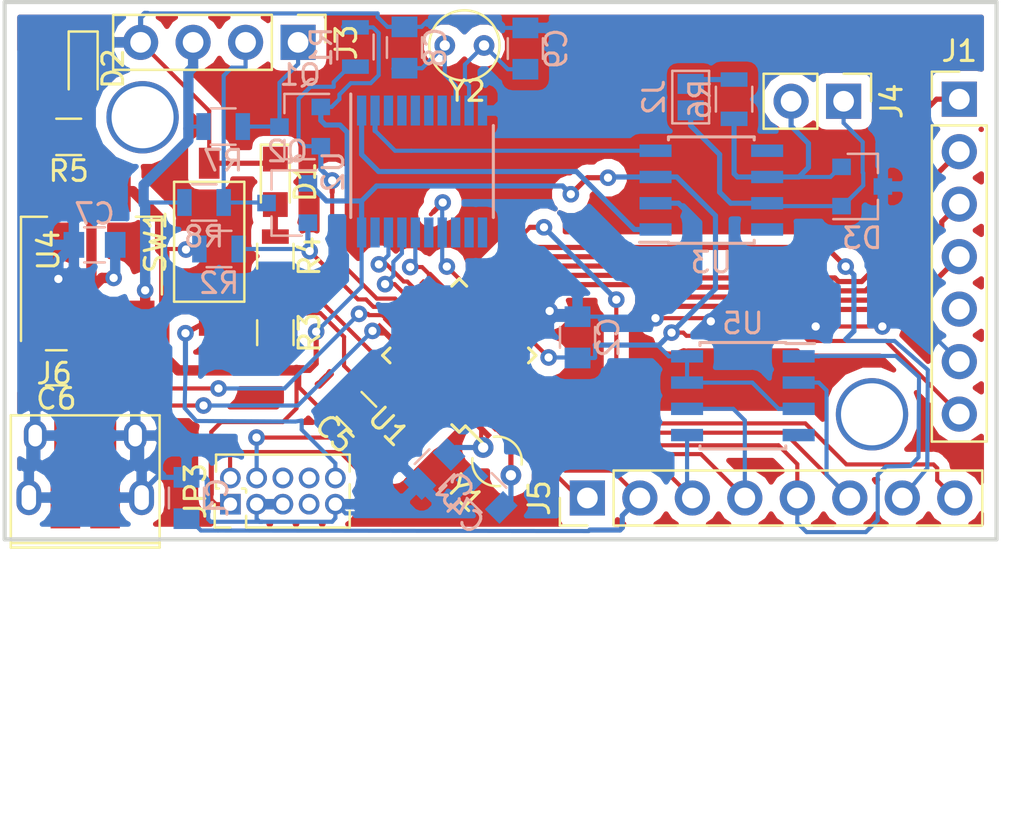
<source format=kicad_pcb>
(kicad_pcb (version 20171130) (host pcbnew "(5.0.0)")

  (general
    (thickness 1.6)
    (drawings 4)
    (tracks 592)
    (zones 0)
    (modules 37)
    (nets 43)
  )

  (page A4)
  (layers
    (0 F.Cu mixed)
    (31 B.Cu mixed)
    (32 B.Adhes user)
    (33 F.Adhes user)
    (34 B.Paste user)
    (35 F.Paste user)
    (36 B.SilkS user)
    (37 F.SilkS user)
    (38 B.Mask user)
    (39 F.Mask user)
    (40 Dwgs.User user)
    (41 Cmts.User user)
    (42 Eco1.User user)
    (43 Eco2.User user)
    (44 Edge.Cuts user)
    (45 Margin user)
    (46 B.CrtYd user)
    (47 F.CrtYd user)
    (48 B.Fab user)
    (49 F.Fab user)
  )

  (setup
    (last_trace_width 0.2)
    (user_trace_width 0.2)
    (user_trace_width 0.5)
    (trace_clearance 0.2)
    (zone_clearance 0.508)
    (zone_45_only no)
    (trace_min 0.2)
    (segment_width 0.2)
    (edge_width 0.2)
    (via_size 0.8)
    (via_drill 0.4)
    (via_min_size 0.4)
    (via_min_drill 0.3)
    (uvia_size 0.3)
    (uvia_drill 0.1)
    (uvias_allowed no)
    (uvia_min_size 0.2)
    (uvia_min_drill 0.1)
    (pcb_text_width 0.3)
    (pcb_text_size 1.5 1.5)
    (mod_edge_width 0.15)
    (mod_text_size 1 1)
    (mod_text_width 0.15)
    (pad_size 0.28 0.85)
    (pad_drill 0)
    (pad_to_mask_clearance 0)
    (aux_axis_origin 0 0)
    (visible_elements 7FFFFFFF)
    (pcbplotparams
      (layerselection 0x010fc_ffffffff)
      (usegerberextensions false)
      (usegerberattributes false)
      (usegerberadvancedattributes false)
      (creategerberjobfile false)
      (excludeedgelayer true)
      (linewidth 0.100000)
      (plotframeref false)
      (viasonmask false)
      (mode 1)
      (useauxorigin false)
      (hpglpennumber 1)
      (hpglpenspeed 20)
      (hpglpendiameter 15.000000)
      (psnegative false)
      (psa4output false)
      (plotreference true)
      (plotvalue true)
      (plotinvisibletext false)
      (padsonsilk false)
      (subtractmaskfromsilk false)
      (outputformat 1)
      (mirror false)
      (drillshape 1)
      (scaleselection 1)
      (outputdirectory "files/"))
  )

  (net 0 "")
  (net 1 GND)
  (net 2 3.3V)
  (net 3 "Net-(C3-Pad2)")
  (net 4 "Net-(C4-Pad2)")
  (net 5 "Net-(C5-Pad1)")
  (net 6 "Net-(C8-Pad1)")
  (net 7 "Net-(J2-Pad1)")
  (net 8 TARGET_USB_N)
  (net 9 TARGET_USB_P)
  (net 10 "Net-(U2-Pad1)")
  (net 11 "Net-(U2-Pad2)")
  (net 12 CAN1H)
  (net 13 CAN1L)
  (net 14 MISO)
  (net 15 SS)
  (net 16 SCK)
  (net 17 MOSI)
  (net 18 "Net-(C9-Pad1)")
  (net 19 "Net-(D1-Pad2)")
  (net 20 "Net-(D2-Pad2)")
  (net 21 /1mcu/PA03_AIN1)
  (net 22 /1mcu/MOSI-DISP)
  (net 23 /1mcu/SCK-DISP)
  (net 24 /1mcu/SS-DISP)
  (net 25 /1mcu/MISO-DISP)
  (net 26 /1mcu/PA22_RX0)
  (net 27 /1mcu/PA23_TX0)
  (net 28 /1mcu/PA02_AIN0)
  (net 29 /1mcu/PA14_TCC0-W4)
  (net 30 /1mcu/PA15_TCC0-W5)
  (net 31 /1mcu/RESET)
  (net 32 /1mcu/PA30_SWCLK)
  (net 33 /1mcu/PA31_SWDIO)
  (net 34 /1mcu/TARGET_RESET_EDBG)
  (net 35 /1mcu/PA27_TX_LED)
  (net 36 /1mcu/PA05_GPIO2_SCK_EEPROM)
  (net 37 /1mcu/PA06_GPIO3_SS_EEPROM)
  (net 38 /1mcu/PA07_GPIO4_MISO_EEPROM)
  (net 39 /1mcu/PA04_GPIO1_MOSI_EEPROM)
  (net 40 5V)
  (net 41 /1mcu/PA22_5V_RX0)
  (net 42 /1mcu/PA23_5V_TX0)

  (net_class Default "This is the default net class."
    (clearance 0.2)
    (trace_width 0.25)
    (via_dia 0.8)
    (via_drill 0.4)
    (uvia_dia 0.3)
    (uvia_drill 0.1)
    (add_net /1mcu/MISO-DISP)
    (add_net /1mcu/MOSI-DISP)
    (add_net /1mcu/PA02_AIN0)
    (add_net /1mcu/PA03_AIN1)
    (add_net /1mcu/PA04_GPIO1_MOSI_EEPROM)
    (add_net /1mcu/PA05_GPIO2_SCK_EEPROM)
    (add_net /1mcu/PA06_GPIO3_SS_EEPROM)
    (add_net /1mcu/PA07_GPIO4_MISO_EEPROM)
    (add_net /1mcu/PA14_TCC0-W4)
    (add_net /1mcu/PA15_TCC0-W5)
    (add_net /1mcu/PA22_5V_RX0)
    (add_net /1mcu/PA22_RX0)
    (add_net /1mcu/PA23_5V_TX0)
    (add_net /1mcu/PA23_TX0)
    (add_net /1mcu/PA27_TX_LED)
    (add_net /1mcu/PA30_SWCLK)
    (add_net /1mcu/PA31_SWDIO)
    (add_net /1mcu/RESET)
    (add_net /1mcu/SCK-DISP)
    (add_net /1mcu/SS-DISP)
    (add_net /1mcu/TARGET_RESET_EDBG)
    (add_net 3.3V)
    (add_net 5V)
    (add_net CAN1H)
    (add_net CAN1L)
    (add_net GND)
    (add_net MISO)
    (add_net MOSI)
    (add_net "Net-(C3-Pad2)")
    (add_net "Net-(C4-Pad2)")
    (add_net "Net-(C5-Pad1)")
    (add_net "Net-(C8-Pad1)")
    (add_net "Net-(C9-Pad1)")
    (add_net "Net-(D1-Pad2)")
    (add_net "Net-(D2-Pad2)")
    (add_net "Net-(J2-Pad1)")
    (add_net "Net-(U2-Pad1)")
    (add_net "Net-(U2-Pad2)")
    (add_net SCK)
    (add_net SS)
    (add_net TARGET_USB_N)
    (add_net TARGET_USB_P)
  )

  (module Resistors_SMD:R_0805 (layer F.Cu) (tedit 5C2D6299) (tstamp 5C1B4A1E)
    (at 103.1 73.525 180)
    (descr "Resistor SMD 0805, reflow soldering, Vishay (see dcrcw.pdf)")
    (tags "resistor 0805")
    (path /5C119382/EFC0BE74)
    (attr smd)
    (fp_text reference R5 (at 0 -1.65 180) (layer F.SilkS)
      (effects (font (size 1 1) (thickness 0.15)))
    )
    (fp_text value 330 (at 0.925 5 180) (layer F.Fab) hide
      (effects (font (size 1 1) (thickness 0.15)))
    )
    (fp_line (start 1.55 0.9) (end -1.55 0.9) (layer F.CrtYd) (width 0.05))
    (fp_line (start 1.55 0.9) (end 1.55 -0.9) (layer F.CrtYd) (width 0.05))
    (fp_line (start -1.55 -0.9) (end -1.55 0.9) (layer F.CrtYd) (width 0.05))
    (fp_line (start -1.55 -0.9) (end 1.55 -0.9) (layer F.CrtYd) (width 0.05))
    (fp_line (start -0.6 -0.88) (end 0.6 -0.88) (layer F.SilkS) (width 0.12))
    (fp_line (start 0.6 0.88) (end -0.6 0.88) (layer F.SilkS) (width 0.12))
    (fp_line (start -1 -0.62) (end 1 -0.62) (layer F.Fab) (width 0.1))
    (fp_line (start 1 -0.62) (end 1 0.62) (layer F.Fab) (width 0.1))
    (fp_line (start 1 0.62) (end -1 0.62) (layer F.Fab) (width 0.1))
    (fp_line (start -1 0.62) (end -1 -0.62) (layer F.Fab) (width 0.1))
    (fp_text user %R (at 0 0 180) (layer F.Fab)
      (effects (font (size 0.5 0.5) (thickness 0.075)))
    )
    (pad 2 smd rect (at 0.95 0 180) (size 0.7 1.3) (layers F.Cu F.Paste F.Mask)
      (net 2 3.3V))
    (pad 1 smd rect (at -0.95 0 180) (size 0.7 1.3) (layers F.Cu F.Paste F.Mask)
      (net 20 "Net-(D2-Pad2)"))
    (model ${KISYS3DMOD}/Resistors_SMD.3dshapes/R_0805.wrl
      (at (xyz 0 0 0))
      (scale (xyz 1 1 1))
      (rotate (xyz 0 0 0))
    )
  )

  (module Pin_Headers:Pin_Header_Straight_1x04_Pitch2.54mm (layer F.Cu) (tedit 59650532) (tstamp 5C11A608)
    (at 114.2 68.95 270)
    (descr "Through hole straight pin header, 1x04, 2.54mm pitch, single row")
    (tags "Through hole pin header THT 1x04 2.54mm single row")
    (path /5C119382/5C184FF3)
    (fp_text reference J3 (at 0 -2.33 270) (layer F.SilkS)
      (effects (font (size 1 1) (thickness 0.15)))
    )
    (fp_text value ECU (at 0 9.95 270) (layer F.Fab)
      (effects (font (size 1 1) (thickness 0.15)))
    )
    (fp_line (start -0.635 -1.27) (end 1.27 -1.27) (layer F.Fab) (width 0.1))
    (fp_line (start 1.27 -1.27) (end 1.27 8.89) (layer F.Fab) (width 0.1))
    (fp_line (start 1.27 8.89) (end -1.27 8.89) (layer F.Fab) (width 0.1))
    (fp_line (start -1.27 8.89) (end -1.27 -0.635) (layer F.Fab) (width 0.1))
    (fp_line (start -1.27 -0.635) (end -0.635 -1.27) (layer F.Fab) (width 0.1))
    (fp_line (start -1.33 8.95) (end 1.33 8.95) (layer F.SilkS) (width 0.12))
    (fp_line (start -1.33 1.27) (end -1.33 8.95) (layer F.SilkS) (width 0.12))
    (fp_line (start 1.33 1.27) (end 1.33 8.95) (layer F.SilkS) (width 0.12))
    (fp_line (start -1.33 1.27) (end 1.33 1.27) (layer F.SilkS) (width 0.12))
    (fp_line (start -1.33 0) (end -1.33 -1.33) (layer F.SilkS) (width 0.12))
    (fp_line (start -1.33 -1.33) (end 0 -1.33) (layer F.SilkS) (width 0.12))
    (fp_line (start -1.8 -1.8) (end -1.8 9.4) (layer F.CrtYd) (width 0.05))
    (fp_line (start -1.8 9.4) (end 1.8 9.4) (layer F.CrtYd) (width 0.05))
    (fp_line (start 1.8 9.4) (end 1.8 -1.8) (layer F.CrtYd) (width 0.05))
    (fp_line (start 1.8 -1.8) (end -1.8 -1.8) (layer F.CrtYd) (width 0.05))
    (fp_text user %R (at 0 3.81) (layer F.Fab)
      (effects (font (size 1 1) (thickness 0.15)))
    )
    (pad 1 thru_hole rect (at 0 0 270) (size 1.7 1.7) (drill 1) (layers *.Cu *.Mask)
      (net 41 /1mcu/PA22_5V_RX0))
    (pad 2 thru_hole oval (at 0 2.54 270) (size 1.7 1.7) (drill 1) (layers *.Cu *.Mask)
      (net 42 /1mcu/PA23_5V_TX0))
    (pad 3 thru_hole oval (at 0 5.08 270) (size 1.7 1.7) (drill 1) (layers *.Cu *.Mask)
      (net 40 5V))
    (pad 4 thru_hole oval (at 0 7.62 270) (size 1.7 1.7) (drill 1) (layers *.Cu *.Mask)
      (net 1 GND))
    (model ${KISYS3DMOD}/Pin_Headers.3dshapes/Pin_Header_Straight_1x04_Pitch2.54mm.wrl
      (offset (xyz 0 -4 0))
      (scale (xyz 1 1 1))
      (rotate (xyz 0 0 90))
    )
  )

  (module Pin_Headers:Pin_Header_Straight_1x07_Pitch2.54mm (layer F.Cu) (tedit 59650532) (tstamp 5C1B4946)
    (at 146.2 71.7)
    (descr "Through hole straight pin header, 1x07, 2.54mm pitch, single row")
    (tags "Through hole pin header THT 1x07 2.54mm single row")
    (path /5C119382/5C11E0A8)
    (fp_text reference J1 (at 0 -2.33) (layer F.SilkS)
      (effects (font (size 1 1) (thickness 0.15)))
    )
    (fp_text value "spi disp" (at 0 17.57) (layer F.Fab)
      (effects (font (size 1 1) (thickness 0.15)))
    )
    (fp_text user %R (at 0 7.62 90) (layer F.Fab)
      (effects (font (size 1 1) (thickness 0.15)))
    )
    (fp_line (start 1.8 -1.8) (end -1.8 -1.8) (layer F.CrtYd) (width 0.05))
    (fp_line (start 1.8 17.05) (end 1.8 -1.8) (layer F.CrtYd) (width 0.05))
    (fp_line (start -1.8 17.05) (end 1.8 17.05) (layer F.CrtYd) (width 0.05))
    (fp_line (start -1.8 -1.8) (end -1.8 17.05) (layer F.CrtYd) (width 0.05))
    (fp_line (start -1.33 -1.33) (end 0 -1.33) (layer F.SilkS) (width 0.12))
    (fp_line (start -1.33 0) (end -1.33 -1.33) (layer F.SilkS) (width 0.12))
    (fp_line (start -1.33 1.27) (end 1.33 1.27) (layer F.SilkS) (width 0.12))
    (fp_line (start 1.33 1.27) (end 1.33 16.57) (layer F.SilkS) (width 0.12))
    (fp_line (start -1.33 1.27) (end -1.33 16.57) (layer F.SilkS) (width 0.12))
    (fp_line (start -1.33 16.57) (end 1.33 16.57) (layer F.SilkS) (width 0.12))
    (fp_line (start -1.27 -0.635) (end -0.635 -1.27) (layer F.Fab) (width 0.1))
    (fp_line (start -1.27 16.51) (end -1.27 -0.635) (layer F.Fab) (width 0.1))
    (fp_line (start 1.27 16.51) (end -1.27 16.51) (layer F.Fab) (width 0.1))
    (fp_line (start 1.27 -1.27) (end 1.27 16.51) (layer F.Fab) (width 0.1))
    (fp_line (start -0.635 -1.27) (end 1.27 -1.27) (layer F.Fab) (width 0.1))
    (pad 7 thru_hole oval (at 0 15.24) (size 1.7 1.7) (drill 1) (layers *.Cu *.Mask)
      (net 2 3.3V))
    (pad 6 thru_hole oval (at 0 12.7) (size 1.7 1.7) (drill 1) (layers *.Cu *.Mask)
      (net 1 GND))
    (pad 5 thru_hole oval (at 0 10.16) (size 1.7 1.7) (drill 1) (layers *.Cu *.Mask))
    (pad 4 thru_hole oval (at 0 7.62) (size 1.7 1.7) (drill 1) (layers *.Cu *.Mask)
      (net 22 /1mcu/MOSI-DISP))
    (pad 3 thru_hole oval (at 0 5.08) (size 1.7 1.7) (drill 1) (layers *.Cu *.Mask)
      (net 23 /1mcu/SCK-DISP))
    (pad 2 thru_hole oval (at 0 2.54) (size 1.7 1.7) (drill 1) (layers *.Cu *.Mask)
      (net 24 /1mcu/SS-DISP))
    (pad 1 thru_hole rect (at 0 0) (size 1.7 1.7) (drill 1) (layers *.Cu *.Mask)
      (net 25 /1mcu/MISO-DISP))
    (model ${KISYS3DMOD}/Pin_Headers.3dshapes/Pin_Header_Straight_1x07_Pitch2.54mm.wrl
      (offset (xyz 0 -7 0))
      (scale (xyz 1 1 1))
      (rotate (xyz 0 0 90))
    )
  )

  (module Capacitors_SMD:C_0805 (layer B.Cu) (tedit 58AA8463) (tstamp 5C1B4835)
    (at 108.8 91 90)
    (descr "Capacitor SMD 0805, reflow soldering, AVX (see smccp.pdf)")
    (tags "capacitor 0805")
    (path /5C119382/A60240AA)
    (attr smd)
    (fp_text reference C1 (at 0 1.5 90) (layer B.SilkS)
      (effects (font (size 1 1) (thickness 0.15)) (justify mirror))
    )
    (fp_text value 100nF (at 0 -1.75 90) (layer B.Fab)
      (effects (font (size 1 1) (thickness 0.15)) (justify mirror))
    )
    (fp_line (start 1.75 -0.87) (end -1.75 -0.87) (layer B.CrtYd) (width 0.05))
    (fp_line (start 1.75 -0.87) (end 1.75 0.88) (layer B.CrtYd) (width 0.05))
    (fp_line (start -1.75 0.88) (end -1.75 -0.87) (layer B.CrtYd) (width 0.05))
    (fp_line (start -1.75 0.88) (end 1.75 0.88) (layer B.CrtYd) (width 0.05))
    (fp_line (start -0.5 -0.85) (end 0.5 -0.85) (layer B.SilkS) (width 0.12))
    (fp_line (start 0.5 0.85) (end -0.5 0.85) (layer B.SilkS) (width 0.12))
    (fp_line (start -1 0.62) (end 1 0.62) (layer B.Fab) (width 0.1))
    (fp_line (start 1 0.62) (end 1 -0.62) (layer B.Fab) (width 0.1))
    (fp_line (start 1 -0.62) (end -1 -0.62) (layer B.Fab) (width 0.1))
    (fp_line (start -1 -0.62) (end -1 0.62) (layer B.Fab) (width 0.1))
    (fp_text user %R (at 0 1.5 90) (layer B.Fab)
      (effects (font (size 1 1) (thickness 0.15)) (justify mirror))
    )
    (pad 2 smd rect (at 1 0 90) (size 1 1.25) (layers B.Cu B.Paste B.Mask)
      (net 1 GND))
    (pad 1 smd rect (at -1 0 90) (size 1 1.25) (layers B.Cu B.Paste B.Mask)
      (net 21 /1mcu/PA03_AIN1))
    (model Capacitors_SMD.3dshapes/C_0805.wrl
      (at (xyz 0 0 0))
      (scale (xyz 1 1 1))
      (rotate (xyz 0 0 0))
    )
  )

  (module Capacitors_SMD:C_0805 (layer B.Cu) (tedit 58AA8463) (tstamp 5C1B4846)
    (at 127.725 83.225 90)
    (descr "Capacitor SMD 0805, reflow soldering, AVX (see smccp.pdf)")
    (tags "capacitor 0805")
    (path /5C119382/8E04CE4C)
    (attr smd)
    (fp_text reference C2 (at 0 1.5 90) (layer B.SilkS)
      (effects (font (size 1 1) (thickness 0.15)) (justify mirror))
    )
    (fp_text value 100nF (at 0 -1.75 90) (layer B.Fab)
      (effects (font (size 1 1) (thickness 0.15)) (justify mirror))
    )
    (fp_line (start 1.75 -0.87) (end -1.75 -0.87) (layer B.CrtYd) (width 0.05))
    (fp_line (start 1.75 -0.87) (end 1.75 0.88) (layer B.CrtYd) (width 0.05))
    (fp_line (start -1.75 0.88) (end -1.75 -0.87) (layer B.CrtYd) (width 0.05))
    (fp_line (start -1.75 0.88) (end 1.75 0.88) (layer B.CrtYd) (width 0.05))
    (fp_line (start -0.5 -0.85) (end 0.5 -0.85) (layer B.SilkS) (width 0.12))
    (fp_line (start 0.5 0.85) (end -0.5 0.85) (layer B.SilkS) (width 0.12))
    (fp_line (start -1 0.62) (end 1 0.62) (layer B.Fab) (width 0.1))
    (fp_line (start 1 0.62) (end 1 -0.62) (layer B.Fab) (width 0.1))
    (fp_line (start 1 -0.62) (end -1 -0.62) (layer B.Fab) (width 0.1))
    (fp_line (start -1 -0.62) (end -1 0.62) (layer B.Fab) (width 0.1))
    (fp_text user %R (at 0 1.5 90) (layer B.Fab)
      (effects (font (size 1 1) (thickness 0.15)) (justify mirror))
    )
    (pad 2 smd rect (at 1 0 90) (size 1 1.25) (layers B.Cu B.Paste B.Mask)
      (net 1 GND))
    (pad 1 smd rect (at -1 0 90) (size 1 1.25) (layers B.Cu B.Paste B.Mask)
      (net 2 3.3V))
    (model Capacitors_SMD.3dshapes/C_0805.wrl
      (at (xyz 0 0 0))
      (scale (xyz 1 1 1))
      (rotate (xyz 0 0 0))
    )
  )

  (module Capacitors_SMD:C_0805 (layer B.Cu) (tedit 58AA8463) (tstamp 5C1B4857)
    (at 120.8 89.6 45)
    (descr "Capacitor SMD 0805, reflow soldering, AVX (see smccp.pdf)")
    (tags "capacitor 0805")
    (path /5C119382/13E69450)
    (attr smd)
    (fp_text reference C3 (at 0 1.5 45) (layer B.SilkS)
      (effects (font (size 1 1) (thickness 0.15)) (justify mirror))
    )
    (fp_text value 22pF (at 0 -1.75 45) (layer B.Fab)
      (effects (font (size 1 1) (thickness 0.15)) (justify mirror))
    )
    (fp_line (start 1.75 -0.87) (end -1.75 -0.87) (layer B.CrtYd) (width 0.05))
    (fp_line (start 1.75 -0.87) (end 1.75 0.88) (layer B.CrtYd) (width 0.05))
    (fp_line (start -1.75 0.88) (end -1.75 -0.87) (layer B.CrtYd) (width 0.05))
    (fp_line (start -1.75 0.88) (end 1.75 0.88) (layer B.CrtYd) (width 0.05))
    (fp_line (start -0.5 -0.85) (end 0.5 -0.85) (layer B.SilkS) (width 0.12))
    (fp_line (start 0.5 0.85) (end -0.5 0.85) (layer B.SilkS) (width 0.12))
    (fp_line (start -1 0.62) (end 1 0.62) (layer B.Fab) (width 0.1))
    (fp_line (start 1 0.62) (end 1 -0.62) (layer B.Fab) (width 0.1))
    (fp_line (start 1 -0.62) (end -1 -0.62) (layer B.Fab) (width 0.1))
    (fp_line (start -1 -0.62) (end -1 0.62) (layer B.Fab) (width 0.1))
    (fp_text user %R (at 0 1.5 45) (layer B.Fab)
      (effects (font (size 1 1) (thickness 0.15)) (justify mirror))
    )
    (pad 2 smd rect (at 1 0 45) (size 1 1.25) (layers B.Cu B.Paste B.Mask)
      (net 3 "Net-(C3-Pad2)"))
    (pad 1 smd rect (at -1 0 45) (size 1 1.25) (layers B.Cu B.Paste B.Mask)
      (net 1 GND))
    (model Capacitors_SMD.3dshapes/C_0805.wrl
      (at (xyz 0 0 0))
      (scale (xyz 1 1 1))
      (rotate (xyz 0 0 0))
    )
  )

  (module Capacitors_SMD:C_0805 (layer B.Cu) (tedit 58AA8463) (tstamp 5C1B4868)
    (at 123.325 90.75 315)
    (descr "Capacitor SMD 0805, reflow soldering, AVX (see smccp.pdf)")
    (tags "capacitor 0805")
    (path /5C119382/755CCCC7)
    (attr smd)
    (fp_text reference C4 (at 0 1.5 315) (layer B.SilkS)
      (effects (font (size 1 1) (thickness 0.15)) (justify mirror))
    )
    (fp_text value 22pF (at 0 -1.75 315) (layer B.Fab)
      (effects (font (size 1 1) (thickness 0.15)) (justify mirror))
    )
    (fp_line (start 1.75 -0.87) (end -1.75 -0.87) (layer B.CrtYd) (width 0.05))
    (fp_line (start 1.75 -0.87) (end 1.75 0.88) (layer B.CrtYd) (width 0.05))
    (fp_line (start -1.75 0.88) (end -1.75 -0.87) (layer B.CrtYd) (width 0.05))
    (fp_line (start -1.75 0.88) (end 1.75 0.88) (layer B.CrtYd) (width 0.05))
    (fp_line (start -0.5 -0.85) (end 0.5 -0.85) (layer B.SilkS) (width 0.12))
    (fp_line (start 0.5 0.85) (end -0.5 0.85) (layer B.SilkS) (width 0.12))
    (fp_line (start -1 0.62) (end 1 0.62) (layer B.Fab) (width 0.1))
    (fp_line (start 1 0.62) (end 1 -0.62) (layer B.Fab) (width 0.1))
    (fp_line (start 1 -0.62) (end -1 -0.62) (layer B.Fab) (width 0.1))
    (fp_line (start -1 -0.62) (end -1 0.62) (layer B.Fab) (width 0.1))
    (fp_text user %R (at 0 1.5 315) (layer B.Fab)
      (effects (font (size 1 1) (thickness 0.15)) (justify mirror))
    )
    (pad 2 smd rect (at 1 0 315) (size 1 1.25) (layers B.Cu B.Paste B.Mask)
      (net 4 "Net-(C4-Pad2)"))
    (pad 1 smd rect (at -1 0 315) (size 1 1.25) (layers B.Cu B.Paste B.Mask)
      (net 1 GND))
    (model Capacitors_SMD.3dshapes/C_0805.wrl
      (at (xyz 0 0 0))
      (scale (xyz 1 1 1))
      (rotate (xyz 0 0 0))
    )
  )

  (module Capacitors_SMD:C_0805 (layer F.Cu) (tedit 5C28191C) (tstamp 5C1B4879)
    (at 117.025 86.825 135)
    (descr "Capacitor SMD 0805, reflow soldering, AVX (see smccp.pdf)")
    (tags "capacitor 0805")
    (path /5C119382/303D017B)
    (attr smd)
    (fp_text reference C5 (at 0 -1.5 135) (layer F.SilkS)
      (effects (font (size 1 1) (thickness 0.15)))
    )
    (fp_text value 1uF (at 0 1.75 135) (layer F.Fab)
      (effects (font (size 1 1) (thickness 0.15)))
    )
    (fp_line (start 1.75 0.87) (end -1.75 0.87) (layer F.CrtYd) (width 0.05))
    (fp_line (start 1.75 0.87) (end 1.75 -0.88) (layer F.CrtYd) (width 0.05))
    (fp_line (start -1.75 -0.88) (end -1.75 0.87) (layer F.CrtYd) (width 0.05))
    (fp_line (start -1.75 -0.88) (end 1.75 -0.88) (layer F.CrtYd) (width 0.05))
    (fp_line (start -0.5 0.85) (end 0.5 0.85) (layer F.SilkS) (width 0.12))
    (fp_line (start 0.5 -0.85) (end -0.5 -0.85) (layer F.SilkS) (width 0.12))
    (fp_line (start -1 -0.62) (end 1 -0.62) (layer F.Fab) (width 0.1))
    (fp_line (start 1 -0.62) (end 1 0.62) (layer F.Fab) (width 0.1))
    (fp_line (start 1 0.62) (end -1 0.62) (layer F.Fab) (width 0.1))
    (fp_line (start -1 0.62) (end -1 -0.62) (layer F.Fab) (width 0.1))
    (fp_text user %R (at 0 -1.5 135) (layer F.Fab)
      (effects (font (size 1 1) (thickness 0.15)))
    )
    (pad 2 smd rect (at 1 0 135) (size 1 1.25) (layers F.Cu F.Paste F.Mask)
      (net 1 GND))
    (pad 1 smd rect (at -1 0 135) (size 1 1.25) (layers F.Cu F.Paste F.Mask)
      (net 5 "Net-(C5-Pad1)"))
    (model Capacitors_SMD.3dshapes/C_0805.wrl
      (at (xyz 0 0 0))
      (scale (xyz 1 1 1))
      (rotate (xyz 0 0 0))
    )
  )

  (module Capacitors_SMD:C_0805 (layer F.Cu) (tedit 58AA8463) (tstamp 5C1B488A)
    (at 102.5 84.7 180)
    (descr "Capacitor SMD 0805, reflow soldering, AVX (see smccp.pdf)")
    (tags "capacitor 0805")
    (path /5C1195BD/9153FA9E)
    (attr smd)
    (fp_text reference C6 (at 0 -1.5 180) (layer F.SilkS)
      (effects (font (size 1 1) (thickness 0.15)))
    )
    (fp_text value 1uF (at 0 1.75 180) (layer F.Fab)
      (effects (font (size 1 1) (thickness 0.15)))
    )
    (fp_line (start 1.75 0.87) (end -1.75 0.87) (layer F.CrtYd) (width 0.05))
    (fp_line (start 1.75 0.87) (end 1.75 -0.88) (layer F.CrtYd) (width 0.05))
    (fp_line (start -1.75 -0.88) (end -1.75 0.87) (layer F.CrtYd) (width 0.05))
    (fp_line (start -1.75 -0.88) (end 1.75 -0.88) (layer F.CrtYd) (width 0.05))
    (fp_line (start -0.5 0.85) (end 0.5 0.85) (layer F.SilkS) (width 0.12))
    (fp_line (start 0.5 -0.85) (end -0.5 -0.85) (layer F.SilkS) (width 0.12))
    (fp_line (start -1 -0.62) (end 1 -0.62) (layer F.Fab) (width 0.1))
    (fp_line (start 1 -0.62) (end 1 0.62) (layer F.Fab) (width 0.1))
    (fp_line (start 1 0.62) (end -1 0.62) (layer F.Fab) (width 0.1))
    (fp_line (start -1 0.62) (end -1 -0.62) (layer F.Fab) (width 0.1))
    (fp_text user %R (at 0 -1.5 180) (layer F.Fab)
      (effects (font (size 1 1) (thickness 0.15)))
    )
    (pad 2 smd rect (at 1 0 180) (size 1 1.25) (layers F.Cu F.Paste F.Mask)
      (net 1 GND))
    (pad 1 smd rect (at -1 0 180) (size 1 1.25) (layers F.Cu F.Paste F.Mask)
      (net 40 5V))
    (model Capacitors_SMD.3dshapes/C_0805.wrl
      (at (xyz 0 0 0))
      (scale (xyz 1 1 1))
      (rotate (xyz 0 0 0))
    )
  )

  (module Capacitors_SMD:C_0805 (layer B.Cu) (tedit 58AA8463) (tstamp 5C1B489B)
    (at 104.35 78.75 180)
    (descr "Capacitor SMD 0805, reflow soldering, AVX (see smccp.pdf)")
    (tags "capacitor 0805")
    (path /5C1195BD/0A51D459)
    (attr smd)
    (fp_text reference C7 (at 0 1.5 180) (layer B.SilkS)
      (effects (font (size 1 1) (thickness 0.15)) (justify mirror))
    )
    (fp_text value 1uF (at 0 -1.75 180) (layer B.Fab)
      (effects (font (size 1 1) (thickness 0.15)) (justify mirror))
    )
    (fp_line (start 1.75 -0.87) (end -1.75 -0.87) (layer B.CrtYd) (width 0.05))
    (fp_line (start 1.75 -0.87) (end 1.75 0.88) (layer B.CrtYd) (width 0.05))
    (fp_line (start -1.75 0.88) (end -1.75 -0.87) (layer B.CrtYd) (width 0.05))
    (fp_line (start -1.75 0.88) (end 1.75 0.88) (layer B.CrtYd) (width 0.05))
    (fp_line (start -0.5 -0.85) (end 0.5 -0.85) (layer B.SilkS) (width 0.12))
    (fp_line (start 0.5 0.85) (end -0.5 0.85) (layer B.SilkS) (width 0.12))
    (fp_line (start -1 0.62) (end 1 0.62) (layer B.Fab) (width 0.1))
    (fp_line (start 1 0.62) (end 1 -0.62) (layer B.Fab) (width 0.1))
    (fp_line (start 1 -0.62) (end -1 -0.62) (layer B.Fab) (width 0.1))
    (fp_line (start -1 -0.62) (end -1 0.62) (layer B.Fab) (width 0.1))
    (fp_text user %R (at 0 1.5 180) (layer B.Fab)
      (effects (font (size 1 1) (thickness 0.15)) (justify mirror))
    )
    (pad 2 smd rect (at 1 0 180) (size 1 1.25) (layers B.Cu B.Paste B.Mask)
      (net 1 GND))
    (pad 1 smd rect (at -1 0 180) (size 1 1.25) (layers B.Cu B.Paste B.Mask)
      (net 2 3.3V))
    (model Capacitors_SMD.3dshapes/C_0805.wrl
      (at (xyz 0 0 0))
      (scale (xyz 1 1 1))
      (rotate (xyz 0 0 0))
    )
  )

  (module Capacitors_SMD:C_0805 (layer B.Cu) (tedit 58AA8463) (tstamp 5C1B48AC)
    (at 119.35 69.2 90)
    (descr "Capacitor SMD 0805, reflow soldering, AVX (see smccp.pdf)")
    (tags "capacitor 0805")
    (path /5C11E1E6/5A60C597)
    (attr smd)
    (fp_text reference C8 (at 0 1.5 90) (layer B.SilkS)
      (effects (font (size 1 1) (thickness 0.15)) (justify mirror))
    )
    (fp_text value 18pf (at 0 -1.75 90) (layer B.Fab)
      (effects (font (size 1 1) (thickness 0.15)) (justify mirror))
    )
    (fp_line (start 1.75 -0.87) (end -1.75 -0.87) (layer B.CrtYd) (width 0.05))
    (fp_line (start 1.75 -0.87) (end 1.75 0.88) (layer B.CrtYd) (width 0.05))
    (fp_line (start -1.75 0.88) (end -1.75 -0.87) (layer B.CrtYd) (width 0.05))
    (fp_line (start -1.75 0.88) (end 1.75 0.88) (layer B.CrtYd) (width 0.05))
    (fp_line (start -0.5 -0.85) (end 0.5 -0.85) (layer B.SilkS) (width 0.12))
    (fp_line (start 0.5 0.85) (end -0.5 0.85) (layer B.SilkS) (width 0.12))
    (fp_line (start -1 0.62) (end 1 0.62) (layer B.Fab) (width 0.1))
    (fp_line (start 1 0.62) (end 1 -0.62) (layer B.Fab) (width 0.1))
    (fp_line (start 1 -0.62) (end -1 -0.62) (layer B.Fab) (width 0.1))
    (fp_line (start -1 -0.62) (end -1 0.62) (layer B.Fab) (width 0.1))
    (fp_text user %R (at 0 1.5 90) (layer B.Fab)
      (effects (font (size 1 1) (thickness 0.15)) (justify mirror))
    )
    (pad 2 smd rect (at 1 0 90) (size 1 1.25) (layers B.Cu B.Paste B.Mask)
      (net 1 GND))
    (pad 1 smd rect (at -1 0 90) (size 1 1.25) (layers B.Cu B.Paste B.Mask)
      (net 6 "Net-(C8-Pad1)"))
    (model Capacitors_SMD.3dshapes/C_0805.wrl
      (at (xyz 0 0 0))
      (scale (xyz 1 1 1))
      (rotate (xyz 0 0 0))
    )
  )

  (module Capacitors_SMD:C_0805 (layer B.Cu) (tedit 58AA8463) (tstamp 5C1B48BD)
    (at 125.2 69.25 90)
    (descr "Capacitor SMD 0805, reflow soldering, AVX (see smccp.pdf)")
    (tags "capacitor 0805")
    (path /5C11E1E6/5A60C658)
    (attr smd)
    (fp_text reference C9 (at 0 1.5 90) (layer B.SilkS)
      (effects (font (size 1 1) (thickness 0.15)) (justify mirror))
    )
    (fp_text value 18pf (at 0 -1.75 90) (layer B.Fab)
      (effects (font (size 1 1) (thickness 0.15)) (justify mirror))
    )
    (fp_line (start 1.75 -0.87) (end -1.75 -0.87) (layer B.CrtYd) (width 0.05))
    (fp_line (start 1.75 -0.87) (end 1.75 0.88) (layer B.CrtYd) (width 0.05))
    (fp_line (start -1.75 0.88) (end -1.75 -0.87) (layer B.CrtYd) (width 0.05))
    (fp_line (start -1.75 0.88) (end 1.75 0.88) (layer B.CrtYd) (width 0.05))
    (fp_line (start -0.5 -0.85) (end 0.5 -0.85) (layer B.SilkS) (width 0.12))
    (fp_line (start 0.5 0.85) (end -0.5 0.85) (layer B.SilkS) (width 0.12))
    (fp_line (start -1 0.62) (end 1 0.62) (layer B.Fab) (width 0.1))
    (fp_line (start 1 0.62) (end 1 -0.62) (layer B.Fab) (width 0.1))
    (fp_line (start 1 -0.62) (end -1 -0.62) (layer B.Fab) (width 0.1))
    (fp_line (start -1 -0.62) (end -1 0.62) (layer B.Fab) (width 0.1))
    (fp_text user %R (at 0 1.5 90) (layer B.Fab)
      (effects (font (size 1 1) (thickness 0.15)) (justify mirror))
    )
    (pad 2 smd rect (at 1 0 90) (size 1 1.25) (layers B.Cu B.Paste B.Mask)
      (net 1 GND))
    (pad 1 smd rect (at -1 0 90) (size 1 1.25) (layers B.Cu B.Paste B.Mask)
      (net 18 "Net-(C9-Pad1)"))
    (model Capacitors_SMD.3dshapes/C_0805.wrl
      (at (xyz 0 0 0))
      (scale (xyz 1 1 1))
      (rotate (xyz 0 0 0))
    )
  )

  (module Connectors:GS2 (layer B.Cu) (tedit 586134A1) (tstamp 5C1B4954)
    (at 133.2 71.6 180)
    (descr "2-pin solder bridge")
    (tags "solder bridge")
    (path /5C11E1E6/5A68ECD3)
    (attr smd)
    (fp_text reference J2 (at 1.78 0 90) (layer B.SilkS)
      (effects (font (size 1 1) (thickness 0.15)) (justify mirror))
    )
    (fp_text value GS2 (at -1.8 0 90) (layer B.Fab)
      (effects (font (size 1 1) (thickness 0.15)) (justify mirror))
    )
    (fp_line (start -0.89 1.27) (end 0.89 1.27) (layer B.SilkS) (width 0.12))
    (fp_line (start 0.89 -1.27) (end -0.89 -1.27) (layer B.SilkS) (width 0.12))
    (fp_line (start 0.89 -1.27) (end 0.89 1.27) (layer B.SilkS) (width 0.12))
    (fp_line (start -0.89 1.27) (end -0.89 -1.27) (layer B.SilkS) (width 0.12))
    (fp_line (start -1.1 1.45) (end 1.1 1.45) (layer B.CrtYd) (width 0.05))
    (fp_line (start -1.1 -1.5) (end -1.1 1.45) (layer B.CrtYd) (width 0.05))
    (fp_line (start 1.1 -1.5) (end -1.1 -1.5) (layer B.CrtYd) (width 0.05))
    (fp_line (start 1.1 1.45) (end 1.1 -1.5) (layer B.CrtYd) (width 0.05))
    (pad 2 smd rect (at 0 -0.64 180) (size 1.27 0.97) (layers B.Cu B.Paste B.Mask)
      (net 12 CAN1H))
    (pad 1 smd rect (at 0 0.64 180) (size 1.27 0.97) (layers B.Cu B.Paste B.Mask)
      (net 7 "Net-(J2-Pad1)"))
  )

  (module Resistors_SMD:R_0805 (layer F.Cu) (tedit 58E0A804) (tstamp 5C1B49FC)
    (at 113.1 83 270)
    (descr "Resistor SMD 0805, reflow soldering, Vishay (see dcrcw.pdf)")
    (tags "resistor 0805")
    (path /5C119382/A0406511)
    (attr smd)
    (fp_text reference R3 (at 0 -1.65 270) (layer F.SilkS)
      (effects (font (size 1 1) (thickness 0.15)))
    )
    (fp_text value 330 (at 0 1.75 270) (layer F.Fab)
      (effects (font (size 1 1) (thickness 0.15)))
    )
    (fp_line (start 1.55 0.9) (end -1.55 0.9) (layer F.CrtYd) (width 0.05))
    (fp_line (start 1.55 0.9) (end 1.55 -0.9) (layer F.CrtYd) (width 0.05))
    (fp_line (start -1.55 -0.9) (end -1.55 0.9) (layer F.CrtYd) (width 0.05))
    (fp_line (start -1.55 -0.9) (end 1.55 -0.9) (layer F.CrtYd) (width 0.05))
    (fp_line (start -0.6 -0.88) (end 0.6 -0.88) (layer F.SilkS) (width 0.12))
    (fp_line (start 0.6 0.88) (end -0.6 0.88) (layer F.SilkS) (width 0.12))
    (fp_line (start -1 -0.62) (end 1 -0.62) (layer F.Fab) (width 0.1))
    (fp_line (start 1 -0.62) (end 1 0.62) (layer F.Fab) (width 0.1))
    (fp_line (start 1 0.62) (end -1 0.62) (layer F.Fab) (width 0.1))
    (fp_line (start -1 0.62) (end -1 -0.62) (layer F.Fab) (width 0.1))
    (fp_text user %R (at 0 0 270) (layer F.Fab)
      (effects (font (size 0.5 0.5) (thickness 0.075)))
    )
    (pad 2 smd rect (at 0.95 0 270) (size 0.7 1.3) (layers F.Cu F.Paste F.Mask)
      (net 31 /1mcu/RESET))
    (pad 1 smd rect (at -0.95 0 270) (size 0.7 1.3) (layers F.Cu F.Paste F.Mask)
      (net 34 /1mcu/TARGET_RESET_EDBG))
    (model ${KISYS3DMOD}/Resistors_SMD.3dshapes/R_0805.wrl
      (at (xyz 0 0 0))
      (scale (xyz 1 1 1))
      (rotate (xyz 0 0 0))
    )
  )

  (module Resistors_SMD:R_0805 (layer F.Cu) (tedit 58E0A804) (tstamp 5C1B4A0D)
    (at 113.1 79.3 270)
    (descr "Resistor SMD 0805, reflow soldering, Vishay (see dcrcw.pdf)")
    (tags "resistor 0805")
    (path /5C119382/71430D2B)
    (attr smd)
    (fp_text reference R4 (at 0 -1.65 270) (layer F.SilkS)
      (effects (font (size 1 1) (thickness 0.15)))
    )
    (fp_text value 330 (at 0 1.75 270) (layer F.Fab)
      (effects (font (size 1 1) (thickness 0.15)))
    )
    (fp_line (start 1.55 0.9) (end -1.55 0.9) (layer F.CrtYd) (width 0.05))
    (fp_line (start 1.55 0.9) (end 1.55 -0.9) (layer F.CrtYd) (width 0.05))
    (fp_line (start -1.55 -0.9) (end -1.55 0.9) (layer F.CrtYd) (width 0.05))
    (fp_line (start -1.55 -0.9) (end 1.55 -0.9) (layer F.CrtYd) (width 0.05))
    (fp_line (start -0.6 -0.88) (end 0.6 -0.88) (layer F.SilkS) (width 0.12))
    (fp_line (start 0.6 0.88) (end -0.6 0.88) (layer F.SilkS) (width 0.12))
    (fp_line (start -1 -0.62) (end 1 -0.62) (layer F.Fab) (width 0.1))
    (fp_line (start 1 -0.62) (end 1 0.62) (layer F.Fab) (width 0.1))
    (fp_line (start 1 0.62) (end -1 0.62) (layer F.Fab) (width 0.1))
    (fp_line (start -1 0.62) (end -1 -0.62) (layer F.Fab) (width 0.1))
    (fp_text user %R (at 0 0 270) (layer F.Fab)
      (effects (font (size 0.5 0.5) (thickness 0.075)))
    )
    (pad 2 smd rect (at 0.95 0 270) (size 0.7 1.3) (layers F.Cu F.Paste F.Mask)
      (net 35 /1mcu/PA27_TX_LED))
    (pad 1 smd rect (at -0.95 0 270) (size 0.7 1.3) (layers F.Cu F.Paste F.Mask)
      (net 19 "Net-(D1-Pad2)"))
    (model ${KISYS3DMOD}/Resistors_SMD.3dshapes/R_0805.wrl
      (at (xyz 0 0 0))
      (scale (xyz 1 1 1))
      (rotate (xyz 0 0 0))
    )
  )

  (module Resistors_SMD:R_0805 (layer B.Cu) (tedit 58E0A804) (tstamp 5C1B4A2F)
    (at 135.3 71.7 270)
    (descr "Resistor SMD 0805, reflow soldering, Vishay (see dcrcw.pdf)")
    (tags "resistor 0805")
    (path /5C11E1E6/5A68EEA7)
    (attr smd)
    (fp_text reference R6 (at 0 1.65 270) (layer B.SilkS)
      (effects (font (size 1 1) (thickness 0.15)) (justify mirror))
    )
    (fp_text value 120R (at 0 -1.75 270) (layer B.Fab)
      (effects (font (size 1 1) (thickness 0.15)) (justify mirror))
    )
    (fp_line (start 1.55 -0.9) (end -1.55 -0.9) (layer B.CrtYd) (width 0.05))
    (fp_line (start 1.55 -0.9) (end 1.55 0.9) (layer B.CrtYd) (width 0.05))
    (fp_line (start -1.55 0.9) (end -1.55 -0.9) (layer B.CrtYd) (width 0.05))
    (fp_line (start -1.55 0.9) (end 1.55 0.9) (layer B.CrtYd) (width 0.05))
    (fp_line (start -0.6 0.88) (end 0.6 0.88) (layer B.SilkS) (width 0.12))
    (fp_line (start 0.6 -0.88) (end -0.6 -0.88) (layer B.SilkS) (width 0.12))
    (fp_line (start -1 0.62) (end 1 0.62) (layer B.Fab) (width 0.1))
    (fp_line (start 1 0.62) (end 1 -0.62) (layer B.Fab) (width 0.1))
    (fp_line (start 1 -0.62) (end -1 -0.62) (layer B.Fab) (width 0.1))
    (fp_line (start -1 -0.62) (end -1 0.62) (layer B.Fab) (width 0.1))
    (fp_text user %R (at 0 0 270) (layer B.Fab)
      (effects (font (size 0.5 0.5) (thickness 0.075)) (justify mirror))
    )
    (pad 2 smd rect (at 0.95 0 270) (size 0.7 1.3) (layers B.Cu B.Paste B.Mask)
      (net 13 CAN1L))
    (pad 1 smd rect (at -0.95 0 270) (size 0.7 1.3) (layers B.Cu B.Paste B.Mask)
      (net 7 "Net-(J2-Pad1)"))
    (model ${KISYS3DMOD}/Resistors_SMD.3dshapes/R_0805.wrl
      (at (xyz 0 0 0))
      (scale (xyz 1 1 1))
      (rotate (xyz 0 0 0))
    )
  )

  (module Pin_Headers:Pin_Header_Straight_1x02_Pitch2.54mm (layer F.Cu) (tedit 59650532) (tstamp 5C282461)
    (at 140.6 71.8 270)
    (descr "Through hole straight pin header, 1x02, 2.54mm pitch, single row")
    (tags "Through hole pin header THT 1x02 2.54mm single row")
    (path /5C119382/5C184F1F)
    (fp_text reference J4 (at 0 -2.33 270) (layer F.SilkS)
      (effects (font (size 1 1) (thickness 0.15)))
    )
    (fp_text value CAN (at 0 4.87 270) (layer F.Fab)
      (effects (font (size 1 1) (thickness 0.15)))
    )
    (fp_line (start -0.635 -1.27) (end 1.27 -1.27) (layer F.Fab) (width 0.1))
    (fp_line (start 1.27 -1.27) (end 1.27 3.81) (layer F.Fab) (width 0.1))
    (fp_line (start 1.27 3.81) (end -1.27 3.81) (layer F.Fab) (width 0.1))
    (fp_line (start -1.27 3.81) (end -1.27 -0.635) (layer F.Fab) (width 0.1))
    (fp_line (start -1.27 -0.635) (end -0.635 -1.27) (layer F.Fab) (width 0.1))
    (fp_line (start -1.33 3.87) (end 1.33 3.87) (layer F.SilkS) (width 0.12))
    (fp_line (start -1.33 1.27) (end -1.33 3.87) (layer F.SilkS) (width 0.12))
    (fp_line (start 1.33 1.27) (end 1.33 3.87) (layer F.SilkS) (width 0.12))
    (fp_line (start -1.33 1.27) (end 1.33 1.27) (layer F.SilkS) (width 0.12))
    (fp_line (start -1.33 0) (end -1.33 -1.33) (layer F.SilkS) (width 0.12))
    (fp_line (start -1.33 -1.33) (end 0 -1.33) (layer F.SilkS) (width 0.12))
    (fp_line (start -1.8 -1.8) (end -1.8 4.35) (layer F.CrtYd) (width 0.05))
    (fp_line (start -1.8 4.35) (end 1.8 4.35) (layer F.CrtYd) (width 0.05))
    (fp_line (start 1.8 4.35) (end 1.8 -1.8) (layer F.CrtYd) (width 0.05))
    (fp_line (start 1.8 -1.8) (end -1.8 -1.8) (layer F.CrtYd) (width 0.05))
    (fp_text user %R (at 0 1.27) (layer F.Fab)
      (effects (font (size 1 1) (thickness 0.15)))
    )
    (pad 1 thru_hole rect (at 0 0 270) (size 1.7 1.7) (drill 1) (layers *.Cu *.Mask)
      (net 12 CAN1H))
    (pad 2 thru_hole oval (at 0 2.54 270) (size 1.7 1.7) (drill 1) (layers *.Cu *.Mask)
      (net 13 CAN1L))
    (model ${KISYS3DMOD}/Pin_Headers.3dshapes/Pin_Header_Straight_1x02_Pitch2.54mm.wrl
      (offset (xyz 0 -1.36 0))
      (scale (xyz 1 1 1))
      (rotate (xyz 0 0 90))
    )
  )

  (module Housings_SSOP:TSSOP-20_4.4x6.5mm_Pitch0.65mm (layer B.Cu) (tedit 54130A77) (tstamp 5C11A642)
    (at 120.2 75.2 270)
    (descr "20-Lead Plastic Thin Shrink Small Outline (ST)-4.4 mm Body [TSSOP] (see Microchip Packaging Specification 00000049BS.pdf)")
    (tags "SSOP 0.65")
    (path /5C11E1E6/5C1221AB)
    (attr smd)
    (fp_text reference U2 (at 0 4.3 270) (layer B.SilkS)
      (effects (font (size 1 1) (thickness 0.15)) (justify mirror))
    )
    (fp_text value MCP2515-EST (at 0 -4.3 270) (layer B.Fab)
      (effects (font (size 1 1) (thickness 0.15)) (justify mirror))
    )
    (fp_line (start -1.2 3.25) (end 2.2 3.25) (layer B.Fab) (width 0.15))
    (fp_line (start 2.2 3.25) (end 2.2 -3.25) (layer B.Fab) (width 0.15))
    (fp_line (start 2.2 -3.25) (end -2.2 -3.25) (layer B.Fab) (width 0.15))
    (fp_line (start -2.2 -3.25) (end -2.2 2.25) (layer B.Fab) (width 0.15))
    (fp_line (start -2.2 2.25) (end -1.2 3.25) (layer B.Fab) (width 0.15))
    (fp_line (start -3.95 3.55) (end -3.95 -3.55) (layer B.CrtYd) (width 0.05))
    (fp_line (start 3.95 3.55) (end 3.95 -3.55) (layer B.CrtYd) (width 0.05))
    (fp_line (start -3.95 3.55) (end 3.95 3.55) (layer B.CrtYd) (width 0.05))
    (fp_line (start -3.95 -3.55) (end 3.95 -3.55) (layer B.CrtYd) (width 0.05))
    (fp_line (start -2.225 -3.45) (end 2.225 -3.45) (layer B.SilkS) (width 0.15))
    (fp_line (start -3.75 3.45) (end 2.225 3.45) (layer B.SilkS) (width 0.15))
    (fp_text user %R (at 0 0 270) (layer B.Fab)
      (effects (font (size 0.8 0.8) (thickness 0.15)) (justify mirror))
    )
    (pad 1 smd rect (at -2.95 2.925 270) (size 1.45 0.45) (layers B.Cu B.Paste B.Mask)
      (net 10 "Net-(U2-Pad1)"))
    (pad 2 smd rect (at -2.95 2.275 270) (size 1.45 0.45) (layers B.Cu B.Paste B.Mask)
      (net 11 "Net-(U2-Pad2)"))
    (pad 3 smd rect (at -2.95 1.625 270) (size 1.45 0.45) (layers B.Cu B.Paste B.Mask))
    (pad 4 smd rect (at -2.95 0.975 270) (size 1.45 0.45) (layers B.Cu B.Paste B.Mask))
    (pad 5 smd rect (at -2.95 0.325 270) (size 1.45 0.45) (layers B.Cu B.Paste B.Mask))
    (pad 6 smd rect (at -2.95 -0.325 270) (size 1.45 0.45) (layers B.Cu B.Paste B.Mask))
    (pad 7 smd rect (at -2.95 -0.975 270) (size 1.45 0.45) (layers B.Cu B.Paste B.Mask))
    (pad 8 smd rect (at -2.95 -1.625 270) (size 1.45 0.45) (layers B.Cu B.Paste B.Mask)
      (net 6 "Net-(C8-Pad1)"))
    (pad 9 smd rect (at -2.95 -2.275 270) (size 1.45 0.45) (layers B.Cu B.Paste B.Mask)
      (net 18 "Net-(C9-Pad1)"))
    (pad 10 smd rect (at -2.95 -2.925 270) (size 1.45 0.45) (layers B.Cu B.Paste B.Mask)
      (net 1 GND))
    (pad 11 smd rect (at 2.95 -2.925 270) (size 1.45 0.45) (layers B.Cu B.Paste B.Mask))
    (pad 12 smd rect (at 2.95 -2.275 270) (size 1.45 0.45) (layers B.Cu B.Paste B.Mask))
    (pad 13 smd rect (at 2.95 -1.625 270) (size 1.45 0.45) (layers B.Cu B.Paste B.Mask))
    (pad 14 smd rect (at 2.95 -0.975 270) (size 1.45 0.45) (layers B.Cu B.Paste B.Mask)
      (net 16 SCK))
    (pad 15 smd rect (at 2.95 -0.325 270) (size 1.45 0.45) (layers B.Cu B.Paste B.Mask))
    (pad 16 smd rect (at 2.95 0.325 270) (size 1.45 0.45) (layers B.Cu B.Paste B.Mask)
      (net 17 MOSI))
    (pad 17 smd rect (at 2.95 0.975 270) (size 1.45 0.45) (layers B.Cu B.Paste B.Mask)
      (net 14 MISO))
    (pad 18 smd rect (at 2.95 1.625 270) (size 1.45 0.45) (layers B.Cu B.Paste B.Mask)
      (net 15 SS))
    (pad 19 smd rect (at 2.95 2.275 270) (size 1.45 0.45) (layers B.Cu B.Paste B.Mask))
    (pad 20 smd rect (at 2.95 2.925 270) (size 1.45 0.45) (layers B.Cu B.Paste B.Mask)
      (net 2 3.3V))
    (model ${KISYS3DMOD}/Housings_SSOP.3dshapes/TSSOP-20_4.4x6.5mm_Pitch0.65mm.wrl
      (at (xyz 0 0 0))
      (scale (xyz 1 1 1))
      (rotate (xyz 0 0 0))
    )
  )

  (module Housings_SOIC:SOIC-8_3.9x4.9mm_Pitch1.27mm (layer B.Cu) (tedit 58CD0CDA) (tstamp 5C11A65F)
    (at 134.2 76.1)
    (descr "8-Lead Plastic Small Outline (SN) - Narrow, 3.90 mm Body [SOIC] (see Microchip Packaging Specification 00000049BS.pdf)")
    (tags "SOIC 1.27")
    (path /5C11E1E6/5C1222E7)
    (attr smd)
    (fp_text reference U3 (at 0 3.5) (layer B.SilkS)
      (effects (font (size 1 1) (thickness 0.15)) (justify mirror))
    )
    (fp_text value MCP2562-E-SN (at 0 -3.5) (layer B.Fab)
      (effects (font (size 1 1) (thickness 0.15)) (justify mirror))
    )
    (fp_text user %R (at 0 0) (layer B.Fab)
      (effects (font (size 1 1) (thickness 0.15)) (justify mirror))
    )
    (fp_line (start -0.95 2.45) (end 1.95 2.45) (layer B.Fab) (width 0.1))
    (fp_line (start 1.95 2.45) (end 1.95 -2.45) (layer B.Fab) (width 0.1))
    (fp_line (start 1.95 -2.45) (end -1.95 -2.45) (layer B.Fab) (width 0.1))
    (fp_line (start -1.95 -2.45) (end -1.95 1.45) (layer B.Fab) (width 0.1))
    (fp_line (start -1.95 1.45) (end -0.95 2.45) (layer B.Fab) (width 0.1))
    (fp_line (start -3.73 2.7) (end -3.73 -2.7) (layer B.CrtYd) (width 0.05))
    (fp_line (start 3.73 2.7) (end 3.73 -2.7) (layer B.CrtYd) (width 0.05))
    (fp_line (start -3.73 2.7) (end 3.73 2.7) (layer B.CrtYd) (width 0.05))
    (fp_line (start -3.73 -2.7) (end 3.73 -2.7) (layer B.CrtYd) (width 0.05))
    (fp_line (start -2.075 2.575) (end -2.075 2.525) (layer B.SilkS) (width 0.15))
    (fp_line (start 2.075 2.575) (end 2.075 2.43) (layer B.SilkS) (width 0.15))
    (fp_line (start 2.075 -2.575) (end 2.075 -2.43) (layer B.SilkS) (width 0.15))
    (fp_line (start -2.075 -2.575) (end -2.075 -2.43) (layer B.SilkS) (width 0.15))
    (fp_line (start -2.075 2.575) (end 2.075 2.575) (layer B.SilkS) (width 0.15))
    (fp_line (start -2.075 -2.575) (end 2.075 -2.575) (layer B.SilkS) (width 0.15))
    (fp_line (start -2.075 2.525) (end -3.475 2.525) (layer B.SilkS) (width 0.15))
    (pad 1 smd rect (at -2.7 1.905) (size 1.55 0.6) (layers B.Cu B.Paste B.Mask)
      (net 10 "Net-(U2-Pad1)"))
    (pad 2 smd rect (at -2.7 0.635) (size 1.55 0.6) (layers B.Cu B.Paste B.Mask)
      (net 1 GND))
    (pad 3 smd rect (at -2.7 -0.635) (size 1.55 0.6) (layers B.Cu B.Paste B.Mask)
      (net 2 3.3V))
    (pad 4 smd rect (at -2.7 -1.905) (size 1.55 0.6) (layers B.Cu B.Paste B.Mask)
      (net 11 "Net-(U2-Pad2)"))
    (pad 5 smd rect (at 2.7 -1.905) (size 1.55 0.6) (layers B.Cu B.Paste B.Mask))
    (pad 6 smd rect (at 2.7 -0.635) (size 1.55 0.6) (layers B.Cu B.Paste B.Mask)
      (net 13 CAN1L))
    (pad 7 smd rect (at 2.7 0.635) (size 1.55 0.6) (layers B.Cu B.Paste B.Mask)
      (net 12 CAN1H))
    (pad 8 smd rect (at 2.7 1.905) (size 1.55 0.6) (layers B.Cu B.Paste B.Mask))
    (model ${KISYS3DMOD}/Housings_SOIC.3dshapes/SOIC-8_3.9x4.9mm_Pitch1.27mm.wrl
      (at (xyz 0 0 0))
      (scale (xyz 1 1 1))
      (rotate (xyz 0 0 0))
    )
  )

  (module Pin_Headers:Pin_Header_Straight_1x08_Pitch2.54mm (layer F.Cu) (tedit 59650532) (tstamp 5C281B6C)
    (at 128.2 91 90)
    (descr "Through hole straight pin header, 1x08, 2.54mm pitch, single row")
    (tags "Through hole pin header THT 1x08 2.54mm single row")
    (path /5C119382/5C2884ED)
    (fp_text reference J5 (at 0 -2.33 90) (layer F.SilkS)
      (effects (font (size 1 1) (thickness 0.15)))
    )
    (fp_text value "Aux io" (at 0 20.11 90) (layer F.Fab)
      (effects (font (size 1 1) (thickness 0.15)))
    )
    (fp_line (start -0.635 -1.27) (end 1.27 -1.27) (layer F.Fab) (width 0.1))
    (fp_line (start 1.27 -1.27) (end 1.27 19.05) (layer F.Fab) (width 0.1))
    (fp_line (start 1.27 19.05) (end -1.27 19.05) (layer F.Fab) (width 0.1))
    (fp_line (start -1.27 19.05) (end -1.27 -0.635) (layer F.Fab) (width 0.1))
    (fp_line (start -1.27 -0.635) (end -0.635 -1.27) (layer F.Fab) (width 0.1))
    (fp_line (start -1.33 19.11) (end 1.33 19.11) (layer F.SilkS) (width 0.12))
    (fp_line (start -1.33 1.27) (end -1.33 19.11) (layer F.SilkS) (width 0.12))
    (fp_line (start 1.33 1.27) (end 1.33 19.11) (layer F.SilkS) (width 0.12))
    (fp_line (start -1.33 1.27) (end 1.33 1.27) (layer F.SilkS) (width 0.12))
    (fp_line (start -1.33 0) (end -1.33 -1.33) (layer F.SilkS) (width 0.12))
    (fp_line (start -1.33 -1.33) (end 0 -1.33) (layer F.SilkS) (width 0.12))
    (fp_line (start -1.8 -1.8) (end -1.8 19.55) (layer F.CrtYd) (width 0.05))
    (fp_line (start -1.8 19.55) (end 1.8 19.55) (layer F.CrtYd) (width 0.05))
    (fp_line (start 1.8 19.55) (end 1.8 -1.8) (layer F.CrtYd) (width 0.05))
    (fp_line (start 1.8 -1.8) (end -1.8 -1.8) (layer F.CrtYd) (width 0.05))
    (fp_text user %R (at 0 8.89 180) (layer F.Fab)
      (effects (font (size 1 1) (thickness 0.15)))
    )
    (pad 1 thru_hole rect (at 0 0 90) (size 1.7 1.7) (drill 1) (layers *.Cu *.Mask)
      (net 28 /1mcu/PA02_AIN0))
    (pad 2 thru_hole oval (at 0 2.54 90) (size 1.7 1.7) (drill 1) (layers *.Cu *.Mask)
      (net 21 /1mcu/PA03_AIN1))
    (pad 3 thru_hole oval (at 0 5.08 90) (size 1.7 1.7) (drill 1) (layers *.Cu *.Mask)
      (net 39 /1mcu/PA04_GPIO1_MOSI_EEPROM))
    (pad 4 thru_hole oval (at 0 7.62 90) (size 1.7 1.7) (drill 1) (layers *.Cu *.Mask)
      (net 36 /1mcu/PA05_GPIO2_SCK_EEPROM))
    (pad 5 thru_hole oval (at 0 10.16 90) (size 1.7 1.7) (drill 1) (layers *.Cu *.Mask)
      (net 37 /1mcu/PA06_GPIO3_SS_EEPROM))
    (pad 6 thru_hole oval (at 0 12.7 90) (size 1.7 1.7) (drill 1) (layers *.Cu *.Mask)
      (net 38 /1mcu/PA07_GPIO4_MISO_EEPROM))
    (pad 7 thru_hole oval (at 0 15.24 90) (size 1.7 1.7) (drill 1) (layers *.Cu *.Mask)
      (net 29 /1mcu/PA14_TCC0-W4))
    (pad 8 thru_hole oval (at 0 17.78 90) (size 1.7 1.7) (drill 1) (layers *.Cu *.Mask)
      (net 30 /1mcu/PA15_TCC0-W5))
    (model ${KISYS3DMOD}/Pin_Headers.3dshapes/Pin_Header_Straight_1x08_Pitch2.54mm.wrl
      (offset (xyz 0 -8.5 0))
      (scale (xyz 1 1 1))
      (rotate (xyz 0 0 90))
    )
  )

  (module Crystals:Crystal_Round_d3.0mm_Vertical (layer F.Cu) (tedit 58CD2E9C) (tstamp 5C281B97)
    (at 121.3 69.1)
    (descr "Crystal THT C38-LF 8.0mm length 3.0mm diameter")
    (tags ['C38-LF'])
    (path /5C11E1E6/5A60C49F)
    (fp_text reference Y2 (at 1.075 2.2) (layer F.SilkS)
      (effects (font (size 1 1) (thickness 0.15)))
    )
    (fp_text value 16MHZ (at 0.95 2.7) (layer F.Fab)
      (effects (font (size 1 1) (thickness 0.15)))
    )
    (fp_text user %R (at 0.95 0) (layer F.Fab)
      (effects (font (size 0.7 0.7) (thickness 0.105)))
    )
    (fp_circle (center 0.95 0) (end 2.45 0) (layer F.Fab) (width 0.1))
    (fp_circle (center 0.95 0) (end 2.9 0) (layer F.CrtYd) (width 0.05))
    (fp_arc (start 0.95 0) (end -0.75 0) (angle 180) (layer F.SilkS) (width 0.12))
    (fp_arc (start 0.95 0) (end -0.75 0) (angle -180) (layer F.SilkS) (width 0.12))
    (pad 1 thru_hole circle (at 0 0) (size 1 1) (drill 0.5) (layers *.Cu *.Mask)
      (net 6 "Net-(C8-Pad1)"))
    (pad 2 thru_hole circle (at 1.9 0) (size 1 1) (drill 0.5) (layers *.Cu *.Mask)
      (net 18 "Net-(C9-Pad1)"))
    (model ${KISYS3DMOD}/Crystals.3dshapes/Crystal_Round_d3.0mm_Vertical.wrl
      (at (xyz 0 0 0))
      (scale (xyz 0.393701 0.393701 0.393701))
      (rotate (xyz 0 0 0))
    )
  )

  (module LEDs:LED_0805 (layer F.Cu) (tedit 59959803) (tstamp 5C282DC6)
    (at 113.1 75.7 270)
    (descr "LED 0805 smd package")
    (tags "LED led 0805 SMD smd SMT smt smdled SMDLED smtled SMTLED")
    (path /5C119382/5C2E9010)
    (attr smd)
    (fp_text reference D1 (at 0 -1.45 270) (layer F.SilkS)
      (effects (font (size 1 1) (thickness 0.15)))
    )
    (fp_text value status_LED (at 0 1.55 270) (layer F.Fab)
      (effects (font (size 1 1) (thickness 0.15)))
    )
    (fp_text user %R (at 0 -1.25 270) (layer F.Fab)
      (effects (font (size 0.4 0.4) (thickness 0.1)))
    )
    (fp_line (start -1.95 -0.85) (end 1.95 -0.85) (layer F.CrtYd) (width 0.05))
    (fp_line (start -1.95 0.85) (end -1.95 -0.85) (layer F.CrtYd) (width 0.05))
    (fp_line (start 1.95 0.85) (end -1.95 0.85) (layer F.CrtYd) (width 0.05))
    (fp_line (start 1.95 -0.85) (end 1.95 0.85) (layer F.CrtYd) (width 0.05))
    (fp_line (start -1.8 -0.7) (end 1 -0.7) (layer F.SilkS) (width 0.12))
    (fp_line (start -1.8 0.7) (end 1 0.7) (layer F.SilkS) (width 0.12))
    (fp_line (start -1 0.6) (end -1 -0.6) (layer F.Fab) (width 0.1))
    (fp_line (start -1 -0.6) (end 1 -0.6) (layer F.Fab) (width 0.1))
    (fp_line (start 1 -0.6) (end 1 0.6) (layer F.Fab) (width 0.1))
    (fp_line (start 1 0.6) (end -1 0.6) (layer F.Fab) (width 0.1))
    (fp_line (start 0.2 -0.4) (end 0.2 0.4) (layer F.Fab) (width 0.1))
    (fp_line (start 0.2 0.4) (end -0.4 0) (layer F.Fab) (width 0.1))
    (fp_line (start -0.4 0) (end 0.2 -0.4) (layer F.Fab) (width 0.1))
    (fp_line (start -0.4 -0.4) (end -0.4 0.4) (layer F.Fab) (width 0.1))
    (fp_line (start -1.8 -0.7) (end -1.8 0.7) (layer F.SilkS) (width 0.12))
    (pad 1 smd rect (at -1.1 0 90) (size 1.2 1.2) (layers F.Cu F.Paste F.Mask)
      (net 1 GND))
    (pad 2 smd rect (at 1.1 0 90) (size 1.2 1.2) (layers F.Cu F.Paste F.Mask)
      (net 19 "Net-(D1-Pad2)"))
    (model ${KISYS3DMOD}/LEDs.3dshapes/LED_0805.wrl
      (at (xyz 0 0 0))
      (scale (xyz 1 1 1))
      (rotate (xyz 0 0 180))
    )
  )

  (module LEDs:LED_0805 (layer F.Cu) (tedit 5C2D629F) (tstamp 5C282DDC)
    (at 103.8 70.225 270)
    (descr "LED 0805 smd package")
    (tags "LED led 0805 SMD smd SMT smt smdled SMDLED smtled SMTLED")
    (path /5C119382/5C2EA67F)
    (attr smd)
    (fp_text reference D2 (at 0 -1.45 270) (layer F.SilkS)
      (effects (font (size 1 1) (thickness 0.15)))
    )
    (fp_text value pwr_LED (at 0.875 2.5 270) (layer F.Fab) hide
      (effects (font (size 1 1) (thickness 0.15)))
    )
    (fp_line (start -1.8 -0.7) (end -1.8 0.7) (layer F.SilkS) (width 0.12))
    (fp_line (start -0.4 -0.4) (end -0.4 0.4) (layer F.Fab) (width 0.1))
    (fp_line (start -0.4 0) (end 0.2 -0.4) (layer F.Fab) (width 0.1))
    (fp_line (start 0.2 0.4) (end -0.4 0) (layer F.Fab) (width 0.1))
    (fp_line (start 0.2 -0.4) (end 0.2 0.4) (layer F.Fab) (width 0.1))
    (fp_line (start 1 0.6) (end -1 0.6) (layer F.Fab) (width 0.1))
    (fp_line (start 1 -0.6) (end 1 0.6) (layer F.Fab) (width 0.1))
    (fp_line (start -1 -0.6) (end 1 -0.6) (layer F.Fab) (width 0.1))
    (fp_line (start -1 0.6) (end -1 -0.6) (layer F.Fab) (width 0.1))
    (fp_line (start -1.8 0.7) (end 1 0.7) (layer F.SilkS) (width 0.12))
    (fp_line (start -1.8 -0.7) (end 1 -0.7) (layer F.SilkS) (width 0.12))
    (fp_line (start 1.95 -0.85) (end 1.95 0.85) (layer F.CrtYd) (width 0.05))
    (fp_line (start 1.95 0.85) (end -1.95 0.85) (layer F.CrtYd) (width 0.05))
    (fp_line (start -1.95 0.85) (end -1.95 -0.85) (layer F.CrtYd) (width 0.05))
    (fp_line (start -1.95 -0.85) (end 1.95 -0.85) (layer F.CrtYd) (width 0.05))
    (fp_text user %R (at 0 -1.25 270) (layer F.Fab)
      (effects (font (size 0.4 0.4) (thickness 0.1)))
    )
    (pad 2 smd rect (at 1.1 0 90) (size 1.2 1.2) (layers F.Cu F.Paste F.Mask)
      (net 20 "Net-(D2-Pad2)"))
    (pad 1 smd rect (at -1.1 0 90) (size 1.2 1.2) (layers F.Cu F.Paste F.Mask)
      (net 1 GND))
    (model ${KISYS3DMOD}/LEDs.3dshapes/LED_0805.wrl
      (at (xyz 0 0 0))
      (scale (xyz 1 1 1))
      (rotate (xyz 0 0 180))
    )
  )

  (module Buttons_Switches_SMD:SW_SPST_3x6x2.5 (layer F.Cu) (tedit 5C294AA0) (tstamp 5C294C00)
    (at 109.9 78.6 90)
    (descr http://www.te.com/commerce/DocumentDelivery/DDEController?Action=srchrtrv&DocNm=1437566-3&DocType=Customer+Drawing&DocLang=English)
    (tags "SPST button tactile switch")
    (path /5C119382/5C2F8966)
    (attr smd)
    (fp_text reference SW1 (at 0 -2.6 90) (layer F.SilkS)
      (effects (font (size 1 1) (thickness 0.15)))
    )
    (fp_text value SW_Push (at 0 3 90) (layer F.Fab)
      (effects (font (size 1 1) (thickness 0.15)))
    )
    (fp_text user %R (at 0 -2.6 90) (layer F.Fab)
      (effects (font (size 1 1) (thickness 0.15)))
    )
    (fp_line (start -1.75 -1) (end 1.75 -1) (layer F.Fab) (width 0.1))
    (fp_line (start 1.75 -1) (end 1.75 1) (layer F.Fab) (width 0.1))
    (fp_line (start 1.75 1) (end -1.75 1) (layer F.Fab) (width 0.1))
    (fp_line (start -1.75 1) (end -1.75 -1) (layer F.Fab) (width 0.1))
    (fp_line (start -2.9 -1.7) (end 2.9 -1.7) (layer F.SilkS) (width 0.12))
    (fp_line (start 2.9 -1.7) (end 2.9 1.7) (layer F.SilkS) (width 0.12))
    (fp_line (start 2.9 1.7) (end -2.9 1.7) (layer F.SilkS) (width 0.12))
    (fp_line (start -2.9 1.7) (end -2.9 -1.7) (layer F.SilkS) (width 0.12))
    (fp_line (start -1.5 0.8) (end 1.5 0.8) (layer F.Fab) (width 0.1))
    (fp_line (start -1.5 -0.8) (end 1.5 -0.8) (layer F.Fab) (width 0.1))
    (fp_line (start 1.5 -0.8) (end 1.5 0.8) (layer F.Fab) (width 0.1))
    (fp_line (start -1.5 -0.8) (end -1.5 0.8) (layer F.Fab) (width 0.1))
    (fp_line (start -5.95 2) (end 5.95 2) (layer F.CrtYd) (width 0.05))
    (fp_line (start 5.95 -2) (end 5.95 2) (layer F.CrtYd) (width 0.05))
    (fp_line (start -2.85 1.65) (end 2.85 1.65) (layer F.Fab) (width 0.1))
    (fp_line (start -2.85 -1.65) (end 2.85 -1.65) (layer F.Fab) (width 0.1))
    (fp_line (start -2.85 -1.65) (end -2.85 1.65) (layer F.Fab) (width 0.1))
    (fp_line (start 2.8 -1.65) (end 2.8 1.65) (layer F.Fab) (width 0.1))
    (fp_line (start -5.95 -2) (end -5.95 2) (layer F.CrtYd) (width 0.05))
    (fp_line (start -5.95 -2) (end 5.95 -2) (layer F.CrtYd) (width 0.05))
    (pad 1 smd rect (at -3.8 0 90) (size 1.5 1) (layers F.Cu F.Paste F.Mask)
      (net 31 /1mcu/RESET))
    (pad 2 smd rect (at 3.8 0 90) (size 1.5 1) (layers F.Cu F.Paste F.Mask)
      (net 1 GND))
    (model ${KISYS3DMOD}/Buttons_Switches_SMD.3dshapes/SW_SPST_FSMSM.wrl
      (at (xyz 0 0 0))
      (scale (xyz 1 1 1))
      (rotate (xyz 0 0 0))
    )
  )

  (module Crystals:Crystal_Round_d2.0mm_Vertical (layer F.Cu) (tedit 5C3696A4) (tstamp 5C294C1A)
    (at 124.5 89.9 135)
    (descr "Crystal THT DS26 6.0mm length 2.0mm diameter http://www.microcrystal.com/images/_Product-Documentation/03_TF_metal_Packages/01_Datasheet/DS-Series.pdf")
    (tags ['DS26'])
    (path /5C119382/E2A90CC2)
    (fp_text reference Y1 (at 0.95 -2.199999 135) (layer F.SilkS)
      (effects (font (size 1 1) (thickness 0.15)))
    )
    (fp_text value ABS07-32.768KHZ (at 0.95 2.199999 135) (layer F.Fab) hide
      (effects (font (size 1 1) (thickness 0.15)))
    )
    (fp_text user %R (at 0.949999 0 135) (layer F.Fab)
      (effects (font (size 0.7 0.7) (thickness 0.105)))
    )
    (fp_circle (center 0.95 0) (end 1.95 0) (layer F.Fab) (width 0.1))
    (fp_circle (center 0.95 0) (end 2.65 0) (layer F.CrtYd) (width 0.05))
    (fp_arc (start 0.95 0) (end 0 -0.733144) (angle 104.7) (layer F.SilkS) (width 0.12))
    (fp_arc (start 0.95 0) (end 0 0.733144) (angle -104.7) (layer F.SilkS) (width 0.12))
    (pad 1 thru_hole circle (at 0 0 135) (size 1 1) (drill 0.5) (layers *.Cu *.Mask)
      (net 4 "Net-(C4-Pad2)"))
    (pad 2 thru_hole circle (at 1.9 0 135) (size 1 1) (drill 0.5) (layers *.Cu *.Mask)
      (net 3 "Net-(C3-Pad2)"))
    (model ${KISYS3DMOD}/Crystals.3dshapes/Crystal_Round_d2.0mm_Vertical.wrl
      (at (xyz 0 0 0))
      (scale (xyz 0.393701 0.393701 0.393701))
      (rotate (xyz 0 0 0))
    )
  )

  (module Connectors:USB_Micro-B_10103594-0001LF_daz (layer F.Cu) (tedit 5C2D6273) (tstamp 5C33065A)
    (at 103.9 89.6)
    (descr "Micro USB Type B 10103594-0001LF")
    (tags "USB USB_B USB_micro USB_OTG")
    (path /5C1195BD/5C302C78)
    (attr smd)
    (fp_text reference J6 (at -1.5 -4.62) (layer F.SilkS)
      (effects (font (size 1 1) (thickness 0.15)))
    )
    (fp_text value USB_B_Micro (at 0 6.17) (layer F.Fab) hide
      (effects (font (size 1 1) (thickness 0.15)))
    )
    (fp_line (start -3.85 -2.85) (end 3.85 -2.85) (layer F.CrtYd) (width 0.05))
    (fp_line (start 3.85 -2.85) (end 3.85 4) (layer F.CrtYd) (width 0.05))
    (fp_line (start 3.85 4) (end -3.85 4) (layer F.CrtYd) (width 0.05))
    (fp_line (start -3.85 4) (end -3.85 -2.85) (layer F.CrtYd) (width 0.05))
    (fp_line (start -3.6 3.8) (end 3.6 3.8) (layer F.SilkS) (width 0.12))
    (fp_line (start -3.6 -2.6) (end 3.6 -2.6) (layer F.SilkS) (width 0.12))
    (fp_line (start 3.6 -2.6) (end 3.6 3.8) (layer F.SilkS) (width 0.12))
    (fp_line (start 3.6 3.58) (end -3.6 3.58) (layer F.SilkS) (width 0.12))
    (fp_line (start -3.6 3.8) (end -3.6 -2.6) (layer F.SilkS) (width 0.12))
    (pad 1 smd rect (at -1.3 -1.5 90) (size 1.65 0.4) (layers F.Cu F.Paste F.Mask)
      (net 40 5V))
    (pad 2 smd rect (at -0.65 -1.5 90) (size 1.65 0.4) (layers F.Cu F.Paste F.Mask)
      (net 8 TARGET_USB_N))
    (pad 3 smd rect (at 0 -1.5 90) (size 1.65 0.4) (layers F.Cu F.Paste F.Mask)
      (net 9 TARGET_USB_P))
    (pad 4 smd rect (at 0.65 -1.5 90) (size 1.65 0.4) (layers F.Cu F.Paste F.Mask))
    (pad 5 smd rect (at 1.3 -1.5 90) (size 1.65 0.4) (layers F.Cu F.Paste F.Mask)
      (net 1 GND))
    (pad 6 thru_hole oval (at -2.42 -1.62 90) (size 1.5 1.1) (drill oval 1.05 0.65) (layers *.Cu *.Mask)
      (net 1 GND))
    (pad 6 thru_hole oval (at 2.42 -1.62 90) (size 1.5 1.1) (drill oval 1.05 0.65) (layers *.Cu *.Mask)
      (net 1 GND))
    (pad 6 thru_hole oval (at -2.73 1.38 90) (size 1.7 1.2) (drill oval 1.2 0.7) (layers *.Cu *.Mask)
      (net 1 GND))
    (pad 6 thru_hole oval (at 2.73 1.38 90) (size 1.7 1.2) (drill oval 1.2 0.7) (layers *.Cu *.Mask)
      (net 1 GND))
    (pad 6 smd rect (at -0.96 1.62 90) (size 2.5 1.43) (layers F.Cu F.Paste F.Mask)
      (net 1 GND))
    (pad 6 smd rect (at 0.96 1.62 90) (size 2.5 1.43) (layers F.Cu F.Paste F.Mask)
      (net 1 GND))
  )

  (module TO_SOT_Packages_SMD:SOT-223-3_TabPin2 (layer F.Cu) (tedit 58CE4E7E) (tstamp 5C330C0C)
    (at 104.2 79.3 90)
    (descr "module CMS SOT223 4 pins")
    (tags "CMS SOT")
    (path /5C1195BD/5C306CA3)
    (attr smd)
    (fp_text reference U4 (at 0.3 -2.075 90) (layer F.SilkS)
      (effects (font (size 1 1) (thickness 0.15)))
    )
    (fp_text value LM1117-3.3 (at 0 4.5 90) (layer F.Fab)
      (effects (font (size 1 1) (thickness 0.15)))
    )
    (fp_text user %R (at 0 0 180) (layer F.Fab)
      (effects (font (size 0.8 0.8) (thickness 0.12)))
    )
    (fp_line (start 1.91 3.41) (end 1.91 2.15) (layer F.SilkS) (width 0.12))
    (fp_line (start 1.91 -3.41) (end 1.91 -2.15) (layer F.SilkS) (width 0.12))
    (fp_line (start 4.4 -3.6) (end -4.4 -3.6) (layer F.CrtYd) (width 0.05))
    (fp_line (start 4.4 3.6) (end 4.4 -3.6) (layer F.CrtYd) (width 0.05))
    (fp_line (start -4.4 3.6) (end 4.4 3.6) (layer F.CrtYd) (width 0.05))
    (fp_line (start -4.4 -3.6) (end -4.4 3.6) (layer F.CrtYd) (width 0.05))
    (fp_line (start -1.85 -2.35) (end -0.85 -3.35) (layer F.Fab) (width 0.1))
    (fp_line (start -1.85 -2.35) (end -1.85 3.35) (layer F.Fab) (width 0.1))
    (fp_line (start -1.85 3.41) (end 1.91 3.41) (layer F.SilkS) (width 0.12))
    (fp_line (start -0.85 -3.35) (end 1.85 -3.35) (layer F.Fab) (width 0.1))
    (fp_line (start -4.1 -3.41) (end 1.91 -3.41) (layer F.SilkS) (width 0.12))
    (fp_line (start -1.85 3.35) (end 1.85 3.35) (layer F.Fab) (width 0.1))
    (fp_line (start 1.85 -3.35) (end 1.85 3.35) (layer F.Fab) (width 0.1))
    (pad 2 smd rect (at 3.15 0 90) (size 2 3.8) (layers F.Cu F.Paste F.Mask)
      (net 2 3.3V))
    (pad 2 smd rect (at -3.15 0 90) (size 2 1.5) (layers F.Cu F.Paste F.Mask)
      (net 2 3.3V))
    (pad 3 smd rect (at -3.15 2.3 90) (size 2 1.5) (layers F.Cu F.Paste F.Mask)
      (net 40 5V))
    (pad 1 smd rect (at -3.15 -2.3 90) (size 2 1.5) (layers F.Cu F.Paste F.Mask)
      (net 1 GND))
    (model ${KISYS3DMOD}/TO_SOT_Packages_SMD.3dshapes/SOT-223.wrl
      (at (xyz 0 0 0))
      (scale (xyz 0.4 0.3 0.1001))
      (rotate (xyz 0 0 90))
    )
  )

  (module TO_SOT_Packages_SMD:SOT-23 (layer B.Cu) (tedit 58CE4E7E) (tstamp 5C33866A)
    (at 141.5 75.925)
    (descr "SOT-23, Standard")
    (tags SOT-23)
    (path /5C11E1E6/5C3219BB)
    (attr smd)
    (fp_text reference D3 (at 0 2.5) (layer B.SilkS)
      (effects (font (size 1 1) (thickness 0.15)) (justify mirror))
    )
    (fp_text value esdcan01 (at 0 -2.5) (layer B.Fab)
      (effects (font (size 1 1) (thickness 0.15)) (justify mirror))
    )
    (fp_text user %R (at 0 0 -90) (layer B.Fab)
      (effects (font (size 0.5 0.5) (thickness 0.075)) (justify mirror))
    )
    (fp_line (start -0.7 0.95) (end -0.7 -1.5) (layer B.Fab) (width 0.1))
    (fp_line (start -0.15 1.52) (end 0.7 1.52) (layer B.Fab) (width 0.1))
    (fp_line (start -0.7 0.95) (end -0.15 1.52) (layer B.Fab) (width 0.1))
    (fp_line (start 0.7 1.52) (end 0.7 -1.52) (layer B.Fab) (width 0.1))
    (fp_line (start -0.7 -1.52) (end 0.7 -1.52) (layer B.Fab) (width 0.1))
    (fp_line (start 0.76 -1.58) (end 0.76 -0.65) (layer B.SilkS) (width 0.12))
    (fp_line (start 0.76 1.58) (end 0.76 0.65) (layer B.SilkS) (width 0.12))
    (fp_line (start -1.7 1.75) (end 1.7 1.75) (layer B.CrtYd) (width 0.05))
    (fp_line (start 1.7 1.75) (end 1.7 -1.75) (layer B.CrtYd) (width 0.05))
    (fp_line (start 1.7 -1.75) (end -1.7 -1.75) (layer B.CrtYd) (width 0.05))
    (fp_line (start -1.7 -1.75) (end -1.7 1.75) (layer B.CrtYd) (width 0.05))
    (fp_line (start 0.76 1.58) (end -1.4 1.58) (layer B.SilkS) (width 0.12))
    (fp_line (start 0.76 -1.58) (end -0.7 -1.58) (layer B.SilkS) (width 0.12))
    (pad 1 smd rect (at -1 0.95) (size 0.9 0.8) (layers B.Cu B.Paste B.Mask)
      (net 12 CAN1H))
    (pad 2 smd rect (at -1 -0.95) (size 0.9 0.8) (layers B.Cu B.Paste B.Mask)
      (net 13 CAN1L))
    (pad 3 smd rect (at 1 0) (size 0.9 0.8) (layers B.Cu B.Paste B.Mask)
      (net 1 GND))
    (model ${KISYS3DMOD}/TO_SOT_Packages_SMD.3dshapes/SOT-23.wrl
      (at (xyz 0 0 0))
      (scale (xyz 1 1 1))
      (rotate (xyz 0 0 0))
    )
  )

  (module Housings_SOIC:SOIC-8_3.9x4.9mm_Pitch1.27mm (layer B.Cu) (tedit 58CD0CDA) (tstamp 5C338687)
    (at 135.725 86.05 180)
    (descr "8-Lead Plastic Small Outline (SN) - Narrow, 3.90 mm Body [SOIC] (see Microchip Packaging Specification 00000049BS.pdf)")
    (tags "SOIC 1.27")
    (path /5C119382/5C2D948B)
    (attr smd)
    (fp_text reference U5 (at 0 3.5 180) (layer B.SilkS)
      (effects (font (size 1 1) (thickness 0.15)) (justify mirror))
    )
    (fp_text value "AT25128 SPI EEPROM" (at 0 -3.5 180) (layer B.Fab)
      (effects (font (size 1 1) (thickness 0.15)) (justify mirror))
    )
    (fp_text user %R (at 0 0 180) (layer B.Fab)
      (effects (font (size 1 1) (thickness 0.15)) (justify mirror))
    )
    (fp_line (start -0.95 2.45) (end 1.95 2.45) (layer B.Fab) (width 0.1))
    (fp_line (start 1.95 2.45) (end 1.95 -2.45) (layer B.Fab) (width 0.1))
    (fp_line (start 1.95 -2.45) (end -1.95 -2.45) (layer B.Fab) (width 0.1))
    (fp_line (start -1.95 -2.45) (end -1.95 1.45) (layer B.Fab) (width 0.1))
    (fp_line (start -1.95 1.45) (end -0.95 2.45) (layer B.Fab) (width 0.1))
    (fp_line (start -3.73 2.7) (end -3.73 -2.7) (layer B.CrtYd) (width 0.05))
    (fp_line (start 3.73 2.7) (end 3.73 -2.7) (layer B.CrtYd) (width 0.05))
    (fp_line (start -3.73 2.7) (end 3.73 2.7) (layer B.CrtYd) (width 0.05))
    (fp_line (start -3.73 -2.7) (end 3.73 -2.7) (layer B.CrtYd) (width 0.05))
    (fp_line (start -2.075 2.575) (end -2.075 2.525) (layer B.SilkS) (width 0.15))
    (fp_line (start 2.075 2.575) (end 2.075 2.43) (layer B.SilkS) (width 0.15))
    (fp_line (start 2.075 -2.575) (end 2.075 -2.43) (layer B.SilkS) (width 0.15))
    (fp_line (start -2.075 -2.575) (end -2.075 -2.43) (layer B.SilkS) (width 0.15))
    (fp_line (start -2.075 2.575) (end 2.075 2.575) (layer B.SilkS) (width 0.15))
    (fp_line (start -2.075 -2.575) (end 2.075 -2.575) (layer B.SilkS) (width 0.15))
    (fp_line (start -2.075 2.525) (end -3.475 2.525) (layer B.SilkS) (width 0.15))
    (pad 1 smd rect (at -2.7 1.905 180) (size 1.55 0.6) (layers B.Cu B.Paste B.Mask)
      (net 37 /1mcu/PA06_GPIO3_SS_EEPROM))
    (pad 2 smd rect (at -2.7 0.635 180) (size 1.55 0.6) (layers B.Cu B.Paste B.Mask)
      (net 38 /1mcu/PA07_GPIO4_MISO_EEPROM))
    (pad 3 smd rect (at -2.7 -0.635 180) (size 1.55 0.6) (layers B.Cu B.Paste B.Mask)
      (net 2 3.3V))
    (pad 4 smd rect (at -2.7 -1.905 180) (size 1.55 0.6) (layers B.Cu B.Paste B.Mask))
    (pad 5 smd rect (at 2.7 -1.905 180) (size 1.55 0.6) (layers B.Cu B.Paste B.Mask)
      (net 39 /1mcu/PA04_GPIO1_MOSI_EEPROM))
    (pad 6 smd rect (at 2.7 -0.635 180) (size 1.55 0.6) (layers B.Cu B.Paste B.Mask)
      (net 36 /1mcu/PA05_GPIO2_SCK_EEPROM))
    (pad 7 smd rect (at 2.7 0.635 180) (size 1.55 0.6) (layers B.Cu B.Paste B.Mask)
      (net 2 3.3V))
    (pad 8 smd rect (at 2.7 1.905 180) (size 1.55 0.6) (layers B.Cu B.Paste B.Mask)
      (net 2 3.3V))
    (model ${KISYS3DMOD}/Housings_SOIC.3dshapes/SOIC-8_3.9x4.9mm_Pitch1.27mm.wrl
      (at (xyz 0 0 0))
      (scale (xyz 1 1 1))
      (rotate (xyz 0 0 0))
    )
  )

  (module Resistors_SMD:R_0805 (layer B.Cu) (tedit 58E0A804) (tstamp 5C3686F4)
    (at 116.975 69.175 270)
    (descr "Resistor SMD 0805, reflow soldering, Vishay (see dcrcw.pdf)")
    (tags "resistor 0805")
    (path /5C119382/5C36F2B9)
    (attr smd)
    (fp_text reference R1 (at 0 1.65 270) (layer B.SilkS)
      (effects (font (size 1 1) (thickness 0.15)) (justify mirror))
    )
    (fp_text value 10k (at 0 -1.75 270) (layer B.Fab)
      (effects (font (size 1 1) (thickness 0.15)) (justify mirror))
    )
    (fp_line (start 1.55 -0.9) (end -1.55 -0.9) (layer B.CrtYd) (width 0.05))
    (fp_line (start 1.55 -0.9) (end 1.55 0.9) (layer B.CrtYd) (width 0.05))
    (fp_line (start -1.55 0.9) (end -1.55 -0.9) (layer B.CrtYd) (width 0.05))
    (fp_line (start -1.55 0.9) (end 1.55 0.9) (layer B.CrtYd) (width 0.05))
    (fp_line (start -0.6 0.88) (end 0.6 0.88) (layer B.SilkS) (width 0.12))
    (fp_line (start 0.6 -0.88) (end -0.6 -0.88) (layer B.SilkS) (width 0.12))
    (fp_line (start -1 0.62) (end 1 0.62) (layer B.Fab) (width 0.1))
    (fp_line (start 1 0.62) (end 1 -0.62) (layer B.Fab) (width 0.1))
    (fp_line (start 1 -0.62) (end -1 -0.62) (layer B.Fab) (width 0.1))
    (fp_line (start -1 -0.62) (end -1 0.62) (layer B.Fab) (width 0.1))
    (fp_text user %R (at 0 0 270) (layer B.Fab)
      (effects (font (size 0.5 0.5) (thickness 0.075)) (justify mirror))
    )
    (pad 2 smd rect (at 0.95 0 270) (size 0.7 1.3) (layers B.Cu B.Paste B.Mask)
      (net 26 /1mcu/PA22_RX0))
    (pad 1 smd rect (at -0.95 0 270) (size 0.7 1.3) (layers B.Cu B.Paste B.Mask)
      (net 2 3.3V))
    (model ${KISYS3DMOD}/Resistors_SMD.3dshapes/R_0805.wrl
      (at (xyz 0 0 0))
      (scale (xyz 1 1 1))
      (rotate (xyz 0 0 0))
    )
  )

  (module Resistors_SMD:R_0805 (layer B.Cu) (tedit 58E0A804) (tstamp 5C368705)
    (at 110.375 78.95)
    (descr "Resistor SMD 0805, reflow soldering, Vishay (see dcrcw.pdf)")
    (tags "resistor 0805")
    (path /5C119382/5C36F3DF)
    (attr smd)
    (fp_text reference R2 (at 0 1.65) (layer B.SilkS)
      (effects (font (size 1 1) (thickness 0.15)) (justify mirror))
    )
    (fp_text value 10k (at 0 -1.75) (layer B.Fab)
      (effects (font (size 1 1) (thickness 0.15)) (justify mirror))
    )
    (fp_line (start 1.55 -0.9) (end -1.55 -0.9) (layer B.CrtYd) (width 0.05))
    (fp_line (start 1.55 -0.9) (end 1.55 0.9) (layer B.CrtYd) (width 0.05))
    (fp_line (start -1.55 0.9) (end -1.55 -0.9) (layer B.CrtYd) (width 0.05))
    (fp_line (start -1.55 0.9) (end 1.55 0.9) (layer B.CrtYd) (width 0.05))
    (fp_line (start -0.6 0.88) (end 0.6 0.88) (layer B.SilkS) (width 0.12))
    (fp_line (start 0.6 -0.88) (end -0.6 -0.88) (layer B.SilkS) (width 0.12))
    (fp_line (start -1 0.62) (end 1 0.62) (layer B.Fab) (width 0.1))
    (fp_line (start 1 0.62) (end 1 -0.62) (layer B.Fab) (width 0.1))
    (fp_line (start 1 -0.62) (end -1 -0.62) (layer B.Fab) (width 0.1))
    (fp_line (start -1 -0.62) (end -1 0.62) (layer B.Fab) (width 0.1))
    (fp_text user %R (at 0 0) (layer B.Fab)
      (effects (font (size 0.5 0.5) (thickness 0.075)) (justify mirror))
    )
    (pad 2 smd rect (at 0.95 0) (size 0.7 1.3) (layers B.Cu B.Paste B.Mask)
      (net 27 /1mcu/PA23_TX0))
    (pad 1 smd rect (at -0.95 0) (size 0.7 1.3) (layers B.Cu B.Paste B.Mask)
      (net 2 3.3V))
    (model ${KISYS3DMOD}/Resistors_SMD.3dshapes/R_0805.wrl
      (at (xyz 0 0 0))
      (scale (xyz 1 1 1))
      (rotate (xyz 0 0 0))
    )
  )

  (module Resistors_SMD:R_0805 (layer B.Cu) (tedit 58E0A804) (tstamp 5C368716)
    (at 110.575 73.025)
    (descr "Resistor SMD 0805, reflow soldering, Vishay (see dcrcw.pdf)")
    (tags "resistor 0805")
    (path /5C119382/5C36F479)
    (attr smd)
    (fp_text reference R7 (at 0 1.65) (layer B.SilkS)
      (effects (font (size 1 1) (thickness 0.15)) (justify mirror))
    )
    (fp_text value 10k (at 0 -1.75) (layer B.Fab)
      (effects (font (size 1 1) (thickness 0.15)) (justify mirror))
    )
    (fp_text user %R (at 0 0) (layer B.Fab)
      (effects (font (size 0.5 0.5) (thickness 0.075)) (justify mirror))
    )
    (fp_line (start -1 -0.62) (end -1 0.62) (layer B.Fab) (width 0.1))
    (fp_line (start 1 -0.62) (end -1 -0.62) (layer B.Fab) (width 0.1))
    (fp_line (start 1 0.62) (end 1 -0.62) (layer B.Fab) (width 0.1))
    (fp_line (start -1 0.62) (end 1 0.62) (layer B.Fab) (width 0.1))
    (fp_line (start 0.6 -0.88) (end -0.6 -0.88) (layer B.SilkS) (width 0.12))
    (fp_line (start -0.6 0.88) (end 0.6 0.88) (layer B.SilkS) (width 0.12))
    (fp_line (start -1.55 0.9) (end 1.55 0.9) (layer B.CrtYd) (width 0.05))
    (fp_line (start -1.55 0.9) (end -1.55 -0.9) (layer B.CrtYd) (width 0.05))
    (fp_line (start 1.55 -0.9) (end 1.55 0.9) (layer B.CrtYd) (width 0.05))
    (fp_line (start 1.55 -0.9) (end -1.55 -0.9) (layer B.CrtYd) (width 0.05))
    (pad 1 smd rect (at -0.95 0) (size 0.7 1.3) (layers B.Cu B.Paste B.Mask)
      (net 40 5V))
    (pad 2 smd rect (at 0.95 0) (size 0.7 1.3) (layers B.Cu B.Paste B.Mask)
      (net 41 /1mcu/PA22_5V_RX0))
    (model ${KISYS3DMOD}/Resistors_SMD.3dshapes/R_0805.wrl
      (at (xyz 0 0 0))
      (scale (xyz 1 1 1))
      (rotate (xyz 0 0 0))
    )
  )

  (module Resistors_SMD:R_0805 (layer B.Cu) (tedit 58E0A804) (tstamp 5C368727)
    (at 109.65 76.7)
    (descr "Resistor SMD 0805, reflow soldering, Vishay (see dcrcw.pdf)")
    (tags "resistor 0805")
    (path /5C119382/5C36F33B)
    (attr smd)
    (fp_text reference R8 (at 0 1.65) (layer B.SilkS)
      (effects (font (size 1 1) (thickness 0.15)) (justify mirror))
    )
    (fp_text value 10k (at 0 -1.75) (layer B.Fab)
      (effects (font (size 1 1) (thickness 0.15)) (justify mirror))
    )
    (fp_text user %R (at 0 0) (layer B.Fab)
      (effects (font (size 0.5 0.5) (thickness 0.075)) (justify mirror))
    )
    (fp_line (start -1 -0.62) (end -1 0.62) (layer B.Fab) (width 0.1))
    (fp_line (start 1 -0.62) (end -1 -0.62) (layer B.Fab) (width 0.1))
    (fp_line (start 1 0.62) (end 1 -0.62) (layer B.Fab) (width 0.1))
    (fp_line (start -1 0.62) (end 1 0.62) (layer B.Fab) (width 0.1))
    (fp_line (start 0.6 -0.88) (end -0.6 -0.88) (layer B.SilkS) (width 0.12))
    (fp_line (start -0.6 0.88) (end 0.6 0.88) (layer B.SilkS) (width 0.12))
    (fp_line (start -1.55 0.9) (end 1.55 0.9) (layer B.CrtYd) (width 0.05))
    (fp_line (start -1.55 0.9) (end -1.55 -0.9) (layer B.CrtYd) (width 0.05))
    (fp_line (start 1.55 -0.9) (end 1.55 0.9) (layer B.CrtYd) (width 0.05))
    (fp_line (start 1.55 -0.9) (end -1.55 -0.9) (layer B.CrtYd) (width 0.05))
    (pad 1 smd rect (at -0.95 0) (size 0.7 1.3) (layers B.Cu B.Paste B.Mask)
      (net 40 5V))
    (pad 2 smd rect (at 0.95 0) (size 0.7 1.3) (layers B.Cu B.Paste B.Mask)
      (net 42 /1mcu/PA23_5V_TX0))
    (model ${KISYS3DMOD}/Resistors_SMD.3dshapes/R_0805.wrl
      (at (xyz 0 0 0))
      (scale (xyz 1 1 1))
      (rotate (xyz 0 0 0))
    )
  )

  (module TO_SOT_Packages_SMD:SOT-23 (layer B.Cu) (tedit 58CE4E7E) (tstamp 5C3687EF)
    (at 114.3 73.025 180)
    (descr "SOT-23, Standard")
    (tags SOT-23)
    (path /5C119382/5C42BF89)
    (attr smd)
    (fp_text reference Q1 (at 0 2.5 180) (layer B.SilkS)
      (effects (font (size 1 1) (thickness 0.15)) (justify mirror))
    )
    (fp_text value 2N7002 (at 0 -2.5 180) (layer B.Fab)
      (effects (font (size 1 1) (thickness 0.15)) (justify mirror))
    )
    (fp_text user %R (at 0 0 90) (layer B.Fab)
      (effects (font (size 0.5 0.5) (thickness 0.075)) (justify mirror))
    )
    (fp_line (start -0.7 0.95) (end -0.7 -1.5) (layer B.Fab) (width 0.1))
    (fp_line (start -0.15 1.52) (end 0.7 1.52) (layer B.Fab) (width 0.1))
    (fp_line (start -0.7 0.95) (end -0.15 1.52) (layer B.Fab) (width 0.1))
    (fp_line (start 0.7 1.52) (end 0.7 -1.52) (layer B.Fab) (width 0.1))
    (fp_line (start -0.7 -1.52) (end 0.7 -1.52) (layer B.Fab) (width 0.1))
    (fp_line (start 0.76 -1.58) (end 0.76 -0.65) (layer B.SilkS) (width 0.12))
    (fp_line (start 0.76 1.58) (end 0.76 0.65) (layer B.SilkS) (width 0.12))
    (fp_line (start -1.7 1.75) (end 1.7 1.75) (layer B.CrtYd) (width 0.05))
    (fp_line (start 1.7 1.75) (end 1.7 -1.75) (layer B.CrtYd) (width 0.05))
    (fp_line (start 1.7 -1.75) (end -1.7 -1.75) (layer B.CrtYd) (width 0.05))
    (fp_line (start -1.7 -1.75) (end -1.7 1.75) (layer B.CrtYd) (width 0.05))
    (fp_line (start 0.76 1.58) (end -1.4 1.58) (layer B.SilkS) (width 0.12))
    (fp_line (start 0.76 -1.58) (end -0.7 -1.58) (layer B.SilkS) (width 0.12))
    (pad 1 smd rect (at -1 0.95 180) (size 0.9 0.8) (layers B.Cu B.Paste B.Mask)
      (net 2 3.3V))
    (pad 2 smd rect (at -1 -0.95 180) (size 0.9 0.8) (layers B.Cu B.Paste B.Mask)
      (net 26 /1mcu/PA22_RX0))
    (pad 3 smd rect (at 1 0 180) (size 0.9 0.8) (layers B.Cu B.Paste B.Mask)
      (net 41 /1mcu/PA22_5V_RX0))
    (model ${KISYS3DMOD}/TO_SOT_Packages_SMD.3dshapes/SOT-23.wrl
      (at (xyz 0 0 0))
      (scale (xyz 1 1 1))
      (rotate (xyz 0 0 0))
    )
  )

  (module TO_SOT_Packages_SMD:SOT-23 (layer B.Cu) (tedit 58CE4E7E) (tstamp 5C368804)
    (at 113.675 76.725 180)
    (descr "SOT-23, Standard")
    (tags SOT-23)
    (path /5C119382/5C4348CC)
    (attr smd)
    (fp_text reference Q2 (at 0 2.5 180) (layer B.SilkS)
      (effects (font (size 1 1) (thickness 0.15)) (justify mirror))
    )
    (fp_text value 2N7002 (at 0 -2.5 180) (layer B.Fab)
      (effects (font (size 1 1) (thickness 0.15)) (justify mirror))
    )
    (fp_line (start 0.76 -1.58) (end -0.7 -1.58) (layer B.SilkS) (width 0.12))
    (fp_line (start 0.76 1.58) (end -1.4 1.58) (layer B.SilkS) (width 0.12))
    (fp_line (start -1.7 -1.75) (end -1.7 1.75) (layer B.CrtYd) (width 0.05))
    (fp_line (start 1.7 -1.75) (end -1.7 -1.75) (layer B.CrtYd) (width 0.05))
    (fp_line (start 1.7 1.75) (end 1.7 -1.75) (layer B.CrtYd) (width 0.05))
    (fp_line (start -1.7 1.75) (end 1.7 1.75) (layer B.CrtYd) (width 0.05))
    (fp_line (start 0.76 1.58) (end 0.76 0.65) (layer B.SilkS) (width 0.12))
    (fp_line (start 0.76 -1.58) (end 0.76 -0.65) (layer B.SilkS) (width 0.12))
    (fp_line (start -0.7 -1.52) (end 0.7 -1.52) (layer B.Fab) (width 0.1))
    (fp_line (start 0.7 1.52) (end 0.7 -1.52) (layer B.Fab) (width 0.1))
    (fp_line (start -0.7 0.95) (end -0.15 1.52) (layer B.Fab) (width 0.1))
    (fp_line (start -0.15 1.52) (end 0.7 1.52) (layer B.Fab) (width 0.1))
    (fp_line (start -0.7 0.95) (end -0.7 -1.5) (layer B.Fab) (width 0.1))
    (fp_text user %R (at 0 0 90) (layer B.Fab)
      (effects (font (size 0.5 0.5) (thickness 0.075)) (justify mirror))
    )
    (pad 3 smd rect (at 1 0 180) (size 0.9 0.8) (layers B.Cu B.Paste B.Mask)
      (net 42 /1mcu/PA23_5V_TX0))
    (pad 2 smd rect (at -1 -0.95 180) (size 0.9 0.8) (layers B.Cu B.Paste B.Mask)
      (net 27 /1mcu/PA23_TX0))
    (pad 1 smd rect (at -1 0.95 180) (size 0.9 0.8) (layers B.Cu B.Paste B.Mask)
      (net 2 3.3V))
    (model ${KISYS3DMOD}/TO_SOT_Packages_SMD.3dshapes/SOT-23.wrl
      (at (xyz 0 0 0))
      (scale (xyz 1 1 1))
      (rotate (xyz 0 0 0))
    )
  )

  (module Pin_Headers:Pin_Header_Straight_2x05_Pitch1.27mm (layer F.Cu) (tedit 59650536) (tstamp 5C36BC97)
    (at 110.925 91.3 90)
    (descr "Through hole straight pin header, 2x05, 1.27mm pitch, double rows")
    (tags "Through hole pin header THT 2x05 1.27mm double row")
    (path /5C119382/193933AB)
    (fp_text reference JP3 (at 0.635 -1.695 90) (layer F.SilkS)
      (effects (font (size 1 1) (thickness 0.15)))
    )
    (fp_text value CONNETTORI_0171_PH127-205DF055G00A (at 0.635 6.775 90) (layer F.Fab)
      (effects (font (size 1 1) (thickness 0.15)))
    )
    (fp_line (start -0.2175 -0.635) (end 2.34 -0.635) (layer F.Fab) (width 0.1))
    (fp_line (start 2.34 -0.635) (end 2.34 5.715) (layer F.Fab) (width 0.1))
    (fp_line (start 2.34 5.715) (end -1.07 5.715) (layer F.Fab) (width 0.1))
    (fp_line (start -1.07 5.715) (end -1.07 0.2175) (layer F.Fab) (width 0.1))
    (fp_line (start -1.07 0.2175) (end -0.2175 -0.635) (layer F.Fab) (width 0.1))
    (fp_line (start -1.13 5.775) (end -0.30753 5.775) (layer F.SilkS) (width 0.12))
    (fp_line (start 1.57753 5.775) (end 2.4 5.775) (layer F.SilkS) (width 0.12))
    (fp_line (start 0.30753 5.775) (end 0.96247 5.775) (layer F.SilkS) (width 0.12))
    (fp_line (start -1.13 0.76) (end -1.13 5.775) (layer F.SilkS) (width 0.12))
    (fp_line (start 2.4 -0.695) (end 2.4 5.775) (layer F.SilkS) (width 0.12))
    (fp_line (start -1.13 0.76) (end -0.563471 0.76) (layer F.SilkS) (width 0.12))
    (fp_line (start 0.563471 0.76) (end 0.706529 0.76) (layer F.SilkS) (width 0.12))
    (fp_line (start 0.76 0.706529) (end 0.76 0.563471) (layer F.SilkS) (width 0.12))
    (fp_line (start 0.76 -0.563471) (end 0.76 -0.695) (layer F.SilkS) (width 0.12))
    (fp_line (start 0.76 -0.695) (end 0.96247 -0.695) (layer F.SilkS) (width 0.12))
    (fp_line (start 1.57753 -0.695) (end 2.4 -0.695) (layer F.SilkS) (width 0.12))
    (fp_line (start -1.13 0) (end -1.13 -0.76) (layer F.SilkS) (width 0.12))
    (fp_line (start -1.13 -0.76) (end 0 -0.76) (layer F.SilkS) (width 0.12))
    (fp_line (start -1.6 -1.15) (end -1.6 6.25) (layer F.CrtYd) (width 0.05))
    (fp_line (start -1.6 6.25) (end 2.85 6.25) (layer F.CrtYd) (width 0.05))
    (fp_line (start 2.85 6.25) (end 2.85 -1.15) (layer F.CrtYd) (width 0.05))
    (fp_line (start 2.85 -1.15) (end -1.6 -1.15) (layer F.CrtYd) (width 0.05))
    (fp_text user %R (at 0.635 2.54 180) (layer F.Fab)
      (effects (font (size 1 1) (thickness 0.15)))
    )
    (pad 1 thru_hole rect (at 0 0 90) (size 1 1) (drill 0.65) (layers *.Cu *.Mask)
      (net 2 3.3V))
    (pad 2 thru_hole oval (at 1.27 0 90) (size 1 1) (drill 0.65) (layers *.Cu *.Mask)
      (net 33 /1mcu/PA31_SWDIO))
    (pad 3 thru_hole oval (at 0 1.27 90) (size 1 1) (drill 0.65) (layers *.Cu *.Mask)
      (net 1 GND))
    (pad 4 thru_hole oval (at 1.27 1.27 90) (size 1 1) (drill 0.65) (layers *.Cu *.Mask)
      (net 32 /1mcu/PA30_SWCLK))
    (pad 5 thru_hole oval (at 0 2.54 90) (size 1 1) (drill 0.65) (layers *.Cu *.Mask)
      (net 1 GND))
    (pad 6 thru_hole oval (at 1.27 2.54 90) (size 1 1) (drill 0.65) (layers *.Cu *.Mask))
    (pad 7 thru_hole oval (at 0 3.81 90) (size 1 1) (drill 0.65) (layers *.Cu *.Mask))
    (pad 8 thru_hole oval (at 1.27 3.81 90) (size 1 1) (drill 0.65) (layers *.Cu *.Mask))
    (pad 9 thru_hole oval (at 0 5.08 90) (size 1 1) (drill 0.65) (layers *.Cu *.Mask)
      (net 1 GND))
    (pad 10 thru_hole oval (at 1.27 5.08 90) (size 1 1) (drill 0.65) (layers *.Cu *.Mask)
      (net 31 /1mcu/RESET))
    (model ${KISYS3DMOD}/Pin_Headers.3dshapes/Pin_Header_Straight_2x05_Pitch1.27mm.wrl
      (at (xyz 0 0 0))
      (scale (xyz 1 1 1))
      (rotate (xyz 0 0 0))
    )
  )

  (module Housings_QFP:LQFP-32_5x5mm_Pitch0.5mm (layer F.Cu) (tedit 58CC9A47) (tstamp 5C36A88F)
    (at 122 84.1 135)
    (descr "LQFP32: plastic low profile quad flat package; 32 leads; body 5 x 5 x 1.4 mm (see NXP sot401-1_fr.pdf and sot401-1_po.pdf)")
    (tags "QFP 0.5")
    (path /5C119382/C4052306)
    (attr smd)
    (fp_text reference U1 (at 0 -4.85 135) (layer F.SilkS)
      (effects (font (size 1 1) (thickness 0.15)))
    )
    (fp_text value ATSAMD21E18A-MU (at 0 4.85 135) (layer F.Fab)
      (effects (font (size 1 1) (thickness 0.15)))
    )
    (fp_text user %R (at 0 0 135) (layer F.Fab)
      (effects (font (size 1 1) (thickness 0.15)))
    )
    (fp_line (start -1.5 -2.5) (end 2.5 -2.5) (layer F.Fab) (width 0.15))
    (fp_line (start 2.5 -2.5) (end 2.5 2.5) (layer F.Fab) (width 0.15))
    (fp_line (start 2.5 2.5) (end -2.5 2.5) (layer F.Fab) (width 0.15))
    (fp_line (start -2.5 2.5) (end -2.5 -1.5) (layer F.Fab) (width 0.15))
    (fp_line (start -2.5 -1.5) (end -1.5 -2.5) (layer F.Fab) (width 0.15))
    (fp_line (start -4.1 -4.1) (end -4.1 4.1) (layer F.CrtYd) (width 0.05))
    (fp_line (start 4.1 -4.1) (end 4.1 4.1) (layer F.CrtYd) (width 0.05))
    (fp_line (start -4.1 -4.1) (end 4.1 -4.1) (layer F.CrtYd) (width 0.05))
    (fp_line (start -4.1 4.1) (end 4.1 4.1) (layer F.CrtYd) (width 0.05))
    (fp_line (start -2.625 -2.625) (end -2.625 -2.2) (layer F.SilkS) (width 0.15))
    (fp_line (start 2.625 -2.625) (end 2.625 -2.115) (layer F.SilkS) (width 0.15))
    (fp_line (start 2.625 2.625) (end 2.625 2.115) (layer F.SilkS) (width 0.15))
    (fp_line (start -2.625 2.625) (end -2.625 2.115) (layer F.SilkS) (width 0.15))
    (fp_line (start -2.625 -2.625) (end -2.115 -2.625) (layer F.SilkS) (width 0.15))
    (fp_line (start -2.625 2.625) (end -2.115 2.625) (layer F.SilkS) (width 0.15))
    (fp_line (start 2.625 2.625) (end 2.115 2.625) (layer F.SilkS) (width 0.15))
    (fp_line (start 2.625 -2.625) (end 2.115 -2.625) (layer F.SilkS) (width 0.15))
    (fp_line (start -2.625 -2.2) (end -3.85 -2.2) (layer F.SilkS) (width 0.15))
    (pad 1 smd rect (at -3.25 -1.75 135) (size 1.2 0.28) (layers F.Cu F.Paste F.Mask)
      (net 3 "Net-(C3-Pad2)"))
    (pad 2 smd rect (at -3.25 -1.25 135) (size 1.2 0.28) (layers F.Cu F.Paste F.Mask)
      (net 4 "Net-(C4-Pad2)"))
    (pad 3 smd rect (at -3.25 -0.75 135) (size 1.2 0.28) (layers F.Cu F.Paste F.Mask)
      (net 28 /1mcu/PA02_AIN0))
    (pad 4 smd rect (at -3.25 -0.25 135) (size 1.2 0.28) (layers F.Cu F.Paste F.Mask)
      (net 21 /1mcu/PA03_AIN1))
    (pad 5 smd rect (at -3.25 0.25 135) (size 1.2 0.28) (layers F.Cu F.Paste F.Mask)
      (net 39 /1mcu/PA04_GPIO1_MOSI_EEPROM))
    (pad 6 smd rect (at -3.25 0.75 135) (size 1.2 0.28) (layers F.Cu F.Paste F.Mask)
      (net 36 /1mcu/PA05_GPIO2_SCK_EEPROM))
    (pad 7 smd rect (at -3.25 1.25 135) (size 1.2 0.28) (layers F.Cu F.Paste F.Mask)
      (net 37 /1mcu/PA06_GPIO3_SS_EEPROM))
    (pad 8 smd rect (at -3.25 1.75 135) (size 1.2 0.28) (layers F.Cu F.Paste F.Mask)
      (net 38 /1mcu/PA07_GPIO4_MISO_EEPROM))
    (pad 9 smd rect (at -1.75 3.25 225) (size 1.2 0.28) (layers F.Cu F.Paste F.Mask)
      (net 2 3.3V))
    (pad 10 smd rect (at -1.25 3.25 225) (size 1.2 0.28) (layers F.Cu F.Paste F.Mask)
      (net 1 GND))
    (pad 11 smd rect (at -0.75 3.25 225) (size 1.2 0.28) (layers F.Cu F.Paste F.Mask)
      (net 22 /1mcu/MOSI-DISP))
    (pad 12 smd rect (at -0.25 3.25 225) (size 1.2 0.28) (layers F.Cu F.Paste F.Mask)
      (net 23 /1mcu/SCK-DISP))
    (pad 13 smd rect (at 0.25 3.25 225) (size 1.2 0.28) (layers F.Cu F.Paste F.Mask)
      (net 24 /1mcu/SS-DISP))
    (pad 14 smd rect (at 0.75 3.25 225) (size 1.2 0.28) (layers F.Cu F.Paste F.Mask)
      (net 25 /1mcu/MISO-DISP))
    (pad 15 smd rect (at 1.25 3.25 225) (size 1.2 0.28) (layers F.Cu F.Paste F.Mask)
      (net 29 /1mcu/PA14_TCC0-W4))
    (pad 16 smd rect (at 1.75 3.25 225) (size 1.2 0.28) (layers F.Cu F.Paste F.Mask)
      (net 30 /1mcu/PA15_TCC0-W5))
    (pad 17 smd rect (at 3.25 1.75 135) (size 1.2 0.28) (layers F.Cu F.Paste F.Mask)
      (net 17 MOSI))
    (pad 18 smd rect (at 3.25 1.25 135) (size 1.2 0.28) (layers F.Cu F.Paste F.Mask)
      (net 16 SCK))
    (pad 19 smd rect (at 3.25 0.75 135) (size 1.2 0.28) (layers F.Cu F.Paste F.Mask)
      (net 15 SS))
    (pad 20 smd rect (at 3.25 0.25 135) (size 1.2 0.28) (layers F.Cu F.Paste F.Mask)
      (net 14 MISO))
    (pad 21 smd rect (at 3.25 -0.25 135) (size 1.2 0.28) (layers F.Cu F.Paste F.Mask)
      (net 26 /1mcu/PA22_RX0))
    (pad 22 smd rect (at 3.25 -0.75 135) (size 1.2 0.28) (layers F.Cu F.Paste F.Mask)
      (net 27 /1mcu/PA23_TX0))
    (pad 23 smd rect (at 3.25 -1.25 135) (size 1.2 0.28) (layers F.Cu F.Paste F.Mask)
      (net 8 TARGET_USB_N))
    (pad 24 smd rect (at 3.25 -1.75 135) (size 1.2 0.28) (layers F.Cu F.Paste F.Mask)
      (net 9 TARGET_USB_P))
    (pad 25 smd rect (at 1.75 -3.25 225) (size 1.2 0.28) (layers F.Cu F.Paste F.Mask)
      (net 35 /1mcu/PA27_TX_LED))
    (pad 26 smd rect (at 1.25 -3.25 225) (size 1.2 0.28) (layers F.Cu F.Paste F.Mask)
      (net 34 /1mcu/TARGET_RESET_EDBG))
    (pad 27 smd rect (at 0.75 -3.25 225) (size 1.2 0.28) (layers F.Cu F.Paste F.Mask))
    (pad 28 smd rect (at 0.25 -3.25 225) (size 1.2 0.28) (layers F.Cu F.Paste F.Mask)
      (net 1 GND))
    (pad 29 smd rect (at -0.25 -3.25 225) (size 1.2 0.28) (layers F.Cu F.Paste F.Mask)
      (net 5 "Net-(C5-Pad1)"))
    (pad 30 smd rect (at -0.75 -3.25 225) (size 1.2 0.28) (layers F.Cu F.Paste F.Mask)
      (net 2 3.3V))
    (pad 31 smd rect (at -1.25 -3.25 225) (size 1.2 0.28) (layers F.Cu F.Paste F.Mask)
      (net 32 /1mcu/PA30_SWCLK))
    (pad 32 smd rect (at -1.75 -3.25 225) (size 1.2 0.28) (layers F.Cu F.Paste F.Mask)
      (net 33 /1mcu/PA31_SWDIO))
    (model ${KISYS3DMOD}/Housings_QFP.3dshapes/LQFP-32_5x5mm_Pitch0.5mm.wrl
      (at (xyz 0 0 0))
      (scale (xyz 1 1 1))
      (rotate (xyz 0 0 0))
    )
  )

  (gr_line (start 100 93) (end 100 67) (layer Edge.Cuts) (width 0.2))
  (gr_line (start 148 93) (end 100 93) (layer Edge.Cuts) (width 0.2))
  (gr_line (start 148 67) (end 148 93) (layer Edge.Cuts) (width 0.2))
  (gr_line (start 100 67) (end 148 67) (layer Edge.Cuts) (width 0.2))

  (via (at 106.675 72.575) (size 3.5) (drill 3) (layers F.Cu B.Cu) (net 0) (status 40000))
  (via (at 141.975 86.95) (size 3.5) (drill 3) (layers F.Cu B.Cu) (net 0))
  (segment (start 106.63 90.73) (end 106.63 90.98) (width 0.25) (layer B.Cu) (net 1) (status 30))
  (segment (start 107.48 89.88) (end 106.63 90.73) (width 0.25) (layer B.Cu) (net 1) (status 20))
  (segment (start 107.49 89.88) (end 107.48 89.88) (width 0.25) (layer B.Cu) (net 1))
  (segment (start 107.61 90) (end 107.49 89.88) (width 0.25) (layer B.Cu) (net 1))
  (segment (start 108.8 90) (end 107.61 90) (width 0.25) (layer B.Cu) (net 1) (status 10))
  (segment (start 106.63 88.29) (end 106.32 87.98) (width 0.25) (layer B.Cu) (net 1) (status 30))
  (segment (start 106.63 90.98) (end 106.63 88.29) (width 0.25) (layer B.Cu) (net 1) (status 30))
  (segment (start 101.17 88.29) (end 101.48 87.98) (width 0.25) (layer B.Cu) (net 1) (status 30))
  (segment (start 101.17 90.98) (end 101.17 88.29) (width 0.25) (layer B.Cu) (net 1) (status 30))
  (segment (start 101.5 87.96) (end 101.48 87.98) (width 0.25) (layer F.Cu) (net 1) (status 30))
  (segment (start 101.5 84.7) (end 101.5 87.96) (width 0.25) (layer F.Cu) (net 1) (status 30))
  (segment (start 101.5 82.45) (end 101.5 84.7) (width 0.25) (layer F.Cu) (net 1) (status 30))
  (segment (start 105.2 90.88) (end 104.86 91.22) (width 0.25) (layer F.Cu) (net 1) (status 30))
  (segment (start 105.2 88.1) (end 105.2 90.88) (width 0.25) (layer F.Cu) (net 1) (status 30))
  (segment (start 102.94 91.22) (end 104.86 91.22) (width 0.25) (layer F.Cu) (net 1) (status 30))
  (segment (start 102.7 90.98) (end 102.94 91.22) (width 0.25) (layer F.Cu) (net 1) (status 30))
  (segment (start 101.17 90.98) (end 102.7 90.98) (width 0.25) (layer F.Cu) (net 1) (status 30))
  (segment (start 105.1 90.98) (end 104.86 91.22) (width 0.25) (layer F.Cu) (net 1) (status 30))
  (segment (start 106.63 90.98) (end 105.1 90.98) (width 0.25) (layer F.Cu) (net 1) (status 30))
  (via (at 126.375 81.95) (size 0.8) (drill 0.4) (layers F.Cu B.Cu) (net 1))
  (segment (start 112.9 74.8) (end 113.1 74.6) (width 0.25) (layer F.Cu) (net 1) (status 30))
  (segment (start 109.9 74.8) (end 112.9 74.8) (width 0.25) (layer F.Cu) (net 1) (status 30))
  (segment (start 120.633972 90.819758) (end 121.3 91.485786) (width 0.25) (layer B.Cu) (net 1))
  (segment (start 120.605544 90.819758) (end 120.633972 90.819758) (width 0.25) (layer B.Cu) (net 1))
  (segment (start 120.092893 90.307107) (end 120.605544 90.819758) (width 0.25) (layer B.Cu) (net 1) (status 10))
  (segment (start 121.3 91.485786) (end 122.592893 90.192893) (width 0.25) (layer B.Cu) (net 1) (status 20))
  (via (at 131.496578 82.29724) (size 0.8) (drill 0.4) (layers F.Cu B.Cu) (net 1))
  (segment (start 131.493818 82.3) (end 131.496578 82.29724) (width 0.25) (layer B.Cu) (net 1))
  (via (at 142.475 82.699999) (size 0.8) (drill 0.4) (layers F.Cu B.Cu) (net 1))
  (segment (start 142.5 82.674999) (end 142.475 82.699999) (width 0.2) (layer B.Cu) (net 1))
  (segment (start 142.5 75.925) (end 142.5 82.674999) (width 0.2) (layer B.Cu) (net 1) (status 10))
  (segment (start 115.85 92.15) (end 112.9 92.15) (width 0.2) (layer B.Cu) (net 1))
  (segment (start 116 91.975) (end 115.85 92.15) (width 0.2) (layer B.Cu) (net 1))
  (segment (start 109.8 90.125) (end 109.85 91.675) (width 0.25) (layer B.Cu) (net 1))
  (segment (start 108.8 90) (end 109.675 90) (width 0.25) (layer B.Cu) (net 1) (status 10))
  (segment (start 109.675 90) (end 109.8 90.125) (width 0.25) (layer B.Cu) (net 1))
  (segment (start 118.525 68.2) (end 119.35 68.2) (width 0.2) (layer B.Cu) (net 1) (status 20))
  (segment (start 118.05 67.725) (end 118.525 68.2) (width 0.2) (layer B.Cu) (net 1))
  (segment (start 118.05 67.55) (end 118.05 67.725) (width 0.2) (layer B.Cu) (net 1))
  (segment (start 120.175 68.2) (end 120.45 67.925) (width 0.2) (layer B.Cu) (net 1))
  (segment (start 119.35 68.2) (end 120.175 68.2) (width 0.2) (layer B.Cu) (net 1) (status 10))
  (segment (start 120.45 67.925) (end 123.8 67.925) (width 0.2) (layer B.Cu) (net 1))
  (segment (start 124.125 68.25) (end 125.2 68.25) (width 0.2) (layer B.Cu) (net 1) (status 20))
  (segment (start 123.8 67.925) (end 124.125 68.25) (width 0.2) (layer B.Cu) (net 1))
  (segment (start 126.025 68.25) (end 126.525 68.75) (width 0.2) (layer B.Cu) (net 1))
  (segment (start 125.2 68.25) (end 126.025 68.25) (width 0.2) (layer B.Cu) (net 1) (status 10))
  (segment (start 123.55 72.25) (end 124.225 71.575) (width 0.2) (layer B.Cu) (net 1))
  (segment (start 123.125 72.25) (end 123.55 72.25) (width 0.2) (layer B.Cu) (net 1) (status 10))
  (segment (start 124.225 71.575) (end 126.075 71.575) (width 0.2) (layer B.Cu) (net 1))
  (segment (start 126.525 71.125) (end 126.525 68.75) (width 0.2) (layer B.Cu) (net 1))
  (segment (start 126.075 71.575) (end 126.525 71.125) (width 0.2) (layer B.Cu) (net 1))
  (segment (start 118.05 67.55) (end 106.925 67.55) (width 0.2) (layer B.Cu) (net 1))
  (segment (start 106.58 67.747919) (end 106.777919 67.55) (width 0.25) (layer B.Cu) (net 1))
  (segment (start 106.58 68.95) (end 106.58 67.747919) (width 0.25) (layer B.Cu) (net 1) (status 10))
  (segment (start 106.777919 67.55) (end 106.925 67.55) (width 0.25) (layer B.Cu) (net 1))
  (via (at 102.6 80.4) (size 0.8) (drill 0.4) (layers F.Cu B.Cu) (net 1))
  (segment (start 101.9 81.1) (end 102.6 80.4) (width 0.5) (layer F.Cu) (net 1))
  (segment (start 102.6 79.5) (end 103.35 78.75) (width 0.5) (layer B.Cu) (net 1) (status 20))
  (segment (start 102.6 80.4) (end 102.6 79.5) (width 0.5) (layer B.Cu) (net 1))
  (segment (start 109.9 72.27) (end 109.9 74.8) (width 0.2) (layer F.Cu) (net 1) (status 20))
  (segment (start 106.58 68.95) (end 109.9 72.27) (width 0.2) (layer F.Cu) (net 1) (status 10))
  (segment (start 106.58 68.95) (end 102.35 68.95) (width 0.5) (layer F.Cu) (net 1) (status 10))
  (segment (start 102.35 68.95) (end 101.15 70.15) (width 0.5) (layer F.Cu) (net 1))
  (segment (start 101.15 80.65) (end 101.9 81.4) (width 0.5) (layer F.Cu) (net 1))
  (segment (start 101.15 70.15) (end 101.15 80.65) (width 0.5) (layer F.Cu) (net 1))
  (segment (start 101.9 82.45) (end 101.9 81.4) (width 0.5) (layer F.Cu) (net 1) (status 10))
  (segment (start 101.9 81.4) (end 101.9 81.1) (width 0.5) (layer F.Cu) (net 1))
  (segment (start 131.896577 81.897241) (end 131.496578 82.29724) (width 0.25) (layer B.Cu) (net 1))
  (segment (start 133.5 80.293818) (end 131.896577 81.897241) (width 0.25) (layer B.Cu) (net 1))
  (segment (start 133.5 77.625) (end 133.5 80.293818) (width 0.25) (layer B.Cu) (net 1))
  (segment (start 131.5 76.735) (end 132.61 76.735) (width 0.25) (layer B.Cu) (net 1) (status 10))
  (segment (start 132.61 76.735) (end 133.5 77.625) (width 0.25) (layer B.Cu) (net 1))
  (segment (start 144.499999 82.699999) (end 146.2 84.4) (width 0.2) (layer B.Cu) (net 1) (status 20))
  (segment (start 142.475 82.699999) (end 144.499999 82.699999) (width 0.2) (layer B.Cu) (net 1))
  (segment (start 134.02224 82.29724) (end 134.175 82.45) (width 0.2) (layer F.Cu) (net 1))
  (via (at 134.175 82.45) (size 0.8) (drill 0.4) (layers F.Cu B.Cu) (net 1))
  (segment (start 131.496578 82.29724) (end 134.02224 82.29724) (width 0.2) (layer F.Cu) (net 1))
  (via (at 139.25 82.7) (size 0.8) (drill 0.4) (layers F.Cu B.Cu) (net 1))
  (segment (start 139 82.45) (end 139.25 82.7) (width 0.2) (layer B.Cu) (net 1))
  (segment (start 134.175 82.45) (end 139 82.45) (width 0.2) (layer B.Cu) (net 1))
  (segment (start 139.815686 82.699999) (end 139.975 82.699999) (width 0.2) (layer F.Cu) (net 1))
  (segment (start 139.25 82.7) (end 139.815686 82.699999) (width 0.2) (layer F.Cu) (net 1))
  (segment (start 139.851055 82.699999) (end 139.975 82.699999) (width 0.2) (layer F.Cu) (net 1))
  (segment (start 139.975 82.699999) (end 142.475 82.699999) (width 0.2) (layer F.Cu) (net 1))
  (segment (start 121.035786 91.75) (end 121.3 91.485786) (width 0.25) (layer B.Cu) (net 1))
  (segment (start 121.028785 91.742999) (end 121.035786 91.75) (width 0.2) (layer B.Cu) (net 1))
  (segment (start 116.497999 91.742999) (end 121.028785 91.742999) (width 0.2) (layer B.Cu) (net 1) (status 10))
  (segment (start 117.525 91.475) (end 117.8 91.75) (width 0.2) (layer B.Cu) (net 1))
  (segment (start 117.525 87.85) (end 117.525 91.475) (width 0.2) (layer B.Cu) (net 1))
  (segment (start 116.005 91.97) (end 116 91.975) (width 0.2) (layer B.Cu) (net 1))
  (segment (start 116.005 91.3) (end 116.005 91.97) (width 0.2) (layer B.Cu) (net 1) (status 10))
  (segment (start 116.055 91.3) (end 116.497999 91.742999) (width 0.2) (layer B.Cu) (net 1) (status 30))
  (segment (start 116.005 91.3) (end 116.055 91.3) (width 0.2) (layer B.Cu) (net 1) (status 30))
  (segment (start 113.465 91.3) (end 112.195 91.3) (width 0.2) (layer B.Cu) (net 1) (status 30))
  (segment (start 112.337894 92.15) (end 112.45 92.15) (width 0.2) (layer B.Cu) (net 1))
  (segment (start 112.195 92.007106) (end 112.337894 92.15) (width 0.2) (layer B.Cu) (net 1))
  (segment (start 112.195 91.3) (end 112.195 92.007106) (width 0.2) (layer B.Cu) (net 1) (status 10))
  (segment (start 112.45 92.15) (end 112.85 92.15) (width 0.2) (layer B.Cu) (net 1))
  (segment (start 109.975 92.15) (end 112.45 92.15) (width 0.2) (layer B.Cu) (net 1))
  (segment (start 109.85 92.025) (end 109.975 92.15) (width 0.2) (layer B.Cu) (net 1))
  (segment (start 109.85 91.65) (end 109.85 92.025) (width 0.2) (layer B.Cu) (net 1))
  (segment (start 117.125 86.117893) (end 116.317893 86.117893) (width 0.2) (layer F.Cu) (net 1))
  (segment (start 117.443709 86.436602) (end 117.125 86.117893) (width 0.2) (layer F.Cu) (net 1))
  (segment (start 117.944764 86.436602) (end 117.443709 86.436602) (width 0.2) (layer F.Cu) (net 1))
  (segment (start 118.224456 86.716294) (end 117.944764 86.436602) (width 0.2) (layer F.Cu) (net 1))
  (segment (start 119.030152 86.716294) (end 118.224456 86.716294) (width 0.2) (layer F.Cu) (net 1))
  (segment (start 119.525126 86.22132) (end 119.030152 86.716294) (width 0.2) (layer F.Cu) (net 1))
  (segment (start 125.917767 81.95) (end 126.375 81.95) (width 0.2) (layer F.Cu) (net 1))
  (segment (start 125.181981 82.685786) (end 125.917767 81.95) (width 0.2) (layer F.Cu) (net 1))
  (segment (start 127.45 81.95) (end 127.725 82.225) (width 0.2) (layer B.Cu) (net 1))
  (segment (start 126.375 81.95) (end 127.45 81.95) (width 0.2) (layer B.Cu) (net 1))
  (segment (start 131.424338 82.225) (end 131.496578 82.29724) (width 0.2) (layer B.Cu) (net 1))
  (segment (start 127.725 82.225) (end 131.424338 82.225) (width 0.2) (layer B.Cu) (net 1))
  (segment (start 119.525126 86.22132) (end 121.871446 83.875) (width 0.2) (layer F.Cu) (net 1))
  (segment (start 123.992767 83.875) (end 125.181981 82.685786) (width 0.2) (layer F.Cu) (net 1))
  (segment (start 121.871446 83.875) (end 123.992767 83.875) (width 0.2) (layer F.Cu) (net 1))
  (via (at 126.325 84.2) (size 0.8) (drill 0.4) (layers F.Cu B.Cu) (net 2))
  (segment (start 128.575 83.6) (end 131.6 83.6) (width 0.25) (layer B.Cu) (net 2))
  (segment (start 117.275 78.15) (end 117.374999 78.15) (width 0.25) (layer B.Cu) (net 2) (status 30))
  (via (at 129.2 75.5) (size 0.8) (drill 0.4) (layers F.Cu B.Cu) (net 2))
  (segment (start 131.5 75.465) (end 129.235 75.465) (width 0.25) (layer B.Cu) (net 2) (status 10))
  (segment (start 129.235 75.465) (end 129.2 75.5) (width 0.25) (layer B.Cu) (net 2))
  (via (at 127.4 76.3) (size 0.8) (drill 0.4) (layers F.Cu B.Cu) (net 2))
  (segment (start 129.2 75.5) (end 128.2 75.5) (width 0.25) (layer F.Cu) (net 2))
  (segment (start 128.2 75.5) (end 127.4 76.3) (width 0.25) (layer F.Cu) (net 2))
  (segment (start 127.000001 75.900001) (end 117.999999 75.900001) (width 0.25) (layer B.Cu) (net 2))
  (segment (start 127.4 76.3) (end 127.000001 75.900001) (width 0.25) (layer B.Cu) (net 2))
  (segment (start 117.275 76.625) (end 117.275 78.15) (width 0.25) (layer B.Cu) (net 2) (status 20))
  (segment (start 117.999999 75.900001) (end 117.275 76.625) (width 0.25) (layer B.Cu) (net 2))
  (segment (start 138.425 86.685) (end 138.9 86.685) (width 0.2) (layer B.Cu) (net 2) (status 30))
  (segment (start 133.025 84.145) (end 133.025 85.415) (width 0.2) (layer B.Cu) (net 2) (status 30))
  (segment (start 134 85.415) (end 133.025 85.415) (width 0.2) (layer B.Cu) (net 2) (status 20))
  (segment (start 136.18 85.415) (end 134 85.415) (width 0.2) (layer B.Cu) (net 2))
  (segment (start 137.45 86.685) (end 136.18 85.415) (width 0.2) (layer B.Cu) (net 2))
  (segment (start 138.425 86.685) (end 137.45 86.685) (width 0.2) (layer B.Cu) (net 2) (status 10))
  (segment (start 132.145 84.145) (end 131.6 83.6) (width 0.2) (layer B.Cu) (net 2))
  (segment (start 133.025 84.145) (end 132.145 84.145) (width 0.2) (layer B.Cu) (net 2) (status 10))
  (segment (start 110 88.325) (end 110 90.825) (width 0.25) (layer F.Cu) (net 2))
  (segment (start 114.125 84.8) (end 114.125 86.661764) (width 0.2) (layer F.Cu) (net 2))
  (segment (start 114.254867 84.670133) (end 114.125 84.8) (width 0.2) (layer F.Cu) (net 2))
  (segment (start 114.470133 84.670133) (end 114.254867 84.670133) (width 0.2) (layer F.Cu) (net 2))
  (segment (start 113.461764 87.325) (end 110.475 87.325) (width 0.2) (layer F.Cu) (net 2))
  (segment (start 114.125 86.661764) (end 113.461764 87.325) (width 0.2) (layer F.Cu) (net 2))
  (segment (start 110 87.8) (end 110 88.325) (width 0.2) (layer F.Cu) (net 2))
  (segment (start 110.475 87.325) (end 110 87.8) (width 0.2) (layer F.Cu) (net 2))
  (segment (start 106.2 76.15) (end 107.525 77.475) (width 0.5) (layer F.Cu) (net 2))
  (segment (start 103.8 76.15) (end 106.2 76.15) (width 0.5) (layer F.Cu) (net 2) (status 10))
  (segment (start 114.1 84.825) (end 114.125 84.8) (width 0.5) (layer F.Cu) (net 2))
  (via (at 115.075 82.95) (size 0.8) (drill 0.4) (layers F.Cu B.Cu) (net 2))
  (segment (start 114.1 84.825) (end 114.75 84.825) (width 0.25) (layer F.Cu) (net 2))
  (segment (start 115.075 84.5) (end 115.075 82.95) (width 0.25) (layer F.Cu) (net 2))
  (segment (start 114.75 84.825) (end 115.075 84.5) (width 0.25) (layer F.Cu) (net 2))
  (segment (start 114.725 75.775) (end 115.575 76.625) (width 0.25) (layer B.Cu) (net 2) (status 10))
  (segment (start 114.675 75.775) (end 114.725 75.775) (width 0.25) (layer B.Cu) (net 2) (status 30))
  (segment (start 115.3 72.725) (end 115.525 72.95) (width 0.25) (layer B.Cu) (net 2))
  (segment (start 115.3 72.075) (end 115.3 72.725) (width 0.25) (layer B.Cu) (net 2) (status 10))
  (segment (start 115.525 72.95) (end 116.225 72.95) (width 0.25) (layer B.Cu) (net 2))
  (segment (start 116.225 72.95) (end 116.575 73.3) (width 0.25) (layer B.Cu) (net 2))
  (segment (start 115.575 76.625) (end 116.575 76.625) (width 0.25) (layer B.Cu) (net 2))
  (segment (start 116.575 76.625) (end 117.275 76.625) (width 0.25) (layer B.Cu) (net 2))
  (segment (start 116.575 73.3) (end 116.575 76.625) (width 0.25) (layer B.Cu) (net 2))
  (segment (start 115.825 72.075) (end 115.3 72.075) (width 0.2) (layer B.Cu) (net 2) (status 20))
  (segment (start 116.375 68.2) (end 116.675 68.2) (width 0.2) (layer B.Cu) (net 2) (status 30))
  (via (at 108.775 78.975) (size 0.8) (drill 0.4) (layers F.Cu B.Cu) (net 2))
  (segment (start 108.75 78.95) (end 108.775 78.975) (width 0.2) (layer F.Cu) (net 2))
  (segment (start 107.525 78.95) (end 108.75 78.95) (width 0.2) (layer F.Cu) (net 2))
  (segment (start 107.525 77.475) (end 107.525 78.95) (width 0.5) (layer F.Cu) (net 2))
  (segment (start 109.4 78.975) (end 109.425 78.95) (width 0.2) (layer B.Cu) (net 2) (status 30))
  (segment (start 108.775 78.975) (end 109.4 78.975) (width 0.2) (layer B.Cu) (net 2) (status 20))
  (segment (start 102.9 76.15) (end 103.8 76.15) (width 0.25) (layer F.Cu) (net 2) (status 30))
  (segment (start 117.825 68.225) (end 118.1 68.5) (width 0.2) (layer B.Cu) (net 2))
  (segment (start 116.975 68.225) (end 117.825 68.225) (width 0.2) (layer B.Cu) (net 2) (status 10))
  (segment (start 118.1 70.540002) (end 117.715002 70.925) (width 0.2) (layer B.Cu) (net 2))
  (segment (start 118.1 68.5) (end 118.1 70.540002) (width 0.2) (layer B.Cu) (net 2))
  (segment (start 117.715002 70.925) (end 116.75 70.925) (width 0.2) (layer B.Cu) (net 2))
  (segment (start 116.75 70.925) (end 116.2 71.475) (width 0.2) (layer B.Cu) (net 2))
  (segment (start 116.2 71.7) (end 115.825 72.075) (width 0.2) (layer B.Cu) (net 2))
  (segment (start 116.2 71.475) (end 116.2 71.7) (width 0.2) (layer B.Cu) (net 2))
  (segment (start 107.725001 84.150001) (end 108.4 84.825) (width 0.5) (layer F.Cu) (net 2))
  (segment (start 108.4 84.825) (end 114.1 84.825) (width 0.5) (layer F.Cu) (net 2))
  (segment (start 107.525 78.95) (end 107.725001 79.150001) (width 0.5) (layer F.Cu) (net 2))
  (segment (start 107.725001 79.150001) (end 107.725001 84.150001) (width 0.5) (layer F.Cu) (net 2))
  (segment (start 104.2 76.15) (end 104.2 77.65) (width 0.5) (layer F.Cu) (net 2) (status 10))
  (via (at 105.275 80.35) (size 0.8) (drill 0.4) (layers F.Cu B.Cu) (net 2))
  (segment (start 105.35 78.75) (end 105.35 80.275) (width 0.5) (layer B.Cu) (net 2) (status 10))
  (segment (start 105.35 80.275) (end 105.275 80.35) (width 0.5) (layer B.Cu) (net 2))
  (segment (start 104.284315 80.775) (end 104.2 80.775) (width 0.5) (layer F.Cu) (net 2))
  (segment (start 104.709315 80.35) (end 104.284315 80.775) (width 0.5) (layer F.Cu) (net 2))
  (segment (start 105.275 80.35) (end 104.709315 80.35) (width 0.5) (layer F.Cu) (net 2))
  (segment (start 104.2 77.65) (end 104.2 80.775) (width 0.5) (layer F.Cu) (net 2))
  (segment (start 104.2 80.775) (end 104.2 82.45) (width 0.5) (layer F.Cu) (net 2) (status 20))
  (segment (start 104.2 75.775) (end 104.2 76.15) (width 0.2) (layer F.Cu) (net 2) (status 30))
  (segment (start 102.275 73.85) (end 104.2 75.775) (width 0.2) (layer F.Cu) (net 2) (status 30))
  (segment (start 102.275 73.55) (end 102.275 73.85) (width 0.2) (layer F.Cu) (net 2) (status 30))
  (segment (start 117.275 80.775) (end 117.275 78.15) (width 0.2) (layer B.Cu) (net 2) (status 20))
  (segment (start 115.1 82.95) (end 117.275 80.775) (width 0.2) (layer B.Cu) (net 2))
  (via (at 132.275 82.99725) (size 0.8) (drill 0.4) (layers F.Cu B.Cu) (net 2))
  (segment (start 131.6 83.6) (end 131.67225 83.6) (width 0.25) (layer B.Cu) (net 2))
  (segment (start 131.67225 83.6) (end 131.875001 83.397249) (width 0.25) (layer B.Cu) (net 2))
  (segment (start 131.875001 83.397249) (end 132.275 82.99725) (width 0.25) (layer B.Cu) (net 2))
  (segment (start 132.525 75.465) (end 134.4 77.34) (width 0.25) (layer B.Cu) (net 2))
  (segment (start 134.4 77.34) (end 134.4 80.87225) (width 0.25) (layer B.Cu) (net 2))
  (segment (start 134.4 80.87225) (end 132.674999 82.597251) (width 0.25) (layer B.Cu) (net 2))
  (segment (start 132.674999 82.597251) (end 132.275 82.99725) (width 0.25) (layer B.Cu) (net 2))
  (segment (start 131.5 75.465) (end 132.525 75.465) (width 0.25) (layer B.Cu) (net 2) (status 10))
  (segment (start 138.913999 83.400001) (end 138.664 83.150002) (width 0.2) (layer F.Cu) (net 2))
  (segment (start 142.660001 83.400001) (end 138.913999 83.400001) (width 0.2) (layer F.Cu) (net 2))
  (segment (start 138.664 83.150002) (end 132.993437 83.150002) (width 0.2) (layer F.Cu) (net 2))
  (segment (start 132.840685 82.99725) (end 132.275 82.99725) (width 0.2) (layer F.Cu) (net 2))
  (segment (start 146.2 86.94) (end 142.660001 83.400001) (width 0.2) (layer F.Cu) (net 2) (status 10))
  (segment (start 132.993437 83.150002) (end 132.840685 82.99725) (width 0.2) (layer F.Cu) (net 2))
  (segment (start 110 91.075) (end 110 90.825) (width 0.2) (layer F.Cu) (net 2))
  (segment (start 110.225 91.3) (end 110 91.075) (width 0.2) (layer F.Cu) (net 2))
  (segment (start 110.925 91.3) (end 110.225 91.3) (width 0.2) (layer F.Cu) (net 2) (status 10))
  (segment (start 118.31066 88.85) (end 120.232233 86.928427) (width 0.2) (layer F.Cu) (net 2))
  (segment (start 117.55 88.85) (end 118.31066 88.85) (width 0.2) (layer F.Cu) (net 2))
  (segment (start 117.1 88.4) (end 117.55 88.85) (width 0.2) (layer F.Cu) (net 2))
  (segment (start 117 88.4) (end 117.1 88.4) (width 0.2) (layer F.Cu) (net 2))
  (segment (start 114.254867 84.670133) (end 114.254867 85.654867) (width 0.2) (layer F.Cu) (net 2))
  (segment (start 114.254867 85.654867) (end 117 88.4) (width 0.2) (layer F.Cu) (net 2))
  (segment (start 125.535534 83.410534) (end 126.325 84.2) (width 0.2) (layer F.Cu) (net 2))
  (segment (start 125.535534 83.03934) (end 125.535534 83.410534) (width 0.2) (layer F.Cu) (net 2))
  (segment (start 127.7 84.2) (end 127.725 84.225) (width 0.2) (layer B.Cu) (net 2))
  (segment (start 126.325 84.2) (end 127.7 84.2) (width 0.2) (layer B.Cu) (net 2))
  (segment (start 128.55 84.225) (end 127.725 84.225) (width 0.2) (layer B.Cu) (net 2))
  (segment (start 128.575 84.2) (end 128.55 84.225) (width 0.2) (layer B.Cu) (net 2))
  (segment (start 128.575 83.6) (end 128.575 84.2) (width 0.2) (layer B.Cu) (net 2))
  (segment (start 121.843503 88.556497) (end 121.507107 88.892893) (width 0.25) (layer B.Cu) (net 3) (status 30))
  (segment (start 123.156497 88.556497) (end 121.843503 88.556497) (width 0.25) (layer B.Cu) (net 3) (status 30))
  (segment (start 123.06066 88.46066) (end 123.156497 88.556497) (width 0.2) (layer F.Cu) (net 3))
  (segment (start 123.06066 87.635534) (end 123.06066 88.46066) (width 0.2) (layer F.Cu) (net 3))
  (segment (start 124.5 88.367767) (end 124.5 89.9) (width 0.25) (layer F.Cu) (net 4) (status 20))
  (segment (start 124.5 89.914214) (end 124.5 89.9) (width 0.25) (layer B.Cu) (net 4) (status 30))
  (segment (start 124.5 91.114214) (end 124.007107 91.607107) (width 0.25) (layer B.Cu) (net 4) (status 30))
  (segment (start 124.5 89.9) (end 124.5 91.114214) (width 0.25) (layer B.Cu) (net 4) (status 30))
  (segment (start 124.5 88.367767) (end 123.414214 87.281981) (width 0.2) (layer F.Cu) (net 4))
  (segment (start 118.921447 87.532107) (end 117.732107 87.532107) (width 0.2) (layer F.Cu) (net 5))
  (segment (start 119.87868 86.574874) (end 118.921447 87.532107) (width 0.2) (layer F.Cu) (net 5))
  (segment (start 121.825 72.25) (end 121.825 71.034415) (width 0.2) (layer B.Cu) (net 6) (status 10))
  (segment (start 121.3 70.509415) (end 121.3 69.1) (width 0.2) (layer B.Cu) (net 6) (status 20))
  (segment (start 121.825 71.034415) (end 121.3 70.509415) (width 0.2) (layer B.Cu) (net 6))
  (segment (start 119.4 70.225) (end 118.8 70.225) (width 0.2) (layer B.Cu) (net 6) (status 30))
  (segment (start 120.2 70.2) (end 121.3 69.1) (width 0.2) (layer B.Cu) (net 6) (status 20))
  (segment (start 119.35 70.2) (end 120.2 70.2) (width 0.2) (layer B.Cu) (net 6) (status 10))
  (segment (start 133.41 70.75) (end 133.2 70.96) (width 0.25) (layer B.Cu) (net 7) (status 30))
  (segment (start 135.3 70.75) (end 133.41 70.75) (width 0.25) (layer B.Cu) (net 7) (status 30))
  (segment (start 103.25 87.025) (end 103.25 88.1) (width 0.25) (layer F.Cu) (net 8) (status 20))
  (via (at 110.35 85.7) (size 0.8) (drill 0.4) (layers F.Cu B.Cu) (net 8))
  (segment (start 104.825 85.7) (end 103.25 87.025) (width 0.2) (layer F.Cu) (net 8))
  (segment (start 110.35 85.7) (end 104.825 85.7) (width 0.2) (layer F.Cu) (net 8))
  (segment (start 118.307621 82.150023) (end 118.232621 82.150023) (width 0.2) (layer F.Cu) (net 8))
  (segment (start 118.282256 82.150023) (end 118.818019 82.685786) (width 0.2) (layer F.Cu) (net 8))
  (segment (start 118.232621 82.150023) (end 118.282256 82.150023) (width 0.2) (layer F.Cu) (net 8))
  (segment (start 117.634323 82.150023) (end 117.574277 82.089977) (width 0.2) (layer F.Cu) (net 8))
  (via (at 117.150013 82.089977) (size 0.8) (drill 0.4) (layers F.Cu B.Cu) (net 8))
  (segment (start 117.574277 82.089977) (end 117.150013 82.089977) (width 0.2) (layer F.Cu) (net 8))
  (segment (start 118.232621 82.150023) (end 117.634323 82.150023) (width 0.2) (layer F.Cu) (net 8))
  (segment (start 116.750014 82.489976) (end 117.150013 82.089977) (width 0.2) (layer B.Cu) (net 8))
  (segment (start 110.35 85.7) (end 113.53999 85.7) (width 0.2) (layer B.Cu) (net 8))
  (segment (start 113.53999 85.7) (end 116.750014 82.489976) (width 0.2) (layer B.Cu) (net 8))
  (via (at 109.625 86.525) (size 0.8) (drill 0.4) (layers F.Cu B.Cu) (net 9))
  (segment (start 103.9 87.075) (end 103.9 88.1) (width 0.2) (layer F.Cu) (net 9) (status 20))
  (segment (start 109.625 86.525) (end 104.575 86.525) (width 0.2) (layer F.Cu) (net 9))
  (segment (start 104.575 86.525) (end 103.9 87.075) (width 0.2) (layer F.Cu) (net 9))
  (segment (start 109.625 86.525) (end 114.190053 86.525) (width 0.2) (layer B.Cu) (net 9))
  (segment (start 114.190053 86.525) (end 117.402048 83.313005) (width 0.2) (layer B.Cu) (net 9))
  (segment (start 117.928381 83.03934) (end 117.802047 82.913006) (width 0.2) (layer F.Cu) (net 9))
  (segment (start 117.402048 83.313005) (end 117.802047 82.913006) (width 0.2) (layer B.Cu) (net 9))
  (segment (start 118.464466 83.03934) (end 117.928381 83.03934) (width 0.2) (layer F.Cu) (net 9))
  (via (at 117.802047 82.913006) (size 0.8) (drill 0.4) (layers F.Cu B.Cu) (net 9))
  (segment (start 130.475 78.005) (end 127.67 75.2) (width 0.25) (layer B.Cu) (net 10))
  (segment (start 131.5 78.005) (end 130.475 78.005) (width 0.25) (layer B.Cu) (net 10) (status 10))
  (segment (start 127.67 75.2) (end 118.1 75.2) (width 0.25) (layer B.Cu) (net 10))
  (segment (start 117.275 74.375) (end 117.275 72.25) (width 0.25) (layer B.Cu) (net 10) (status 20))
  (segment (start 118.1 75.2) (end 117.275 74.375) (width 0.25) (layer B.Cu) (net 10))
  (segment (start 117.925 72.25) (end 117.925 73.225) (width 0.25) (layer B.Cu) (net 11) (status 10))
  (segment (start 118.895 74.195) (end 118.65 73.95) (width 0.2) (layer B.Cu) (net 11))
  (segment (start 119.675 74.195) (end 118.895 74.195) (width 0.2) (layer B.Cu) (net 11))
  (segment (start 117.925 73.225) (end 118.65 73.95) (width 0.2) (layer B.Cu) (net 11))
  (segment (start 119.675 74.195) (end 131.5 74.195) (width 0.2) (layer B.Cu) (net 11) (status 20))
  (segment (start 133.2 72.975) (end 134.6 74.375) (width 0.25) (layer B.Cu) (net 12))
  (segment (start 133.2 72.24) (end 133.2 72.975) (width 0.25) (layer B.Cu) (net 12) (status 10))
  (segment (start 134.6 74.375) (end 134.6 76.2) (width 0.25) (layer B.Cu) (net 12))
  (segment (start 135.135 76.735) (end 136.9 76.735) (width 0.25) (layer B.Cu) (net 12) (status 20))
  (segment (start 134.6 76.2) (end 135.135 76.735) (width 0.25) (layer B.Cu) (net 12))
  (segment (start 140.6 72.85) (end 141.525 73.775) (width 0.2) (layer B.Cu) (net 12))
  (segment (start 140.6 71.8) (end 140.6 72.85) (width 0.2) (layer B.Cu) (net 12) (status 10))
  (segment (start 141.525 75.25) (end 141.55 75.275) (width 0.2) (layer B.Cu) (net 12))
  (segment (start 141.525 73.775) (end 141.525 75.25) (width 0.2) (layer B.Cu) (net 12))
  (segment (start 140.55 76.875) (end 140.5 76.875) (width 0.2) (layer B.Cu) (net 12) (status 30))
  (segment (start 141.55 75.875) (end 140.55 76.875) (width 0.2) (layer B.Cu) (net 12) (status 20))
  (segment (start 141.55 75.275) (end 141.55 75.875) (width 0.2) (layer B.Cu) (net 12))
  (segment (start 137.04 76.875) (end 136.9 76.735) (width 0.2) (layer B.Cu) (net 12) (status 30))
  (segment (start 140.5 76.875) (end 137.04 76.875) (width 0.2) (layer B.Cu) (net 12) (status 30))
  (segment (start 135.3 72.65) (end 135.3 75.3) (width 0.25) (layer B.Cu) (net 13) (status 10))
  (segment (start 135.465 75.465) (end 136.9 75.465) (width 0.25) (layer B.Cu) (net 13) (status 20))
  (segment (start 135.3 75.3) (end 135.465 75.465) (width 0.25) (layer B.Cu) (net 13))
  (segment (start 138.06 73.002081) (end 138.9 73.842081) (width 0.25) (layer B.Cu) (net 13))
  (segment (start 138.06 71.8) (end 138.06 73.002081) (width 0.25) (layer B.Cu) (net 13) (status 10))
  (segment (start 138.9 73.842081) (end 138.9 75) (width 0.25) (layer B.Cu) (net 13))
  (segment (start 138.435 75.465) (end 136.9 75.465) (width 0.25) (layer B.Cu) (net 13) (status 20))
  (segment (start 138.9 75) (end 138.435 75.465) (width 0.25) (layer B.Cu) (net 13))
  (segment (start 139.96 75.465) (end 138.435 75.465) (width 0.2) (layer B.Cu) (net 13))
  (segment (start 140.45 74.975) (end 139.96 75.465) (width 0.2) (layer B.Cu) (net 13) (status 10))
  (segment (start 140.5 74.975) (end 140.45 74.975) (width 0.2) (layer B.Cu) (net 13) (status 30))
  (via (at 118.411508 80.649991) (size 0.8) (drill 0.4) (layers F.Cu B.Cu) (net 14))
  (segment (start 118.811507 79.577491) (end 118.811507 80.249992) (width 0.2) (layer B.Cu) (net 14))
  (segment (start 119.353448 81.130152) (end 118.873287 80.649991) (width 0.2) (layer F.Cu) (net 14))
  (segment (start 118.811507 80.249992) (end 118.411508 80.649991) (width 0.2) (layer B.Cu) (net 14))
  (segment (start 119.225 78.15) (end 119.225 79.163998) (width 0.2) (layer B.Cu) (net 14))
  (segment (start 118.873287 80.649991) (end 118.411508 80.649991) (width 0.2) (layer F.Cu) (net 14))
  (segment (start 119.225 79.163998) (end 118.811507 79.577491) (width 0.2) (layer B.Cu) (net 14))
  (segment (start 119.383706 81.130152) (end 119.353448 81.130152) (width 0.2) (layer F.Cu) (net 14))
  (segment (start 119.87868 81.625126) (end 119.383706 81.130152) (width 0.2) (layer F.Cu) (net 14))
  (via (at 118.111137 79.693633) (size 0.8) (drill 0.4) (layers F.Cu B.Cu) (net 15))
  (segment (start 118.111137 79.761137) (end 118.111137 79.693633) (width 0.25) (layer B.Cu) (net 15))
  (segment (start 118.25 79.9) (end 118.111137 79.761137) (width 0.25) (layer B.Cu) (net 15))
  (segment (start 118.25 79.573298) (end 118.575 79.248298) (width 0.2) (layer B.Cu) (net 15))
  (segment (start 118.575 79.248298) (end 118.575 79.075) (width 0.2) (layer B.Cu) (net 15))
  (segment (start 119.313998 80.525002) (end 118.482629 79.693633) (width 0.2) (layer F.Cu) (net 15))
  (segment (start 119.485662 80.525002) (end 119.313998 80.525002) (width 0.2) (layer F.Cu) (net 15))
  (segment (start 118.575 79.075) (end 118.575 78.15) (width 0.2) (layer B.Cu) (net 15))
  (segment (start 120.232233 81.271573) (end 119.485662 80.525002) (width 0.2) (layer F.Cu) (net 15))
  (segment (start 118.482629 79.693633) (end 118.111137 79.693633) (width 0.2) (layer F.Cu) (net 15))
  (segment (start 118.25 79.9) (end 118.25 79.573298) (width 0.2) (layer B.Cu) (net 15))
  (via (at 121.2 76.7) (size 0.8) (drill 0.4) (layers F.Cu B.Cu) (net 16))
  (segment (start 121.175 78.15) (end 121.175 76.725) (width 0.2) (layer B.Cu) (net 16) (status 10))
  (segment (start 121.175 76.725) (end 121.2 76.7) (width 0.25) (layer B.Cu) (net 16))
  (segment (start 120.625 77.275) (end 120.75 77.15) (width 0.2) (layer F.Cu) (net 16))
  (segment (start 121.2 76.7) (end 120.75 77.15) (width 0.25) (layer F.Cu) (net 16))
  (via (at 121.4 79.8) (size 0.8) (drill 0.4) (layers F.Cu B.Cu) (net 16))
  (segment (start 121.175 79.575) (end 121.175 78.15) (width 0.2) (layer B.Cu) (net 16))
  (segment (start 121.4 79.8) (end 121.175 79.575) (width 0.2) (layer B.Cu) (net 16))
  (segment (start 121.975 80.375) (end 121.4 79.8) (width 0.2) (layer F.Cu) (net 16))
  (segment (start 121.975 81.025) (end 121.975 80.375) (width 0.2) (layer F.Cu) (net 16))
  (segment (start 121.5 81.5) (end 121.975 81.025) (width 0.2) (layer F.Cu) (net 16))
  (segment (start 120.585786 80.918019) (end 121.167767 81.5) (width 0.2) (layer F.Cu) (net 16))
  (segment (start 121.167767 81.5) (end 121.5 81.5) (width 0.2) (layer F.Cu) (net 16))
  (via (at 119.625 79.825) (size 0.8) (drill 0.4) (layers F.Cu B.Cu) (net 17))
  (segment (start 120.190685 79.825) (end 119.625 79.825) (width 0.2) (layer F.Cu) (net 17))
  (segment (start 120.199874 79.825) (end 120.190685 79.825) (width 0.2) (layer F.Cu) (net 17))
  (segment (start 120.93934 80.564466) (end 120.199874 79.825) (width 0.2) (layer F.Cu) (net 17))
  (segment (start 119.875 79.575) (end 119.625 79.825) (width 0.2) (layer B.Cu) (net 17))
  (segment (start 119.875 78.15) (end 119.875 79.575) (width 0.2) (layer B.Cu) (net 17))
  (segment (start 122.274998 70.025002) (end 123.2 69.1) (width 0.2) (layer B.Cu) (net 18) (status 20))
  (segment (start 122.274998 70.848002) (end 122.274998 70.025002) (width 0.2) (layer B.Cu) (net 18))
  (segment (start 122.475 71.048004) (end 122.274998 70.848002) (width 0.2) (layer B.Cu) (net 18))
  (segment (start 122.475 72.25) (end 122.475 71.048004) (width 0.2) (layer B.Cu) (net 18) (status 10))
  (segment (start 125.2 69.9) (end 125.2 70.6) (width 0.2) (layer B.Cu) (net 18) (status 30))
  (segment (start 124.35 70.25) (end 123.2 69.1) (width 0.2) (layer B.Cu) (net 18) (status 20))
  (segment (start 125.2 70.25) (end 124.35 70.25) (width 0.2) (layer B.Cu) (net 18) (status 10))
  (segment (start 113.1 76.8) (end 113.1 78.35) (width 0.25) (layer F.Cu) (net 19) (status 30))
  (segment (start 104.175 71.55) (end 103.975 71.35) (width 0.2) (layer F.Cu) (net 20) (status 30))
  (segment (start 104.175 73.55) (end 104.175 71.55) (width 0.2) (layer F.Cu) (net 20) (status 30))
  (segment (start 108.8 92) (end 108.925 92) (width 0.25) (layer B.Cu) (net 21) (status 30))
  (segment (start 129.890001 91.849999) (end 130.74 91) (width 0.25) (layer B.Cu) (net 21) (status 30))
  (segment (start 129.890001 92.434999) (end 129.890001 91.849999) (width 0.25) (layer B.Cu) (net 21) (status 20))
  (segment (start 128.325 92.55) (end 129.775 92.55) (width 0.25) (layer B.Cu) (net 21))
  (segment (start 129.775 92.55) (end 129.890001 92.434999) (width 0.25) (layer B.Cu) (net 21))
  (segment (start 108.925 92) (end 109.5 92.575) (width 0.2) (layer B.Cu) (net 21) (status 10))
  (segment (start 110.325 92.575) (end 128.275 92.6) (width 0.2) (layer B.Cu) (net 21))
  (segment (start 109.5 92.575) (end 110.325 92.575) (width 0.2) (layer B.Cu) (net 21))
  (segment (start 126.05 88.503554) (end 124.12132 86.574874) (width 0.2) (layer F.Cu) (net 21))
  (segment (start 126.05 88.595644) (end 126.05 88.503554) (width 0.2) (layer F.Cu) (net 21))
  (segment (start 127.129356 89.675) (end 126.05 88.595644) (width 0.2) (layer F.Cu) (net 21))
  (segment (start 130.74 91) (end 129.415 89.675) (width 0.2) (layer F.Cu) (net 21))
  (segment (start 129.415 89.675) (end 127.129356 89.675) (width 0.2) (layer F.Cu) (net 21))
  (segment (start 145.350001 80.169999) (end 146.2 79.32) (width 0.25) (layer F.Cu) (net 22) (status 30))
  (segment (start 126.485662 80.674998) (end 130.948002 80.674998) (width 0.25) (layer F.Cu) (net 22))
  (segment (start 143.644965 81.875035) (end 145.350001 80.169999) (width 0.25) (layer F.Cu) (net 22) (status 20))
  (segment (start 139.792798 81.875035) (end 143.644965 81.875035) (width 0.25) (layer F.Cu) (net 22))
  (segment (start 139.642761 81.724998) (end 139.792798 81.875035) (width 0.25) (layer F.Cu) (net 22))
  (segment (start 131.998002 81.724998) (end 139.642761 81.724998) (width 0.25) (layer F.Cu) (net 22))
  (segment (start 130.948002 80.674998) (end 131.998002 81.724998) (width 0.25) (layer F.Cu) (net 22))
  (segment (start 125.51066 81.65) (end 126.485662 80.674998) (width 0.2) (layer F.Cu) (net 22))
  (segment (start 124.828427 82.332233) (end 125.51066 81.65) (width 0.2) (layer F.Cu) (net 22))
  (segment (start 132.184403 81.274989) (end 139.829162 81.274989) (width 0.25) (layer F.Cu) (net 23))
  (segment (start 139.979198 81.425025) (end 141.847798 81.425024) (width 0.25) (layer F.Cu) (net 23))
  (segment (start 141.847798 81.425024) (end 145.350001 77.922821) (width 0.25) (layer F.Cu) (net 23))
  (segment (start 145.350001 77.629999) (end 146.2 76.78) (width 0.25) (layer F.Cu) (net 23) (status 30))
  (segment (start 145.350001 77.922821) (end 145.350001 77.629999) (width 0.25) (layer F.Cu) (net 23) (status 20))
  (segment (start 131.134402 80.224988) (end 132.184403 81.274989) (width 0.25) (layer F.Cu) (net 23))
  (segment (start 139.829162 81.274989) (end 139.979198 81.425025) (width 0.25) (layer F.Cu) (net 23))
  (segment (start 126.228567 80.224987) (end 131.134402 80.224988) (width 0.25) (layer F.Cu) (net 23))
  (segment (start 124.474874 81.97868) (end 126.228567 80.224987) (width 0.2) (layer F.Cu) (net 23))
  (segment (start 131.320802 79.774976) (end 132.345827 80.800001) (width 0.25) (layer F.Cu) (net 24))
  (segment (start 125.97147 79.774976) (end 131.320802 79.774976) (width 0.25) (layer F.Cu) (net 24))
  (segment (start 132.345827 80.800001) (end 139.990586 80.800001) (width 0.25) (layer F.Cu) (net 24))
  (segment (start 139.990586 80.800001) (end 140.165598 80.975013) (width 0.25) (layer F.Cu) (net 24))
  (segment (start 140.165598 80.975013) (end 141.661398 80.975013) (width 0.25) (layer F.Cu) (net 24))
  (segment (start 141.661398 80.975013) (end 144.650011 77.9864) (width 0.25) (layer F.Cu) (net 24))
  (segment (start 145.350001 75.089999) (end 146.2 74.24) (width 0.25) (layer F.Cu) (net 24) (status 30))
  (segment (start 144.650011 77.9864) (end 144.650011 75.789989) (width 0.25) (layer F.Cu) (net 24))
  (segment (start 144.650011 75.789989) (end 145.350001 75.089999) (width 0.25) (layer F.Cu) (net 24) (status 20))
  (segment (start 124.616294 81.130152) (end 125.97147 79.774976) (width 0.2) (layer F.Cu) (net 24))
  (segment (start 124.12132 81.625126) (end 124.616294 81.130152) (width 0.2) (layer F.Cu) (net 24))
  (segment (start 131.507202 79.324965) (end 132.532227 80.34999) (width 0.25) (layer F.Cu) (net 25))
  (segment (start 125.714375 79.324965) (end 131.507202 79.324965) (width 0.25) (layer F.Cu) (net 25))
  (segment (start 144.2 72.6) (end 145.1 71.7) (width 0.25) (layer F.Cu) (net 25))
  (segment (start 145.1 71.7) (end 146.2 71.7) (width 0.25) (layer F.Cu) (net 25) (status 20))
  (segment (start 144.2 77.8) (end 144.2 72.6) (width 0.25) (layer F.Cu) (net 25))
  (segment (start 141.474998 80.525002) (end 144.2 77.8) (width 0.25) (layer F.Cu) (net 25))
  (segment (start 140.176986 80.34999) (end 140.351998 80.525002) (width 0.25) (layer F.Cu) (net 25))
  (segment (start 132.532227 80.34999) (end 140.176986 80.34999) (width 0.25) (layer F.Cu) (net 25))
  (segment (start 140.351998 80.525002) (end 141.474998 80.525002) (width 0.25) (layer F.Cu) (net 25))
  (segment (start 123.767767 81.271573) (end 125.714375 79.324965) (width 0.2) (layer F.Cu) (net 25))
  (via (at 115.84999 75.635317) (size 0.8) (drill 0.4) (layers F.Cu B.Cu) (net 26))
  (segment (start 115.84999 79.212975) (end 115.84999 76.201002) (width 0.2) (layer F.Cu) (net 26))
  (segment (start 115.84999 76.201002) (end 115.84999 75.635317) (width 0.25) (layer F.Cu) (net 26))
  (segment (start 115.937015 79.3) (end 115.84999 79.212975) (width 0.25) (layer F.Cu) (net 26))
  (segment (start 115.449991 75.235318) (end 115.84999 75.635317) (width 0.25) (layer B.Cu) (net 26))
  (segment (start 115.3 75.085327) (end 115.449991 75.235318) (width 0.25) (layer B.Cu) (net 26))
  (segment (start 115.3 73.975) (end 115.3 75.085327) (width 0.25) (layer B.Cu) (net 26) (status 10))
  (segment (start 115.925 71.1) (end 114.8 71.1) (width 0.2) (layer B.Cu) (net 26))
  (segment (start 114.8 71.1) (end 114.225 71.675) (width 0.2) (layer B.Cu) (net 26))
  (segment (start 114.225 71.675) (end 114.225 73.675) (width 0.2) (layer B.Cu) (net 26))
  (segment (start 114.525 73.975) (end 115.3 73.975) (width 0.2) (layer B.Cu) (net 26) (status 20))
  (segment (start 114.225 73.675) (end 114.525 73.975) (width 0.2) (layer B.Cu) (net 26))
  (segment (start 116.675 70.125) (end 116.975 70.125) (width 0.2) (layer B.Cu) (net 26) (status 30))
  (segment (start 115.925 70.875) (end 116.675 70.125) (width 0.2) (layer B.Cu) (net 26) (status 20))
  (segment (start 115.925 71.1) (end 115.925 70.875) (width 0.2) (layer B.Cu) (net 26))
  (segment (start 119.525126 81.97868) (end 118.896448 81.350002) (width 0.2) (layer F.Cu) (net 26))
  (segment (start 115.961738 79.3) (end 115.937015 79.3) (width 0.2) (layer F.Cu) (net 26))
  (segment (start 118.01174 81.350002) (end 115.961738 79.3) (width 0.2) (layer F.Cu) (net 26))
  (segment (start 118.896448 81.350002) (end 118.01174 81.350002) (width 0.2) (layer F.Cu) (net 26))
  (via (at 114.761271 79.05) (size 0.8) (drill 0.4) (layers F.Cu B.Cu) (net 27))
  (segment (start 114.675 78.963729) (end 114.761271 79.05) (width 0.25) (layer B.Cu) (net 27))
  (segment (start 114.675 77.675) (end 114.675 78.963729) (width 0.25) (layer B.Cu) (net 27) (status 10))
  (segment (start 114.661271 78.95) (end 114.761271 79.05) (width 0.2) (layer B.Cu) (net 27))
  (segment (start 111.325 78.95) (end 114.661271 78.95) (width 0.2) (layer B.Cu) (net 27) (status 10))
  (segment (start 115.16127 79.449999) (end 114.761271 79.05) (width 0.2) (layer F.Cu) (net 27))
  (segment (start 117.101247 81.389976) (end 115.16127 79.449999) (width 0.2) (layer F.Cu) (net 27))
  (segment (start 117.846051 81.750013) (end 117.486014 81.389976) (width 0.2) (layer F.Cu) (net 27))
  (segment (start 117.486014 81.389976) (end 117.101247 81.389976) (width 0.2) (layer F.Cu) (net 27))
  (segment (start 119.330673 82.491333) (end 118.589353 81.750013) (width 0.2) (layer F.Cu) (net 27))
  (segment (start 118.589353 81.750013) (end 117.846051 81.750013) (width 0.2) (layer F.Cu) (net 27))
  (segment (start 127.8 91) (end 128.2 91) (width 0.2) (layer F.Cu) (net 28) (status 30))
  (segment (start 125.7 88.9) (end 127.8 91) (width 0.2) (layer F.Cu) (net 28) (status 20))
  (segment (start 125.7 88.86066) (end 123.767767 86.928427) (width 0.2) (layer F.Cu) (net 28))
  (segment (start 125.7 88.9) (end 125.7 88.86066) (width 0.2) (layer F.Cu) (net 28))
  (via (at 140.7 79.8) (size 0.8) (drill 0.4) (layers F.Cu B.Cu) (net 29))
  (segment (start 139.774954 78.874954) (end 140.7 79.8) (width 0.25) (layer F.Cu) (net 29))
  (segment (start 125.457279 78.874954) (end 139.774954 78.874954) (width 0.25) (layer F.Cu) (net 29))
  (segment (start 140.775001 83.400001) (end 140.7 83.325) (width 0.2) (layer B.Cu) (net 29))
  (segment (start 143.065701 83.400001) (end 140.775001 83.400001) (width 0.2) (layer B.Cu) (net 29))
  (segment (start 144.675 84.8) (end 143.065701 83.400001) (width 0.2) (layer B.Cu) (net 29))
  (segment (start 143.44 91) (end 144.65 89.55) (width 0.2) (layer B.Cu) (net 29) (status 10))
  (segment (start 144.65 89.55) (end 144.675 84.8) (width 0.2) (layer B.Cu) (net 29))
  (segment (start 141.099999 82.925001) (end 140.7 83.325) (width 0.25) (layer B.Cu) (net 29))
  (segment (start 141.099999 80.199999) (end 141.099999 82.925001) (width 0.25) (layer B.Cu) (net 29))
  (segment (start 140.7 79.8) (end 141.099999 80.199999) (width 0.25) (layer B.Cu) (net 29))
  (segment (start 123.414214 80.918019) (end 125.457279 78.874954) (width 0.2) (layer F.Cu) (net 29))
  (via (at 129.6 81.4) (size 0.8) (drill 0.4) (layers F.Cu B.Cu) (net 30))
  (segment (start 129.6 81.4) (end 126.1 77.9) (width 0.25) (layer B.Cu) (net 30))
  (via (at 126.1 77.9) (size 0.8) (drill 0.4) (layers F.Cu B.Cu) (net 30))
  (segment (start 125.427135 77.9) (end 126.1 77.9) (width 0.25) (layer F.Cu) (net 30))
  (segment (start 145.130001 90.150001) (end 145.130001 89.555001) (width 0.2) (layer F.Cu) (net 30) (status 10))
  (segment (start 145.98 91) (end 145.130001 90.150001) (width 0.2) (layer F.Cu) (net 30) (status 30))
  (segment (start 145.130001 89.555001) (end 144.95 89.375) (width 0.2) (layer F.Cu) (net 30))
  (segment (start 140.734989 89.375) (end 138.75 87.390011) (width 0.2) (layer F.Cu) (net 30))
  (segment (start 144.95 89.375) (end 140.734989 89.375) (width 0.2) (layer F.Cu) (net 30))
  (segment (start 138.75 87.390011) (end 130.090011 87.390011) (width 0.2) (layer F.Cu) (net 30))
  (segment (start 130.090011 87.390011) (end 129.6 86.9) (width 0.2) (layer F.Cu) (net 30))
  (segment (start 129.6 86.475) (end 129.6 81.4) (width 0.2) (layer F.Cu) (net 30))
  (segment (start 129.6 86.9) (end 129.6 86.475) (width 0.2) (layer F.Cu) (net 30))
  (segment (start 129.6 86.475) (end 129.6 85.3) (width 0.2) (layer F.Cu) (net 30))
  (segment (start 125.427135 77.900001) (end 125.427135 77.9) (width 0.2) (layer F.Cu) (net 30))
  (segment (start 123.06066 80.266476) (end 125.427135 77.900001) (width 0.2) (layer F.Cu) (net 30))
  (segment (start 123.06066 80.564466) (end 123.06066 80.266476) (width 0.2) (layer F.Cu) (net 30))
  (segment (start 109.9 82.65) (end 109.9 82.4) (width 0.25) (layer F.Cu) (net 31) (status 30))
  (segment (start 111.2 83.95) (end 109.9 82.65) (width 0.25) (layer F.Cu) (net 31) (status 20))
  (segment (start 113.1 83.95) (end 111.2 83.95) (width 0.25) (layer F.Cu) (net 31) (status 10))
  (via (at 108.75 83.025) (size 0.8) (drill 0.4) (layers F.Cu B.Cu) (net 31))
  (segment (start 108.75 83.025) (end 108.75 84.825) (width 0.25) (layer B.Cu) (net 31))
  (segment (start 109.9 82.4) (end 108.75 83.025) (width 0.25) (layer F.Cu) (net 31) (status 10))
  (segment (start 108.713132 86.65) (end 108.75 84.825) (width 0.2) (layer B.Cu) (net 31))
  (segment (start 116.005 90.03) (end 116.005 89.322894) (width 0.2) (layer B.Cu) (net 31) (status 10))
  (segment (start 116.005 89.322894) (end 114.375 87.692894) (width 0.2) (layer B.Cu) (net 31))
  (segment (start 114.375 87.692894) (end 114.375 87.25) (width 0.2) (layer B.Cu) (net 31))
  (segment (start 114.375 87.25) (end 114.075 87.3) (width 0.2) (layer B.Cu) (net 31))
  (segment (start 114.075 87.3) (end 109.275 87.275) (width 0.2) (layer B.Cu) (net 31))
  (segment (start 109.275 87.275) (end 108.713132 86.65) (width 0.2) (layer B.Cu) (net 31))
  (segment (start 112.2 90.4) (end 112.18866 90.38866) (width 0.25) (layer B.Cu) (net 32) (status 30))
  (via (at 112.18866 88.07499) (size 0.8) (drill 0.4) (layers F.Cu B.Cu) (net 32))
  (segment (start 112.195 88.08133) (end 112.18866 88.07499) (width 0.2) (layer B.Cu) (net 32))
  (segment (start 112.195 90.03) (end 112.195 88.08133) (width 0.2) (layer B.Cu) (net 32) (status 10))
  (segment (start 120.090812 87.776955) (end 120.585786 87.281981) (width 0.2) (layer F.Cu) (net 32))
  (segment (start 117.325 89.3) (end 118.567767 89.3) (width 0.2) (layer F.Cu) (net 32))
  (segment (start 116.09999 88.07499) (end 117.325 89.3) (width 0.2) (layer F.Cu) (net 32))
  (segment (start 118.567767 89.3) (end 120.090812 87.776955) (width 0.2) (layer F.Cu) (net 32))
  (segment (start 112.18866 88.07499) (end 116.09999 88.07499) (width 0.2) (layer F.Cu) (net 32))
  (segment (start 118.874863 89.700011) (end 120.444366 88.130508) (width 0.2) (layer F.Cu) (net 33))
  (segment (start 116.2343 88.775) (end 117.159311 89.700011) (width 0.2) (layer F.Cu) (net 33))
  (segment (start 120.444366 88.130508) (end 120.93934 87.635534) (width 0.2) (layer F.Cu) (net 33))
  (segment (start 110.91 88.94) (end 111.075 88.775) (width 0.2) (layer F.Cu) (net 33))
  (segment (start 111.075 88.775) (end 116.2343 88.775) (width 0.2) (layer F.Cu) (net 33))
  (segment (start 110.91 89.965) (end 110.91 88.94) (width 0.2) (layer F.Cu) (net 33))
  (segment (start 117.159311 89.700011) (end 118.874863 89.700011) (width 0.2) (layer F.Cu) (net 33))
  (segment (start 114.615585 82.05) (end 114 82.05) (width 0.25) (layer F.Cu) (net 34))
  (segment (start 114 82.05) (end 113.1 82.05) (width 0.25) (layer F.Cu) (net 34) (status 20))
  (segment (start 116.425 83.209732) (end 116.425 83.2) (width 0.2) (layer F.Cu) (net 34))
  (segment (start 115.275 82.05) (end 114.615585 82.05) (width 0.2) (layer F.Cu) (net 34))
  (segment (start 116.425 83.2) (end 115.275 82.05) (width 0.2) (layer F.Cu) (net 34))
  (segment (start 116.425 83.2) (end 116.425 84.6) (width 0.2) (layer F.Cu) (net 34))
  (segment (start 118.323045 86.009188) (end 118.818019 85.514214) (width 0.2) (layer F.Cu) (net 34))
  (segment (start 117.834188 86.009188) (end 118.323045 86.009188) (width 0.2) (layer F.Cu) (net 34))
  (segment (start 116.425 84.6) (end 117.834188 86.009188) (width 0.2) (layer F.Cu) (net 34))
  (segment (start 114.075 80.25) (end 113.95 80.25) (width 0.2) (layer F.Cu) (net 35))
  (segment (start 113.95 80.25) (end 113.1 80.25) (width 0.2) (layer F.Cu) (net 35) (status 20))
  (segment (start 118.45533 84.63033) (end 114.075 80.25) (width 0.2) (layer F.Cu) (net 35))
  (segment (start 118.45533 84.853534) (end 118.45533 84.63033) (width 0.2) (layer F.Cu) (net 35))
  (segment (start 118.464466 84.86267) (end 118.45533 84.853534) (width 0.2) (layer F.Cu) (net 35))
  (segment (start 118.464466 85.16066) (end 118.464466 84.86267) (width 0.2) (layer F.Cu) (net 35))
  (segment (start 133.025 86.685) (end 135.26 86.685) (width 0.2) (layer B.Cu) (net 36) (status 10))
  (segment (start 135.82 87.245) (end 135.82 91) (width 0.2) (layer B.Cu) (net 36) (status 20))
  (segment (start 135.26 86.685) (end 135.82 87.245) (width 0.2) (layer B.Cu) (net 36))
  (segment (start 126.78566 87.825) (end 127.099978 88.139318) (width 0.2) (layer F.Cu) (net 36))
  (segment (start 133.694978 88.874978) (end 127.835638 88.874978) (width 0.2) (layer F.Cu) (net 36))
  (segment (start 135.82 91) (end 133.694978 88.874978) (width 0.2) (layer F.Cu) (net 36) (status 10))
  (segment (start 127.835638 88.874978) (end 126.78566 87.825) (width 0.2) (layer F.Cu) (net 36))
  (segment (start 126.78566 87.825) (end 124.828427 85.867767) (width 0.2) (layer F.Cu) (net 36))
  (segment (start 138.36 89.36) (end 138.36 91) (width 0.2) (layer F.Cu) (net 37) (status 20))
  (segment (start 137.450009 88.450009) (end 138.36 89.36) (width 0.2) (layer F.Cu) (net 37))
  (segment (start 137.450009 88.450009) (end 128.117776 88.450009) (width 0.2) (layer F.Cu) (net 37))
  (segment (start 138.36 92.202081) (end 138.36 91) (width 0.2) (layer B.Cu) (net 37) (status 20))
  (segment (start 138.807919 92.65) (end 138.36 92.202081) (width 0.2) (layer B.Cu) (net 37))
  (segment (start 142.25 92.075) (end 141.675 92.65) (width 0.2) (layer B.Cu) (net 37))
  (segment (start 142.25 89.875) (end 142.25 92.075) (width 0.2) (layer B.Cu) (net 37))
  (segment (start 142.65 89.475) (end 142.25 89.875) (width 0.2) (layer B.Cu) (net 37))
  (segment (start 143.825 89.45) (end 142.65 89.475) (width 0.2) (layer B.Cu) (net 37))
  (segment (start 139.4 84.145) (end 139.42 84.125) (width 0.2) (layer B.Cu) (net 37))
  (segment (start 141.675 92.65) (end 138.807919 92.65) (width 0.2) (layer B.Cu) (net 37))
  (segment (start 138.425 84.145) (end 139.4 84.145) (width 0.2) (layer B.Cu) (net 37) (status 10))
  (segment (start 139.42 84.125) (end 143.125 84.125) (width 0.2) (layer B.Cu) (net 37))
  (segment (start 143.125 84.125) (end 144.25 85.15) (width 0.2) (layer B.Cu) (net 37))
  (segment (start 144.25 85.15) (end 144.225 89.025) (width 0.2) (layer B.Cu) (net 37))
  (segment (start 144.225 89.025) (end 143.825 89.45) (width 0.2) (layer B.Cu) (net 37))
  (segment (start 128.117776 88.450009) (end 125.181981 85.514214) (width 0.2) (layer F.Cu) (net 37))
  (segment (start 128.214896 87.840022) (end 137.740022 87.840022) (width 0.2) (layer F.Cu) (net 38))
  (segment (start 137.740022 87.840022) (end 140.9 91) (width 0.2) (layer F.Cu) (net 38) (status 20))
  (segment (start 139.4 85.415) (end 139.775 85.79) (width 0.2) (layer B.Cu) (net 38))
  (segment (start 138.425 85.415) (end 139.4 85.415) (width 0.2) (layer B.Cu) (net 38) (status 10))
  (segment (start 139.775 89.875) (end 140.9 91) (width 0.2) (layer B.Cu) (net 38) (status 20))
  (segment (start 139.775 85.79) (end 139.775 89.875) (width 0.2) (layer B.Cu) (net 38))
  (segment (start 128.214896 87.840022) (end 125.535534 85.16066) (width 0.2) (layer F.Cu) (net 38))
  (segment (start 133.025 90.745) (end 133.28 91) (width 0.2) (layer B.Cu) (net 39) (status 30))
  (segment (start 133.025 87.955) (end 133.025 90.745) (width 0.2) (layer B.Cu) (net 39) (status 30))
  (segment (start 126.525 88.271446) (end 126.649967 88.396413) (width 0.2) (layer F.Cu) (net 39))
  (segment (start 132.430001 90.150001) (end 133.28 91) (width 0.2) (layer F.Cu) (net 39) (status 30))
  (segment (start 131.554989 89.274989) (end 132.430001 90.150001) (width 0.2) (layer F.Cu) (net 39) (status 20))
  (segment (start 127.528543 89.274989) (end 131.554989 89.274989) (width 0.2) (layer F.Cu) (net 39))
  (segment (start 126.525 88.271446) (end 127.528543 89.274989) (width 0.2) (layer F.Cu) (net 39))
  (segment (start 126.525 88.271446) (end 124.474874 86.22132) (width 0.2) (layer F.Cu) (net 39))
  (segment (start 102.75 84.7) (end 103.5 84.7) (width 0.25) (layer F.Cu) (net 40) (status 20))
  (segment (start 102.6 84.85) (end 102.75 84.7) (width 0.25) (layer F.Cu) (net 40))
  (segment (start 102.6 88.1) (end 102.6 84.85) (width 0.25) (layer F.Cu) (net 40) (status 10))
  (segment (start 106.1 82.45) (end 106.1 82.7) (width 0.25) (layer F.Cu) (net 40) (status 30))
  (segment (start 104.1 84.7) (end 103.5 84.7) (width 0.25) (layer F.Cu) (net 40) (status 20))
  (segment (start 108.7 76.7) (end 106.744747 76.7) (width 0.2) (layer B.Cu) (net 40) (status 10))
  (segment (start 106.8 80.384315) (end 106.8 80.95) (width 0.5) (layer B.Cu) (net 40))
  (segment (start 106.8 76.755253) (end 106.8 80.384315) (width 0.5) (layer B.Cu) (net 40))
  (via (at 106.8 80.95) (size 0.8) (drill 0.4) (layers F.Cu B.Cu) (net 40))
  (segment (start 109.12 70.152081) (end 109.12 68.95) (width 0.5) (layer B.Cu) (net 40) (status 20))
  (segment (start 108.892081 70.38) (end 109.12 70.152081) (width 0.5) (layer B.Cu) (net 40))
  (segment (start 106.725 75.85) (end 108.892081 73.682919) (width 0.5) (layer B.Cu) (net 40))
  (segment (start 106.775 76.8) (end 106.725 76.75) (width 0.5) (layer B.Cu) (net 40))
  (segment (start 106.725 76.75) (end 106.725 75.85) (width 0.5) (layer B.Cu) (net 40))
  (segment (start 106.8 82.15) (end 106.5 82.45) (width 0.5) (layer F.Cu) (net 40) (status 30))
  (segment (start 106.8 80.95) (end 106.8 82.15) (width 0.5) (layer F.Cu) (net 40) (status 20))
  (segment (start 108.992081 73.025) (end 108.892081 73.125) (width 0.2) (layer B.Cu) (net 40))
  (segment (start 109.625 73.025) (end 108.992081 73.025) (width 0.2) (layer B.Cu) (net 40) (status 10))
  (segment (start 108.892081 73.682919) (end 108.892081 73.125) (width 0.5) (layer B.Cu) (net 40))
  (segment (start 108.892081 73.125) (end 108.892081 70.38) (width 0.5) (layer B.Cu) (net 40))
  (segment (start 104.2 84.7) (end 103.5 84.7) (width 0.2) (layer F.Cu) (net 40) (status 20))
  (segment (start 105.45 84.7) (end 104.2 84.7) (width 0.2) (layer F.Cu) (net 40))
  (segment (start 106.5 83.65) (end 105.45 84.7) (width 0.2) (layer F.Cu) (net 40))
  (segment (start 106.5 82.45) (end 106.5 83.65) (width 0.2) (layer F.Cu) (net 40) (status 10))
  (segment (start 113.6 72.725) (end 113.3 73.025) (width 0.2) (layer B.Cu) (net 41) (status 30))
  (segment (start 111.525 73.025) (end 113.3 73.025) (width 0.2) (layer B.Cu) (net 41) (status 30))
  (segment (start 113.3 72.425) (end 113.3 73.025) (width 0.2) (layer B.Cu) (net 41) (status 20))
  (segment (start 113.3 70.9) (end 113.3 72.425) (width 0.2) (layer B.Cu) (net 41))
  (segment (start 114.2 70) (end 113.3 70.9) (width 0.2) (layer B.Cu) (net 41))
  (segment (start 114.2 68.95) (end 114.2 70) (width 0.2) (layer B.Cu) (net 41) (status 10))
  (segment (start 112.65 76.7) (end 112.675 76.725) (width 0.2) (layer B.Cu) (net 42) (status 30))
  (segment (start 110.6 76.7) (end 112.65 76.7) (width 0.2) (layer B.Cu) (net 42) (status 30))
  (segment (start 110.6 70.562081) (end 110.6 76.7) (width 0.2) (layer B.Cu) (net 42) (status 20))
  (segment (start 110.987081 70.175) (end 110.6 70.562081) (width 0.2) (layer B.Cu) (net 42))
  (segment (start 111.637081 70.175) (end 110.987081 70.175) (width 0.2) (layer B.Cu) (net 42))
  (segment (start 111.66 70.152081) (end 111.637081 70.175) (width 0.2) (layer B.Cu) (net 42))
  (segment (start 111.66 68.95) (end 111.66 70.152081) (width 0.2) (layer B.Cu) (net 42) (status 10))

  (zone (net 1) (net_name GND) (layer B.Cu) (tstamp 5C36C61B) (hatch edge 0.508)
    (connect_pads (clearance 0.508))
    (min_thickness 0.254)
    (fill yes (arc_segments 16) (thermal_gap 0.508) (thermal_bridge_width 0.508))
    (polygon
      (pts
        (xy 99.95 93) (xy 148.125 92.8) (xy 148.05 67.025) (xy 99.95 67.025) (xy 99.95 92.875)
      )
    )
    (filled_polygon
      (pts
        (xy 105.384817 68.068642) (xy 105.138514 68.593108) (xy 105.259181 68.823) (xy 106.453 68.823) (xy 106.453 68.803)
        (xy 106.707 68.803) (xy 106.707 68.823) (xy 106.727 68.823) (xy 106.727 69.077) (xy 106.707 69.077)
        (xy 106.707 69.097) (xy 106.453 69.097) (xy 106.453 69.077) (xy 105.259181 69.077) (xy 105.138514 69.306892)
        (xy 105.384817 69.831358) (xy 105.813076 70.221645) (xy 105.968641 70.286078) (xy 105.324006 70.553095) (xy 104.653095 71.224006)
        (xy 104.29 72.100594) (xy 104.29 73.049406) (xy 104.653095 73.925994) (xy 105.324006 74.596905) (xy 106.200594 74.96)
        (xy 106.363422 74.96) (xy 106.160845 75.162577) (xy 106.086952 75.211951) (xy 106.037578 75.285844) (xy 106.037576 75.285846)
        (xy 105.891348 75.504691) (xy 105.822663 75.85) (xy 105.840001 75.937165) (xy 105.84 76.662839) (xy 105.822663 76.75)
        (xy 105.84 76.837161) (xy 105.84 76.837164) (xy 105.891348 77.095309) (xy 105.915 77.130707) (xy 105.915 77.490489)
        (xy 105.85 77.47756) (xy 104.85 77.47756) (xy 104.602235 77.526843) (xy 104.392191 77.667191) (xy 104.351346 77.72832)
        (xy 104.209698 77.586673) (xy 103.976309 77.49) (xy 103.63575 77.49) (xy 103.477 77.64875) (xy 103.477 78.623)
        (xy 103.497 78.623) (xy 103.497 78.877) (xy 103.477 78.877) (xy 103.477 79.85125) (xy 103.63575 80.01)
        (xy 103.976309 80.01) (xy 104.209698 79.913327) (xy 104.351346 79.77168) (xy 104.377845 79.811339) (xy 104.24 80.144126)
        (xy 104.24 80.555874) (xy 104.397569 80.93628) (xy 104.68872 81.227431) (xy 105.069126 81.385) (xy 105.480874 81.385)
        (xy 105.804399 81.250992) (xy 105.922569 81.53628) (xy 106.21372 81.827431) (xy 106.594126 81.985) (xy 107.005874 81.985)
        (xy 107.38628 81.827431) (xy 107.677431 81.53628) (xy 107.835 81.155874) (xy 107.835 80.744126) (xy 107.685 80.381993)
        (xy 107.685 77.435) (xy 107.719467 77.435) (xy 107.751843 77.597765) (xy 107.892191 77.807809) (xy 108.102235 77.948157)
        (xy 108.35 77.99744) (xy 108.430453 77.99744) (xy 108.18872 78.097569) (xy 107.897569 78.38872) (xy 107.74 78.769126)
        (xy 107.74 79.180874) (xy 107.897569 79.56128) (xy 108.18872 79.852431) (xy 108.569126 80.01) (xy 108.585246 80.01)
        (xy 108.617191 80.057809) (xy 108.827235 80.198157) (xy 109.075 80.24744) (xy 109.775 80.24744) (xy 110.022765 80.198157)
        (xy 110.232809 80.057809) (xy 110.373157 79.847765) (xy 110.375 79.8385) (xy 110.376843 79.847765) (xy 110.517191 80.057809)
        (xy 110.727235 80.198157) (xy 110.975 80.24744) (xy 111.675 80.24744) (xy 111.922765 80.198157) (xy 112.132809 80.057809)
        (xy 112.273157 79.847765) (xy 112.305533 79.685) (xy 113.93256 79.685) (xy 114.174991 79.927431) (xy 114.555397 80.085)
        (xy 114.967145 80.085) (xy 115.347551 79.927431) (xy 115.638702 79.63628) (xy 115.796271 79.255874) (xy 115.796271 78.844126)
        (xy 115.638702 78.46372) (xy 115.63287 78.457888) (xy 115.723157 78.322765) (xy 115.77244 78.075) (xy 115.77244 77.385)
        (xy 116.410516 77.385) (xy 116.40256 77.425) (xy 116.40256 78.875) (xy 116.451843 79.122765) (xy 116.540001 79.254701)
        (xy 116.54 80.470553) (xy 115.095554 81.915) (xy 114.869126 81.915) (xy 114.48872 82.072569) (xy 114.197569 82.36372)
        (xy 114.04 82.744126) (xy 114.04 83.155874) (xy 114.197569 83.53628) (xy 114.430916 83.769627) (xy 113.235544 84.965)
        (xy 111.078711 84.965) (xy 110.93628 84.822569) (xy 110.555874 84.665) (xy 110.144126 84.665) (xy 109.76372 84.822569)
        (xy 109.479456 85.106833) (xy 109.480658 85.047365) (xy 109.51 84.899852) (xy 109.51 83.728711) (xy 109.627431 83.61128)
        (xy 109.785 83.230874) (xy 109.785 82.819126) (xy 109.627431 82.43872) (xy 109.33628 82.147569) (xy 108.955874 81.99)
        (xy 108.544126 81.99) (xy 108.16372 82.147569) (xy 107.872569 82.43872) (xy 107.715 82.819126) (xy 107.715 83.230874)
        (xy 107.872569 83.61128) (xy 107.99 83.728711) (xy 107.990001 84.899852) (xy 108.011186 85.006358) (xy 107.979991 86.550542)
        (xy 107.964792 86.610195) (xy 107.977067 86.695322) (xy 107.97682 86.707528) (xy 107.987386 86.766888) (xy 108.006522 86.899601)
        (xy 108.012928 86.910388) (xy 108.015127 86.92274) (xy 108.087366 87.035729) (xy 108.118142 87.08755) (xy 108.126299 87.096624)
        (xy 108.172633 87.169094) (xy 108.22312 87.204324) (xy 108.691878 87.725753) (xy 108.742343 87.802137) (xy 108.848867 87.874119)
        (xy 108.951847 87.951144) (xy 108.969514 87.955646) (xy 108.984615 87.96585) (xy 109.110582 87.99159) (xy 109.235194 88.023341)
        (xy 109.32581 88.010275) (xy 111.15366 88.019795) (xy 111.15366 88.280864) (xy 111.311229 88.66127) (xy 111.460001 88.810042)
        (xy 111.460001 89.022424) (xy 111.367855 88.960854) (xy 111.036783 88.895) (xy 110.813217 88.895) (xy 110.482145 88.960854)
        (xy 110.106711 89.211711) (xy 110.036457 89.316853) (xy 109.963327 89.140302) (xy 109.784699 88.961673) (xy 109.55131 88.865)
        (xy 109.08575 88.865) (xy 108.927 89.02375) (xy 108.927 89.873) (xy 108.947 89.873) (xy 108.947 90.127)
        (xy 108.927 90.127) (xy 108.927 90.147) (xy 108.673 90.147) (xy 108.673 90.127) (xy 108.653 90.127)
        (xy 108.653 89.873) (xy 108.673 89.873) (xy 108.673 89.02375) (xy 108.51425 88.865) (xy 108.04869 88.865)
        (xy 107.815301 88.961673) (xy 107.636673 89.140302) (xy 107.54 89.373691) (xy 107.54 89.71425) (xy 107.698748 89.872998)
        (xy 107.54 89.872998) (xy 107.54 89.905038) (xy 107.459125 89.798067) (xy 107.039376 89.551714) (xy 106.947609 89.536538)
        (xy 106.757 89.661269) (xy 106.757 90.853) (xy 106.777 90.853) (xy 106.777 91.107) (xy 106.757 91.107)
        (xy 106.757 91.127) (xy 106.503 91.127) (xy 106.503 91.107) (xy 105.547453 91.107) (xy 105.384744 91.302696)
        (xy 105.507353 91.773701) (xy 105.800875 92.161933) (xy 105.976486 92.265) (xy 101.823514 92.265) (xy 101.999125 92.161933)
        (xy 102.292647 91.773701) (xy 102.415256 91.302696) (xy 102.252547 91.107) (xy 101.297 91.107) (xy 101.297 91.127)
        (xy 101.043 91.127) (xy 101.043 91.107) (xy 101.023 91.107) (xy 101.023 90.853) (xy 101.043 90.853)
        (xy 101.043 89.661269) (xy 101.297 89.661269) (xy 101.297 90.853) (xy 102.252547 90.853) (xy 102.415256 90.657304)
        (xy 105.384744 90.657304) (xy 105.547453 90.853) (xy 106.503 90.853) (xy 106.503 89.661269) (xy 106.312391 89.536538)
        (xy 106.220624 89.551714) (xy 105.800875 89.798067) (xy 105.507353 90.186299) (xy 105.384744 90.657304) (xy 102.415256 90.657304)
        (xy 102.292647 90.186299) (xy 101.999125 89.798067) (xy 101.579376 89.551714) (xy 101.487609 89.536538) (xy 101.297 89.661269)
        (xy 101.043 89.661269) (xy 100.852391 89.536538) (xy 100.760624 89.551714) (xy 100.735 89.566753) (xy 100.735 89.105851)
        (xy 101.131474 89.319006) (xy 101.170256 89.323803) (xy 101.353 89.198361) (xy 101.353 88.107) (xy 101.607 88.107)
        (xy 101.607 89.198361) (xy 101.789744 89.323803) (xy 101.828526 89.319006) (xy 102.237875 89.098929) (xy 102.531844 88.738954)
        (xy 102.66568 88.293883) (xy 105.13432 88.293883) (xy 105.268156 88.738954) (xy 105.562125 89.098929) (xy 105.971474 89.319006)
        (xy 106.010256 89.323803) (xy 106.193 89.198361) (xy 106.193 88.107) (xy 106.447 88.107) (xy 106.447 89.198361)
        (xy 106.629744 89.323803) (xy 106.668526 89.319006) (xy 107.077875 89.098929) (xy 107.371844 88.738954) (xy 107.50568 88.293883)
        (xy 107.350148 88.107) (xy 106.447 88.107) (xy 106.193 88.107) (xy 105.289852 88.107) (xy 105.13432 88.293883)
        (xy 102.66568 88.293883) (xy 102.510148 88.107) (xy 101.607 88.107) (xy 101.353 88.107) (xy 101.333 88.107)
        (xy 101.333 87.853) (xy 101.353 87.853) (xy 101.353 86.761639) (xy 101.607 86.761639) (xy 101.607 87.853)
        (xy 102.510148 87.853) (xy 102.66568 87.666117) (xy 105.13432 87.666117) (xy 105.289852 87.853) (xy 106.193 87.853)
        (xy 106.193 86.761639) (xy 106.447 86.761639) (xy 106.447 87.853) (xy 107.350148 87.853) (xy 107.50568 87.666117)
        (xy 107.371844 87.221046) (xy 107.077875 86.861071) (xy 106.668526 86.640994) (xy 106.629744 86.636197) (xy 106.447 86.761639)
        (xy 106.193 86.761639) (xy 106.010256 86.636197) (xy 105.971474 86.640994) (xy 105.562125 86.861071) (xy 105.268156 87.221046)
        (xy 105.13432 87.666117) (xy 102.66568 87.666117) (xy 102.531844 87.221046) (xy 102.237875 86.861071) (xy 101.828526 86.640994)
        (xy 101.789744 86.636197) (xy 101.607 86.761639) (xy 101.353 86.761639) (xy 101.170256 86.636197) (xy 101.131474 86.640994)
        (xy 100.735 86.854149) (xy 100.735 79.03575) (xy 102.215 79.03575) (xy 102.215 79.50131) (xy 102.311673 79.734699)
        (xy 102.490302 79.913327) (xy 102.723691 80.01) (xy 103.06425 80.01) (xy 103.223 79.85125) (xy 103.223 78.877)
        (xy 102.37375 78.877) (xy 102.215 79.03575) (xy 100.735 79.03575) (xy 100.735 77.99869) (xy 102.215 77.99869)
        (xy 102.215 78.46425) (xy 102.37375 78.623) (xy 103.223 78.623) (xy 103.223 77.64875) (xy 103.06425 77.49)
        (xy 102.723691 77.49) (xy 102.490302 77.586673) (xy 102.311673 77.765301) (xy 102.215 77.99869) (xy 100.735 77.99869)
        (xy 100.735 67.735) (xy 105.75092 67.735)
      )
    )
    (filled_polygon
      (pts
        (xy 126.522569 76.88628) (xy 126.639468 77.003179) (xy 126.305874 76.865) (xy 125.894126 76.865) (xy 125.51372 77.022569)
        (xy 125.222569 77.31372) (xy 125.065 77.694126) (xy 125.065 78.105874) (xy 125.222569 78.48628) (xy 125.51372 78.777431)
        (xy 125.894126 78.935) (xy 126.060199 78.935) (xy 128.215197 81.09) (xy 128.01075 81.09) (xy 127.852 81.24875)
        (xy 127.852 82.098) (xy 127.872 82.098) (xy 127.872 82.352) (xy 127.852 82.352) (xy 127.852 82.372)
        (xy 127.598 82.372) (xy 127.598 82.352) (xy 126.62375 82.352) (xy 126.465 82.51075) (xy 126.465 82.851309)
        (xy 126.561673 83.084698) (xy 126.70332 83.226346) (xy 126.694004 83.23257) (xy 126.530874 83.165) (xy 126.119126 83.165)
        (xy 125.73872 83.322569) (xy 125.447569 83.61372) (xy 125.29 83.994126) (xy 125.29 84.405874) (xy 125.447569 84.78628)
        (xy 125.73872 85.077431) (xy 126.119126 85.235) (xy 126.530874 85.235) (xy 126.64781 85.186564) (xy 126.852235 85.323157)
        (xy 127.1 85.37244) (xy 128.35 85.37244) (xy 128.597765 85.323157) (xy 128.807809 85.182809) (xy 128.948157 84.972765)
        (xy 128.97794 84.823036) (xy 129.079905 84.754905) (xy 129.089919 84.739919) (xy 129.104905 84.729905) (xy 129.267354 84.486783)
        (xy 129.292573 84.36) (xy 131.320554 84.36) (xy 131.57409 84.613537) (xy 131.615095 84.674905) (xy 131.659924 84.704859)
        (xy 131.710132 84.78) (xy 131.651843 84.867235) (xy 131.60256 85.115) (xy 131.60256 85.715) (xy 131.651843 85.962765)
        (xy 131.710132 86.05) (xy 131.651843 86.137235) (xy 131.60256 86.385) (xy 131.60256 86.985) (xy 131.651843 87.232765)
        (xy 131.710132 87.32) (xy 131.651843 87.407235) (xy 131.60256 87.655) (xy 131.60256 88.255) (xy 131.651843 88.502765)
        (xy 131.792191 88.712809) (xy 132.002235 88.853157) (xy 132.25 88.90244) (xy 132.29 88.90244) (xy 132.290001 89.875503)
        (xy 132.209375 89.929375) (xy 132.01 90.227761) (xy 131.810625 89.929375) (xy 131.319418 89.601161) (xy 130.886256 89.515)
        (xy 130.593744 89.515) (xy 130.160582 89.601161) (xy 129.669375 89.929375) (xy 129.657184 89.947619) (xy 129.648157 89.902235)
        (xy 129.507809 89.692191) (xy 129.297765 89.551843) (xy 129.05 89.50256) (xy 127.35 89.50256) (xy 127.102235 89.551843)
        (xy 126.892191 89.692191) (xy 126.751843 89.902235) (xy 126.70256 90.15) (xy 126.70256 91.85) (xy 126.705109 91.862813)
        (xy 125.251151 91.860788) (xy 125.285411 91.826528) (xy 125.425759 91.616484) (xy 125.475042 91.368719) (xy 125.425759 91.120954)
        (xy 125.285411 90.91091) (xy 125.26 90.885499) (xy 125.26 90.745133) (xy 125.462207 90.542926) (xy 125.635 90.125766)
        (xy 125.635 89.674234) (xy 125.462207 89.257074) (xy 125.142926 88.937793) (xy 124.725766 88.765) (xy 124.291497 88.765)
        (xy 124.291497 88.330731) (xy 124.118704 87.913571) (xy 123.799423 87.59429) (xy 123.382263 87.421497) (xy 122.930731 87.421497)
        (xy 122.513571 87.59429) (xy 122.311364 87.796497) (xy 122.033436 87.796497) (xy 121.876528 87.639589) (xy 121.666484 87.499241)
        (xy 121.418719 87.449958) (xy 121.170954 87.499241) (xy 120.96091 87.639589) (xy 120.253803 88.346696) (xy 120.113455 88.55674)
        (xy 120.064172 88.804505) (xy 120.078515 88.876612) (xy 119.878195 88.876612) (xy 119.644806 88.973285) (xy 119.403994 89.214097)
        (xy 119.403994 89.438603) (xy 120.092893 90.127502) (xy 120.107036 90.11336) (xy 120.286641 90.292965) (xy 120.272498 90.307107)
        (xy 120.961397 90.996006) (xy 121.185903 90.996006) (xy 121.426715 90.755194) (xy 121.462322 90.669231) (xy 121.524883 90.731792)
        (xy 121.749389 90.731792) (xy 122.438288 90.042893) (xy 122.424146 90.028751) (xy 122.603751 89.849146) (xy 122.617893 89.863288)
        (xy 122.632036 89.849146) (xy 122.811641 90.028751) (xy 122.797498 90.042893) (xy 122.811641 90.057036) (xy 122.632036 90.236641)
        (xy 122.617893 90.222498) (xy 121.928994 90.911397) (xy 121.928994 91.135903) (xy 122.169806 91.376715) (xy 122.403195 91.473388)
        (xy 122.603515 91.473388) (xy 122.589172 91.545495) (xy 122.638455 91.79326) (xy 122.681185 91.857209) (xy 116.974849 91.849261)
        (xy 117.099132 91.601877) (xy 116.974135 91.427) (xy 116.132 91.427) (xy 116.132 91.447) (xy 115.878 91.447)
        (xy 115.878 91.427) (xy 115.866973 91.427) (xy 115.892235 91.3) (xy 115.866973 91.173) (xy 115.878 91.173)
        (xy 115.878 91.161973) (xy 115.893217 91.165) (xy 116.116783 91.165) (xy 116.132 91.161973) (xy 116.132 91.173)
        (xy 116.974135 91.173) (xy 117.035445 91.087223) (xy 119.492383 91.087223) (xy 119.492383 91.311729) (xy 119.642955 91.462301)
        (xy 119.821583 91.64093) (xy 120.054972 91.737602) (xy 120.307591 91.737602) (xy 120.54098 91.640929) (xy 120.781792 91.400117)
        (xy 120.781792 91.175611) (xy 120.092893 90.486712) (xy 119.492383 91.087223) (xy 117.035445 91.087223) (xy 117.099132 90.998123)
        (xy 116.937776 90.676947) (xy 117.074146 90.472855) (xy 117.149821 90.092409) (xy 118.662398 90.092409) (xy 118.662398 90.345028)
        (xy 118.75907 90.578417) (xy 118.937699 90.757045) (xy 119.088271 90.907617) (xy 119.312777 90.907617) (xy 119.913288 90.307107)
        (xy 119.224389 89.618208) (xy 118.999883 89.618208) (xy 118.759071 89.85902) (xy 118.662398 90.092409) (xy 117.149821 90.092409)
        (xy 117.162235 90.03) (xy 117.074146 89.587145) (xy 116.823289 89.211711) (xy 116.718334 89.141582) (xy 116.697354 89.036111)
        (xy 116.534905 88.792989) (xy 116.473537 88.751984) (xy 115.11 87.388448) (xy 115.11 87.261427) (xy 115.114202 87.1268)
        (xy 115.08401 87.046951) (xy 115.067354 86.963217) (xy 115.032788 86.911485) (xy 115.010786 86.853297) (xy 114.957704 86.796795)
        (xy 117.806494 83.948006) (xy 118.007921 83.948006) (xy 118.388327 83.790437) (xy 118.679478 83.499286) (xy 118.837047 83.11888)
        (xy 118.837047 82.707132) (xy 118.679478 82.326726) (xy 118.388327 82.035575) (xy 118.185013 81.95136) (xy 118.185013 81.884103)
        (xy 118.081187 81.633443) (xy 118.205634 81.684991) (xy 118.617382 81.684991) (xy 118.825729 81.598691) (xy 126.465 81.598691)
        (xy 126.465 81.93925) (xy 126.62375 82.098) (xy 127.598 82.098) (xy 127.598 81.24875) (xy 127.43925 81.09)
        (xy 126.97369 81.09) (xy 126.740301 81.186673) (xy 126.561673 81.365302) (xy 126.465 81.598691) (xy 118.825729 81.598691)
        (xy 118.997788 81.527422) (xy 119.288939 81.236271) (xy 119.444795 80.86) (xy 119.830874 80.86) (xy 120.21128 80.702431)
        (xy 120.502431 80.41128) (xy 120.517678 80.374471) (xy 120.522569 80.38628) (xy 120.81372 80.677431) (xy 121.194126 80.835)
        (xy 121.605874 80.835) (xy 121.98628 80.677431) (xy 122.277431 80.38628) (xy 122.435 80.005874) (xy 122.435 79.594126)
        (xy 122.405307 79.52244) (xy 122.7 79.52244) (xy 122.8 79.502549) (xy 122.9 79.52244) (xy 123.35 79.52244)
        (xy 123.597765 79.473157) (xy 123.807809 79.332809) (xy 123.948157 79.122765) (xy 123.99744 78.875) (xy 123.99744 77.425)
        (xy 123.948157 77.177235) (xy 123.807809 76.967191) (xy 123.597765 76.826843) (xy 123.35 76.77756) (xy 122.9 76.77756)
        (xy 122.8 76.797451) (xy 122.7 76.77756) (xy 122.25 76.77756) (xy 122.235 76.780544) (xy 122.235 76.660001)
        (xy 126.428841 76.660001)
      )
    )
    (filled_polygon
      (pts
        (xy 113.592 91.173) (xy 113.603027 91.173) (xy 113.577765 91.3) (xy 113.603027 91.427) (xy 113.592 91.427)
        (xy 113.592 91.447) (xy 113.338 91.447) (xy 113.338 91.427) (xy 112.322 91.427) (xy 112.322 91.447)
        (xy 112.07244 91.447) (xy 112.07244 91.162856) (xy 112.083217 91.165) (xy 112.150289 91.165) (xy 112.199999 91.174888)
        (xy 112.249709 91.165) (xy 112.306783 91.165) (xy 112.322 91.161973) (xy 112.322 91.173) (xy 113.338 91.173)
        (xy 113.338 91.161973) (xy 113.353217 91.165) (xy 113.576783 91.165) (xy 113.592 91.161973)
      )
    )
    (filled_polygon
      (pts
        (xy 147.265 70.245326) (xy 147.05 70.20256) (xy 145.35 70.20256) (xy 145.102235 70.251843) (xy 144.892191 70.392191)
        (xy 144.751843 70.602235) (xy 144.70256 70.85) (xy 144.70256 72.55) (xy 144.751843 72.797765) (xy 144.892191 73.007809)
        (xy 145.102235 73.148157) (xy 145.147619 73.157184) (xy 145.129375 73.169375) (xy 144.801161 73.660582) (xy 144.685908 74.24)
        (xy 144.801161 74.819418) (xy 145.129375 75.310625) (xy 145.427761 75.51) (xy 145.129375 75.709375) (xy 144.801161 76.200582)
        (xy 144.685908 76.78) (xy 144.801161 77.359418) (xy 145.129375 77.850625) (xy 145.427761 78.05) (xy 145.129375 78.249375)
        (xy 144.801161 78.740582) (xy 144.685908 79.32) (xy 144.801161 79.899418) (xy 145.129375 80.390625) (xy 145.427761 80.59)
        (xy 145.129375 80.789375) (xy 144.801161 81.280582) (xy 144.685908 81.86) (xy 144.801161 82.439418) (xy 145.129375 82.930625)
        (xy 145.448478 83.143843) (xy 145.318642 83.204817) (xy 144.928355 83.633076) (xy 144.802567 83.936775) (xy 143.622242 82.90996)
        (xy 143.595606 82.870096) (xy 143.512876 82.814817) (xy 143.493497 82.797959) (xy 143.452828 82.774695) (xy 143.352484 82.707647)
        (xy 143.326629 82.702504) (xy 143.303753 82.689418) (xy 143.184065 82.674146) (xy 143.138089 82.665001) (xy 143.112392 82.665001)
        (xy 143.013706 82.652409) (xy 142.967451 82.665001) (xy 141.859999 82.665001) (xy 141.859999 80.274845) (xy 141.874887 80.199998)
        (xy 141.859999 80.125151) (xy 141.859999 80.125147) (xy 141.815903 79.903462) (xy 141.735 79.782382) (xy 141.735 79.594126)
        (xy 141.577431 79.21372) (xy 141.28628 78.922569) (xy 140.905874 78.765) (xy 140.494126 78.765) (xy 140.11372 78.922569)
        (xy 139.822569 79.21372) (xy 139.665 79.594126) (xy 139.665 80.005874) (xy 139.822569 80.38628) (xy 140.11372 80.677431)
        (xy 140.339999 80.771159) (xy 140.34 82.610199) (xy 140.109671 82.840528) (xy 139.984097 83.028463) (xy 139.925112 83.325)
        (xy 139.938041 83.39) (xy 139.659686 83.39) (xy 139.657809 83.387191) (xy 139.447765 83.246843) (xy 139.2 83.19756)
        (xy 137.65 83.19756) (xy 137.402235 83.246843) (xy 137.192191 83.387191) (xy 137.051843 83.597235) (xy 137.00256 83.845)
        (xy 137.00256 84.445) (xy 137.051843 84.692765) (xy 137.110132 84.78) (xy 137.051843 84.867235) (xy 137.00256 85.115)
        (xy 137.00256 85.198114) (xy 136.750911 84.946465) (xy 136.709905 84.885095) (xy 136.466783 84.722646) (xy 136.252388 84.68)
        (xy 136.252384 84.68) (xy 136.18 84.665602) (xy 136.107616 84.68) (xy 134.400696 84.68) (xy 134.44744 84.445)
        (xy 134.44744 83.845) (xy 134.398157 83.597235) (xy 134.257809 83.387191) (xy 134.047765 83.246843) (xy 133.8 83.19756)
        (xy 133.31 83.19756) (xy 133.31 83.037051) (xy 134.884473 81.462579) (xy 134.947929 81.420179) (xy 135.031364 81.29531)
        (xy 135.115904 81.168788) (xy 135.137188 81.061783) (xy 135.16 80.947102) (xy 135.16 80.947098) (xy 135.174888 80.87225)
        (xy 135.16 80.797402) (xy 135.16 77.504915) (xy 135.209846 77.495) (xy 135.519331 77.495) (xy 135.47756 77.705)
        (xy 135.47756 78.305) (xy 135.526843 78.552765) (xy 135.667191 78.762809) (xy 135.877235 78.903157) (xy 136.125 78.95244)
        (xy 137.675 78.95244) (xy 137.922765 78.903157) (xy 138.132809 78.762809) (xy 138.273157 78.552765) (xy 138.32244 78.305)
        (xy 138.32244 77.705) (xy 138.303544 77.61) (xy 139.510132 77.61) (xy 139.592191 77.732809) (xy 139.802235 77.873157)
        (xy 140.05 77.92244) (xy 140.95 77.92244) (xy 141.197765 77.873157) (xy 141.407809 77.732809) (xy 141.548157 77.522765)
        (xy 141.59744 77.275) (xy 141.59744 76.867007) (xy 141.645711 76.818736) (xy 141.690302 76.863327) (xy 141.923691 76.96)
        (xy 142.21425 76.96) (xy 142.373 76.80125) (xy 142.373 76.052) (xy 142.627 76.052) (xy 142.627 76.80125)
        (xy 142.78575 76.96) (xy 143.076309 76.96) (xy 143.309698 76.863327) (xy 143.488327 76.684699) (xy 143.585 76.45131)
        (xy 143.585 76.21075) (xy 143.42625 76.052) (xy 142.627 76.052) (xy 142.373 76.052) (xy 142.353 76.052)
        (xy 142.353 75.798) (xy 142.373 75.798) (xy 142.373 75.04875) (xy 142.627 75.04875) (xy 142.627 75.798)
        (xy 143.42625 75.798) (xy 143.585 75.63925) (xy 143.585 75.39869) (xy 143.488327 75.165301) (xy 143.309698 74.986673)
        (xy 143.076309 74.89) (xy 142.78575 74.89) (xy 142.627 75.04875) (xy 142.373 75.04875) (xy 142.26 74.93575)
        (xy 142.26 73.847388) (xy 142.274399 73.775) (xy 142.239611 73.600111) (xy 142.217354 73.488217) (xy 142.054905 73.245095)
        (xy 141.993538 73.204091) (xy 141.901483 73.112036) (xy 141.907809 73.107809) (xy 142.048157 72.897765) (xy 142.09744 72.65)
        (xy 142.09744 70.95) (xy 142.048157 70.702235) (xy 141.907809 70.492191) (xy 141.697765 70.351843) (xy 141.45 70.30256)
        (xy 139.75 70.30256) (xy 139.502235 70.351843) (xy 139.292191 70.492191) (xy 139.151843 70.702235) (xy 139.142816 70.747619)
        (xy 139.130625 70.729375) (xy 138.639418 70.401161) (xy 138.206256 70.315) (xy 137.913744 70.315) (xy 137.480582 70.401161)
        (xy 136.989375 70.729375) (xy 136.661161 71.220582) (xy 136.545908 71.8) (xy 136.661161 72.379418) (xy 136.989375 72.870625)
        (xy 137.300287 73.07837) (xy 137.333941 73.24756) (xy 136.548198 73.24756) (xy 136.59744 73) (xy 136.59744 72.3)
        (xy 136.548157 72.052235) (xy 136.407809 71.842191) (xy 136.197765 71.701843) (xy 136.1885 71.7) (xy 136.197765 71.698157)
        (xy 136.407809 71.557809) (xy 136.548157 71.347765) (xy 136.59744 71.1) (xy 136.59744 70.4) (xy 136.548157 70.152235)
        (xy 136.407809 69.942191) (xy 136.197765 69.801843) (xy 135.95 69.75256) (xy 134.65 69.75256) (xy 134.402235 69.801843)
        (xy 134.192191 69.942191) (xy 134.188602 69.947562) (xy 134.082765 69.876843) (xy 133.835 69.82756) (xy 132.565 69.82756)
        (xy 132.317235 69.876843) (xy 132.107191 70.017191) (xy 131.966843 70.227235) (xy 131.91756 70.475) (xy 131.91756 71.445)
        (xy 131.948391 71.6) (xy 131.91756 71.755) (xy 131.91756 72.725) (xy 131.966843 72.972765) (xy 132.107191 73.182809)
        (xy 132.204097 73.24756) (xy 130.725 73.24756) (xy 130.477235 73.296843) (xy 130.267191 73.437191) (xy 130.25195 73.46)
        (xy 123.763026 73.46) (xy 123.888327 73.334698) (xy 123.985 73.101309) (xy 123.985 72.53575) (xy 123.82625 72.377)
        (xy 123.34744 72.377) (xy 123.34744 72.123) (xy 123.82625 72.123) (xy 123.985 71.96425) (xy 123.985 71.398691)
        (xy 123.888327 71.165302) (xy 123.709699 70.986673) (xy 123.47631 70.89) (xy 123.39625 70.89) (xy 123.252002 71.034248)
        (xy 123.252002 70.89) (xy 123.19297 70.89) (xy 123.167354 70.761221) (xy 123.009998 70.525721) (xy 123.009998 70.329448)
        (xy 123.104446 70.235) (xy 123.295553 70.235) (xy 123.77909 70.718537) (xy 123.820095 70.779905) (xy 123.950892 70.867301)
        (xy 123.976843 70.997765) (xy 124.117191 71.207809) (xy 124.327235 71.348157) (xy 124.575 71.39744) (xy 125.825 71.39744)
        (xy 126.072765 71.348157) (xy 126.282809 71.207809) (xy 126.423157 70.997765) (xy 126.47244 70.75) (xy 126.47244 69.75)
        (xy 126.423157 69.502235) (xy 126.282809 69.292191) (xy 126.22168 69.251346) (xy 126.363327 69.109698) (xy 126.46 68.876309)
        (xy 126.46 68.53575) (xy 126.30125 68.377) (xy 125.327 68.377) (xy 125.327 68.397) (xy 125.073 68.397)
        (xy 125.073 68.377) (xy 125.053 68.377) (xy 125.053 68.123) (xy 125.073 68.123) (xy 125.073 68.103)
        (xy 125.327 68.103) (xy 125.327 68.123) (xy 126.30125 68.123) (xy 126.46 67.96425) (xy 126.46 67.735)
        (xy 147.265 67.735)
      )
    )
    (filled_polygon
      (pts
        (xy 146.327 84.273) (xy 146.347 84.273) (xy 146.347 84.527) (xy 146.327 84.527) (xy 146.327 84.547)
        (xy 146.073 84.547) (xy 146.073 84.527) (xy 146.053 84.527) (xy 146.053 84.273) (xy 146.073 84.273)
        (xy 146.073 84.253) (xy 146.327 84.253)
      )
    )
    (filled_polygon
      (pts
        (xy 133.64 77.654803) (xy 133.640001 80.557447) (xy 132.235199 81.96225) (xy 132.069126 81.96225) (xy 131.68872 82.119819)
        (xy 131.397569 82.41097) (xy 131.24 82.791376) (xy 131.24 82.84) (xy 128.985 82.84) (xy 128.985 82.51075)
        (xy 128.826252 82.352002) (xy 128.985 82.352002) (xy 128.985 82.248711) (xy 129.01372 82.277431) (xy 129.394126 82.435)
        (xy 129.805874 82.435) (xy 130.18628 82.277431) (xy 130.477431 81.98628) (xy 130.635 81.605874) (xy 130.635 81.194126)
        (xy 130.477431 80.81372) (xy 130.18628 80.522569) (xy 129.805874 80.365) (xy 129.639803 80.365) (xy 127.135 77.860199)
        (xy 127.135 77.694126) (xy 126.977431 77.31372) (xy 126.860532 77.196821) (xy 127.194126 77.335) (xy 127.605874 77.335)
        (xy 127.98628 77.177431) (xy 128.277431 76.88628) (xy 128.278617 76.883418) (xy 129.884671 78.489473) (xy 129.927071 78.552929)
        (xy 130.178463 78.720904) (xy 130.248499 78.734835) (xy 130.267191 78.762809) (xy 130.477235 78.903157) (xy 130.725 78.95244)
        (xy 132.275 78.95244) (xy 132.522765 78.903157) (xy 132.732809 78.762809) (xy 132.873157 78.552765) (xy 132.92244 78.305)
        (xy 132.92244 77.705) (xy 132.873157 77.457235) (xy 132.820232 77.378028) (xy 132.91 77.16131) (xy 132.91 77.02075)
        (xy 132.751252 76.862002) (xy 132.8472 76.862002)
      )
    )
    (filled_polygon
      (pts
        (xy 131.627 76.608) (xy 131.647 76.608) (xy 131.647 76.862) (xy 131.627 76.862) (xy 131.627 76.882)
        (xy 131.373 76.882) (xy 131.373 76.862) (xy 131.353 76.862) (xy 131.353 76.608) (xy 131.373 76.608)
        (xy 131.373 76.588) (xy 131.627 76.588)
      )
    )
    (filled_polygon
      (pts
        (xy 123.94 67.96425) (xy 124.098748 68.122998) (xy 123.94 68.122998) (xy 123.94 68.234867) (xy 123.842926 68.137793)
        (xy 123.425766 67.965) (xy 122.974234 67.965) (xy 122.557074 68.137793) (xy 122.25 68.444867) (xy 121.942926 68.137793)
        (xy 121.525766 67.965) (xy 121.074234 67.965) (xy 120.657074 68.137793) (xy 120.61 68.184867) (xy 120.61 68.072998)
        (xy 120.451252 68.072998) (xy 120.61 67.91425) (xy 120.61 67.735) (xy 123.94 67.735)
      )
    )
    (filled_polygon
      (pts
        (xy 124.090442 68.385309) (xy 124.082135 68.377002) (xy 124.098748 68.377002)
      )
    )
    (filled_polygon
      (pts
        (xy 119.477 68.073) (xy 119.497 68.073) (xy 119.497 68.327) (xy 119.477 68.327) (xy 119.477 68.347)
        (xy 119.223 68.347) (xy 119.223 68.327) (xy 119.203 68.327) (xy 119.203 68.073) (xy 119.223 68.073)
        (xy 119.223 68.053) (xy 119.477 68.053)
      )
    )
  )
  (zone (net 0) (net_name "") (layer F.Cu) (tstamp 5C36C618) (hatch edge 0.508)
    (connect_pads (clearance 0.508))
    (min_thickness 0.254)
    (fill yes (arc_segments 16) (thermal_gap 0.508) (thermal_bridge_width 0.508))
    (polygon
      (pts
        (xy 148.05 67) (xy 148.05 92.875) (xy 100.025 92.95) (xy 99.775 67) (xy 147.95 67)
      )
    )
    (filled_polygon
      (pts
        (xy 144.909375 92.070625) (xy 145.200278 92.265) (xy 144.219722 92.265) (xy 144.510625 92.070625) (xy 144.71 91.772239)
      )
    )
    (filled_polygon
      (pts
        (xy 142.369375 92.070625) (xy 142.660278 92.265) (xy 141.679722 92.265) (xy 141.970625 92.070625) (xy 142.17 91.772239)
      )
    )
    (filled_polygon
      (pts
        (xy 139.829375 92.070625) (xy 140.120278 92.265) (xy 139.139722 92.265) (xy 139.430625 92.070625) (xy 139.63 91.772239)
      )
    )
    (filled_polygon
      (pts
        (xy 137.289375 92.070625) (xy 137.580278 92.265) (xy 136.599722 92.265) (xy 136.890625 92.070625) (xy 137.09 91.772239)
      )
    )
    (filled_polygon
      (pts
        (xy 134.749375 92.070625) (xy 135.040278 92.265) (xy 134.059722 92.265) (xy 134.350625 92.070625) (xy 134.55 91.772239)
      )
    )
    (filled_polygon
      (pts
        (xy 132.209375 92.070625) (xy 132.500278 92.265) (xy 131.519722 92.265) (xy 131.810625 92.070625) (xy 132.01 91.772239)
      )
    )
    (filled_polygon
      (pts
        (xy 129.669375 92.070625) (xy 129.960278 92.265) (xy 129.536413 92.265) (xy 129.648157 92.097765) (xy 129.657184 92.052381)
      )
    )
    (filled_polygon
      (pts
        (xy 122.079592 87.768074) (xy 122.20969 87.898172) (xy 122.19429 87.913571) (xy 122.021497 88.330731) (xy 122.021497 88.782263)
        (xy 122.19429 89.199423) (xy 122.513571 89.518704) (xy 122.930731 89.691497) (xy 123.365 89.691497) (xy 123.365 90.125766)
        (xy 123.537793 90.542926) (xy 123.857074 90.862207) (xy 124.274234 91.035) (xy 124.725766 91.035) (xy 125.142926 90.862207)
        (xy 125.462207 90.542926) (xy 125.635 90.125766) (xy 125.635 89.874446) (xy 126.70256 90.942007) (xy 126.70256 91.85)
        (xy 126.751843 92.097765) (xy 126.863587 92.265) (xy 116.60372 92.265) (xy 116.823289 92.118289) (xy 117.074146 91.742855)
        (xy 117.162235 91.3) (xy 117.074146 90.857145) (xy 116.945759 90.665) (xy 117.074146 90.472855) (xy 117.081873 90.434007)
        (xy 117.086923 90.435011) (xy 117.086926 90.435011) (xy 117.15931 90.449409) (xy 117.231694 90.435011) (xy 118.802479 90.435011)
        (xy 118.874863 90.449409) (xy 118.947247 90.435011) (xy 118.947251 90.435011) (xy 119.161646 90.392365) (xy 119.404768 90.229916)
        (xy 119.445774 90.168546) (xy 120.856262 88.758059) (xy 120.861836 88.75695) (xy 121.07188 88.616602) (xy 121.920408 87.768074)
        (xy 122 87.648957)
      )
    )
    (filled_polygon
      (pts
        (xy 147.265001 92.265) (xy 146.759722 92.265) (xy 147.050625 92.070625) (xy 147.265001 91.749789)
      )
    )
    (filled_polygon
      (pts
        (xy 109.03872 87.402431) (xy 109.307535 87.513777) (xy 109.265 87.727613) (xy 109.265 87.727616) (xy 109.250602 87.8)
        (xy 109.265 87.872384) (xy 109.265 88.124466) (xy 109.24 88.250149) (xy 109.240001 90.899852) (xy 109.262721 91.014073)
        (xy 109.250602 91.075) (xy 109.265 91.147384) (xy 109.265 91.147387) (xy 109.307646 91.361782) (xy 109.470095 91.604905)
        (xy 109.531465 91.645911) (xy 109.654089 91.768535) (xy 109.695095 91.829905) (xy 109.79706 91.898036) (xy 109.826843 92.047765)
        (xy 109.967191 92.257809) (xy 109.977953 92.265) (xy 107.303953 92.265) (xy 107.520385 92.120385) (xy 107.793344 91.711872)
        (xy 107.865 91.351635) (xy 107.865 90.608364) (xy 107.793344 90.248127) (xy 107.520385 89.839615) (xy 107.111872 89.566656)
        (xy 106.63 89.470805) (xy 106.148127 89.566656) (xy 106.093563 89.603115) (xy 106.032809 89.512191) (xy 105.96 89.463541)
        (xy 105.96 89.316606) (xy 106.32 89.388215) (xy 106.782364 89.296245) (xy 107.174337 89.034337) (xy 107.436245 88.642363)
        (xy 107.505 88.296709) (xy 107.505 87.66329) (xy 107.436245 87.317636) (xy 107.397734 87.26) (xy 108.896289 87.26)
      )
    )
    (filled_polygon
      (pts
        (xy 115.40628 92.265) (xy 115.33372 92.265) (xy 115.37 92.240759)
      )
    )
    (filled_polygon
      (pts
        (xy 114.13628 92.265) (xy 114.06372 92.265) (xy 114.1 92.240759)
      )
    )
    (filled_polygon
      (pts
        (xy 112.86628 92.265) (xy 112.79372 92.265) (xy 112.83 92.240759)
      )
    )
    (filled_polygon
      (pts
        (xy 144.764656 86.544103) (xy 144.685908 86.94) (xy 144.801161 87.519418) (xy 145.129375 88.010625) (xy 145.620582 88.338839)
        (xy 146.053744 88.425) (xy 146.346256 88.425) (xy 146.779418 88.338839) (xy 147.265001 88.014383) (xy 147.265001 90.250211)
        (xy 147.050625 89.929375) (xy 146.559418 89.601161) (xy 146.126256 89.515) (xy 145.871442 89.515) (xy 145.865001 89.482617)
        (xy 145.865001 89.482613) (xy 145.822355 89.268218) (xy 145.659906 89.025096) (xy 145.598536 88.98409) (xy 145.520911 88.906465)
        (xy 145.479905 88.845095) (xy 145.236783 88.682646) (xy 145.022388 88.64) (xy 145.022384 88.64) (xy 144.95 88.625602)
        (xy 144.877616 88.64) (xy 143.657899 88.64) (xy 143.996905 88.300994) (xy 144.36 87.424406) (xy 144.36 86.475594)
        (xy 144.122307 85.901754)
      )
    )
    (filled_polygon
      (pts
        (xy 142.17 90.227761) (xy 142.091315 90.11) (xy 142.248685 90.11)
      )
    )
    (filled_polygon
      (pts
        (xy 137.625 89.664447) (xy 137.625 89.705117) (xy 137.289375 89.929375) (xy 137.09 90.227761) (xy 136.890625 89.929375)
        (xy 136.399418 89.601161) (xy 135.966256 89.515) (xy 135.673744 89.515) (xy 135.424103 89.564657) (xy 135.044455 89.185009)
        (xy 137.145563 89.185009)
      )
    )
    (filled_polygon
      (pts
        (xy 101.017637 89.296245) (xy 101.48 89.388215) (xy 101.891156 89.306431) (xy 101.942191 89.382809) (xy 101.951507 89.389034)
        (xy 101.767191 89.512191) (xy 101.706437 89.603115) (xy 101.651872 89.566656) (xy 101.17 89.470805) (xy 100.735 89.557332)
        (xy 100.735 89.107393)
      )
    )
    (filled_polygon
      (pts
        (xy 110.788217 88.082646) (xy 110.735 88.118204) (xy 110.735 88.104446) (xy 110.779447 88.06) (xy 110.902066 88.06)
      )
    )
    (filled_polygon
      (pts
        (xy 114.900544 87.33999) (xy 114.486221 87.33999) (xy 114.593537 87.232674) (xy 114.654905 87.191669) (xy 114.693885 87.133331)
      )
    )
    (filled_polygon
      (pts
        (xy 130.764155 81.565952) (xy 130.619147 81.71096) (xy 130.461578 82.091366) (xy 130.461578 82.503114) (xy 130.619147 82.88352)
        (xy 130.910298 83.174671) (xy 131.290704 83.33224) (xy 131.293481 83.33224) (xy 131.397569 83.58353) (xy 131.68872 83.874681)
        (xy 132.069126 84.03225) (xy 132.480874 84.03225) (xy 132.86128 83.874681) (xy 132.862588 83.873373) (xy 132.921049 83.885002)
        (xy 132.921053 83.885002) (xy 132.993437 83.8994) (xy 133.065821 83.885002) (xy 138.35409 83.885002) (xy 138.384094 83.929906)
        (xy 138.627216 84.092355) (xy 138.841611 84.135001) (xy 138.841615 84.135001) (xy 138.913999 84.149399) (xy 138.986383 84.135001)
        (xy 142.355555 84.135001) (xy 143.023246 84.802693) (xy 142.449406 84.565) (xy 141.500594 84.565) (xy 140.624006 84.928095)
        (xy 139.953095 85.599006) (xy 139.59 86.475594) (xy 139.59 87.190565) (xy 139.320911 86.921476) (xy 139.279905 86.860106)
        (xy 139.036783 86.697657) (xy 138.822388 86.655011) (xy 138.822384 86.655011) (xy 138.75 86.640613) (xy 138.677616 86.655011)
        (xy 130.394458 86.655011) (xy 130.335 86.595554) (xy 130.335 82.128711) (xy 130.477431 81.98628) (xy 130.635 81.605874)
        (xy 130.635 81.436797)
      )
    )
    (filled_polygon
      (pts
        (xy 128.565 81.605874) (xy 128.722569 81.98628) (xy 128.865001 82.128712) (xy 128.865 86.402612) (xy 128.865 86.827616)
        (xy 128.850602 86.9) (xy 128.865 86.972384) (xy 128.865 86.972387) (xy 128.891383 87.105022) (xy 128.519343 87.105022)
        (xy 126.658059 85.243739) (xy 126.65695 85.238164) (xy 126.627964 85.194784) (xy 126.91128 85.077431) (xy 127.202431 84.78628)
        (xy 127.36 84.405874) (xy 127.36 83.994126) (xy 127.202431 83.61372) (xy 126.91128 83.322569) (xy 126.530874 83.165)
        (xy 126.521199 83.165) (xy 126.65695 82.961836) (xy 126.65876 82.952739) (xy 126.96128 82.827431) (xy 127.252431 82.53628)
        (xy 127.41 82.155874) (xy 127.41 81.744126) (xy 127.281955 81.434998) (xy 128.565 81.434998)
      )
    )
    (filled_polygon
      (pts
        (xy 124.871573 84.1) (xy 124.752456 84.179592) (xy 124.554466 84.377582) (xy 124.492155 84.470837) (xy 124.398903 84.533146)
        (xy 124.200913 84.731136) (xy 124.138604 84.824388) (xy 124.045349 84.886699) (xy 123.847359 85.084689) (xy 123.785049 85.177942)
        (xy 123.691796 85.240252) (xy 123.493806 85.438242) (xy 123.431496 85.531496) (xy 123.338242 85.593806) (xy 123.140252 85.791796)
        (xy 123.077942 85.885049) (xy 122.984689 85.947359) (xy 122.786699 86.145349) (xy 122.724388 86.238604) (xy 122.631136 86.300913)
        (xy 122.433146 86.498903) (xy 122.370837 86.592155) (xy 122.277582 86.654466) (xy 122.079592 86.852456) (xy 122 86.971573)
        (xy 121.920408 86.852456) (xy 121.722418 86.654466) (xy 121.629163 86.592155) (xy 121.566854 86.498903) (xy 121.368864 86.300913)
        (xy 121.275612 86.238604) (xy 121.213301 86.145349) (xy 121.015311 85.947359) (xy 120.922058 85.885049) (xy 120.913561 85.872332)
        (xy 122.175893 84.61) (xy 123.920383 84.61) (xy 123.992767 84.624398) (xy 124.065151 84.61) (xy 124.065155 84.61)
        (xy 124.27955 84.567354) (xy 124.522672 84.404905) (xy 124.563678 84.343535) (xy 124.832992 84.074221)
      )
    )
    (filled_polygon
      (pts
        (xy 100.74 85.914982) (xy 100.740001 86.849265) (xy 100.735 86.852606) (xy 100.735 85.911641)
      )
    )
    (filled_polygon
      (pts
        (xy 113.390001 86.357317) (xy 113.157318 86.59) (xy 110.905936 86.59) (xy 110.93628 86.577431) (xy 111.227431 86.28628)
        (xy 111.385 85.905874) (xy 111.385 85.71) (xy 113.39 85.71)
      )
    )
    (filled_polygon
      (pts
        (xy 147.265001 85.865617) (xy 146.972239 85.67) (xy 147.265001 85.474383)
      )
    )
    (filled_polygon
      (pts
        (xy 115.732646 84.886782) (xy 115.810205 85.002856) (xy 115.226254 85.586807) (xy 115.126752 85.487306) (xy 115.297929 85.372929)
        (xy 115.340331 85.309471) (xy 115.559473 85.090329) (xy 115.622929 85.047929) (xy 115.732178 84.884427)
      )
    )
    (filled_polygon
      (pts
        (xy 120.206601 85.156241) (xy 120.2066 85.156241) (xy 120.188068 85.137709) (xy 120.188066 85.137706)
      )
    )
    (filled_polygon
      (pts
        (xy 106.891349 84.49531) (xy 107.037577 84.714155) (xy 107.037579 84.714157) (xy 107.086953 84.78805) (xy 107.160846 84.837424)
        (xy 107.288422 84.965) (xy 106.224446 84.965) (xy 106.85863 84.330817)
      )
    )
    (filled_polygon
      (pts
        (xy 119.901634 84.851274) (xy 119.901631 84.851272) (xy 119.883099 84.83274) (xy 119.883099 84.832739)
      )
    )
    (filled_polygon
      (pts
        (xy 122.433146 81.701097) (xy 122.631136 81.899087) (xy 122.724388 81.961396) (xy 122.786699 82.054651) (xy 122.984689 82.252641)
        (xy 123.077942 82.314951) (xy 123.140252 82.408204) (xy 123.338242 82.606194) (xy 123.431496 82.668504) (xy 123.493806 82.761758)
        (xy 123.691796 82.959748) (xy 123.785049 83.022058) (xy 123.793546 83.034775) (xy 123.688321 83.14) (xy 121.943834 83.14)
        (xy 121.871446 83.125601) (xy 121.799058 83.14) (xy 121.584663 83.182646) (xy 121.341541 83.345095) (xy 121.300537 83.406463)
        (xy 119.878679 84.82832) (xy 119.85654 84.806181) (xy 119.846434 84.801995) (xy 119.799087 84.731136) (xy 119.601097 84.533146)
        (xy 119.507845 84.470837) (xy 119.445534 84.377582) (xy 119.247544 84.179592) (xy 119.128427 84.1) (xy 119.247544 84.020408)
        (xy 119.445534 83.822418) (xy 119.507845 83.729163) (xy 119.601097 83.666854) (xy 119.799087 83.468864) (xy 119.861396 83.375612)
        (xy 119.954651 83.313301) (xy 120.152641 83.115311) (xy 120.214951 83.022058) (xy 120.308204 82.959748) (xy 120.506194 82.761758)
        (xy 120.568504 82.668504) (xy 120.661758 82.606194) (xy 120.859748 82.408204) (xy 120.922058 82.314951) (xy 121.015311 82.252641)
        (xy 121.043309 82.224643) (xy 121.095379 82.235) (xy 121.095382 82.235) (xy 121.167766 82.249398) (xy 121.24015 82.235)
        (xy 121.427616 82.235) (xy 121.5 82.249398) (xy 121.572384 82.235) (xy 121.572388 82.235) (xy 121.786783 82.192354)
        (xy 122.029905 82.029905) (xy 122.070911 81.968535) (xy 122.395176 81.644271)
      )
    )
    (filled_polygon
      (pts
        (xy 144.801161 82.439418) (xy 145.129375 82.930625) (xy 145.427761 83.13) (xy 145.129375 83.329375) (xy 144.801161 83.820582)
        (xy 144.688154 84.388708) (xy 143.420761 83.121315) (xy 143.51 82.905873) (xy 143.51 82.635035) (xy 143.570118 82.635035)
        (xy 143.644965 82.649923) (xy 143.719812 82.635035) (xy 143.719817 82.635035) (xy 143.941502 82.590939) (xy 144.192894 82.422964)
        (xy 144.235296 82.359505) (xy 144.69402 81.900781)
      )
    )
    (filled_polygon
      (pts
        (xy 110.115198 83.94) (xy 109.24558 83.94) (xy 109.33628 83.902431) (xy 109.441271 83.79744) (xy 109.972639 83.79744)
      )
    )
    (filled_polygon
      (pts
        (xy 147.265001 83.325617) (xy 146.972239 83.13) (xy 147.265001 82.934383)
      )
    )
    (filled_polygon
      (pts
        (xy 109.165 72.574447) (xy 109.165 73.449304) (xy 109.152235 73.451843) (xy 108.942191 73.592191) (xy 108.801843 73.802235)
        (xy 108.75256 74.05) (xy 108.75256 75.55) (xy 108.801843 75.797765) (xy 108.942191 76.007809) (xy 109.152235 76.148157)
        (xy 109.4 76.19744) (xy 110.4 76.19744) (xy 110.647765 76.148157) (xy 110.857809 76.007809) (xy 110.998157 75.797765)
        (xy 111.045451 75.56) (xy 111.976837 75.56) (xy 112.042191 75.657809) (xy 112.105334 75.7) (xy 112.042191 75.742191)
        (xy 111.901843 75.952235) (xy 111.85256 76.2) (xy 111.85256 77.4) (xy 111.901843 77.647765) (xy 111.911746 77.662585)
        (xy 111.851843 77.752235) (xy 111.80256 78) (xy 111.80256 78.7) (xy 111.851843 78.947765) (xy 111.992191 79.157809)
        (xy 112.202235 79.298157) (xy 112.2115 79.3) (xy 112.202235 79.301843) (xy 111.992191 79.442191) (xy 111.851843 79.652235)
        (xy 111.80256 79.9) (xy 111.80256 80.6) (xy 111.851843 80.847765) (xy 111.992191 81.057809) (xy 112.130164 81.15)
        (xy 111.992191 81.242191) (xy 111.851843 81.452235) (xy 111.80256 81.7) (xy 111.80256 82.4) (xy 111.851843 82.647765)
        (xy 111.992191 82.857809) (xy 112.202235 82.998157) (xy 112.2115 83) (xy 112.202235 83.001843) (xy 111.992191 83.142191)
        (xy 111.960246 83.19) (xy 111.514802 83.19) (xy 111.04744 82.722639) (xy 111.04744 81.65) (xy 110.998157 81.402235)
        (xy 110.857809 81.192191) (xy 110.647765 81.051843) (xy 110.4 81.00256) (xy 109.4 81.00256) (xy 109.152235 81.051843)
        (xy 108.942191 81.192191) (xy 108.801843 81.402235) (xy 108.75256 81.65) (xy 108.75256 81.99) (xy 108.610001 81.99)
        (xy 108.610001 80.01) (xy 108.980874 80.01) (xy 109.36128 79.852431) (xy 109.652431 79.56128) (xy 109.81 79.180874)
        (xy 109.81 78.769126) (xy 109.652431 78.38872) (xy 109.36128 78.097569) (xy 108.980874 77.94) (xy 108.569126 77.94)
        (xy 108.41 78.005912) (xy 108.41 77.562161) (xy 108.427337 77.475) (xy 108.41 77.387839) (xy 108.41 77.387835)
        (xy 108.358652 77.12969) (xy 108.216474 76.916906) (xy 108.212424 76.910845) (xy 108.212423 76.910844) (xy 108.163049 76.836951)
        (xy 108.089156 76.787577) (xy 106.887425 75.585847) (xy 106.838049 75.511951) (xy 106.74744 75.451408) (xy 106.74744 75.15)
        (xy 106.709647 74.96) (xy 107.149406 74.96) (xy 108.025994 74.596905) (xy 108.696905 73.925994) (xy 109.06 73.049406)
        (xy 109.06 72.469447)
      )
    )
    (filled_polygon
      (pts
        (xy 114.04 83.030064) (xy 113.997765 83.001843) (xy 113.9885 83) (xy 113.997765 82.998157) (xy 114.04 82.969936)
      )
    )
    (filled_polygon
      (pts
        (xy 144.758791 79.686407) (xy 143.330164 81.115035) (xy 143.232588 81.115035) (xy 144.742602 79.605022)
      )
    )
    (filled_polygon
      (pts
        (xy 147.265001 80.785617) (xy 146.972239 80.59) (xy 147.265001 80.394383)
      )
    )
    (filled_polygon
      (pts
        (xy 106.64 77.841579) (xy 106.640001 78.862835) (xy 106.622663 78.95) (xy 106.691348 79.295309) (xy 106.837576 79.514154)
        (xy 106.837578 79.514156) (xy 106.840001 79.517782) (xy 106.840001 79.915) (xy 106.594126 79.915) (xy 106.270601 80.049008)
        (xy 106.152431 79.76372) (xy 105.86128 79.472569) (xy 105.480874 79.315) (xy 105.085 79.315) (xy 105.085 77.79744)
        (xy 106.1 77.79744) (xy 106.347765 77.748157) (xy 106.466945 77.668523)
      )
    )
    (filled_polygon
      (pts
        (xy 147.265 70.245326) (xy 147.05 70.20256) (xy 145.35 70.20256) (xy 145.102235 70.251843) (xy 144.892191 70.392191)
        (xy 144.751843 70.602235) (xy 144.70256 70.85) (xy 144.70256 71.051517) (xy 144.552071 71.152071) (xy 144.509671 71.215527)
        (xy 143.715528 72.009671) (xy 143.652072 72.052071) (xy 143.609672 72.115527) (xy 143.609671 72.115528) (xy 143.484097 72.303463)
        (xy 143.425112 72.6) (xy 143.440001 72.674852) (xy 143.44 77.485198) (xy 141.616693 79.308506) (xy 141.577431 79.21372)
        (xy 141.28628 78.922569) (xy 140.905874 78.765) (xy 140.739801 78.765) (xy 140.365285 78.390484) (xy 140.322883 78.327025)
        (xy 140.071491 78.15905) (xy 139.849806 78.114954) (xy 139.849801 78.114954) (xy 139.774954 78.100066) (xy 139.700107 78.114954)
        (xy 127.131239 78.114954) (xy 127.135 78.105874) (xy 127.135 77.694126) (xy 126.977431 77.31372) (xy 126.860532 77.196821)
        (xy 127.194126 77.335) (xy 127.605874 77.335) (xy 127.98628 77.177431) (xy 128.277431 76.88628) (xy 128.435 76.505874)
        (xy 128.435 76.339802) (xy 128.505545 76.269256) (xy 128.61372 76.377431) (xy 128.994126 76.535) (xy 129.405874 76.535)
        (xy 129.78628 76.377431) (xy 130.077431 76.08628) (xy 130.235 75.705874) (xy 130.235 75.294126) (xy 130.077431 74.91372)
        (xy 129.78628 74.622569) (xy 129.405874 74.465) (xy 128.994126 74.465) (xy 128.61372 74.622569) (xy 128.496289 74.74)
        (xy 128.274848 74.74) (xy 128.2 74.725112) (xy 128.125152 74.74) (xy 128.125148 74.74) (xy 127.958457 74.773157)
        (xy 127.903462 74.784096) (xy 127.846077 74.82244) (xy 127.652071 74.952071) (xy 127.609671 75.015527) (xy 127.360198 75.265)
        (xy 127.194126 75.265) (xy 126.81372 75.422569) (xy 126.522569 75.71372) (xy 126.365 76.094126) (xy 126.365 76.505874)
        (xy 126.522569 76.88628) (xy 126.639468 77.003179) (xy 126.305874 76.865) (xy 125.894126 76.865) (xy 125.51372 77.022569)
        (xy 125.396289 77.14) (xy 125.352283 77.14) (xy 125.130598 77.184096) (xy 124.879206 77.352071) (xy 124.76561 77.522079)
        (xy 122.592125 79.695565) (xy 122.530755 79.736571) (xy 122.472645 79.823539) (xy 122.443537 79.80409) (xy 122.435 79.795553)
        (xy 122.435 79.594126) (xy 122.277431 79.21372) (xy 121.98628 78.922569) (xy 121.605874 78.765) (xy 121.194126 78.765)
        (xy 120.81372 78.922569) (xy 120.556785 79.179504) (xy 120.486657 79.132646) (xy 120.373935 79.110224) (xy 120.21128 78.947569)
        (xy 119.830874 78.79) (xy 119.419126 78.79) (xy 119.03872 78.947569) (xy 118.933752 79.052537) (xy 118.697417 78.816202)
        (xy 118.317011 78.658633) (xy 117.905263 78.658633) (xy 117.524857 78.816202) (xy 117.233706 79.107353) (xy 117.109177 79.407993)
        (xy 116.58499 78.883806) (xy 116.58499 77.275) (xy 119.875602 77.275) (xy 119.932646 77.561782) (xy 120.095095 77.804905)
        (xy 120.338218 77.967354) (xy 120.625 78.024398) (xy 120.911782 77.967354) (xy 121.093537 77.845909) (xy 121.127924 77.811522)
        (xy 121.234472 77.740329) (xy 121.239801 77.735) (xy 121.405874 77.735) (xy 121.78628 77.577431) (xy 122.077431 77.28628)
        (xy 122.235 76.905874) (xy 122.235 76.494126) (xy 122.077431 76.11372) (xy 121.78628 75.822569) (xy 121.405874 75.665)
        (xy 120.994126 75.665) (xy 120.61372 75.822569) (xy 120.322569 76.11372) (xy 120.165 76.494126) (xy 120.165 76.660199)
        (xy 120.159671 76.665528) (xy 120.088478 76.772076) (xy 120.054091 76.806463) (xy 119.932646 76.988218) (xy 119.875602 77.275)
        (xy 116.58499 77.275) (xy 116.58499 76.401537) (xy 116.594304 76.354714) (xy 116.727421 76.221597) (xy 116.88499 75.841191)
        (xy 116.88499 75.429443) (xy 116.727421 75.049037) (xy 116.43627 74.757886) (xy 116.055864 74.600317) (xy 115.644116 74.600317)
        (xy 115.26371 74.757886) (xy 114.972559 75.049037) (xy 114.81499 75.429443) (xy 114.81499 75.841191) (xy 114.972559 76.221597)
        (xy 115.105677 76.354715) (xy 115.114991 76.401541) (xy 115.11499 78.076239) (xy 114.967145 78.015) (xy 114.555397 78.015)
        (xy 114.39744 78.080428) (xy 114.39744 78) (xy 114.348157 77.752235) (xy 114.288254 77.662585) (xy 114.298157 77.647765)
        (xy 114.34744 77.4) (xy 114.34744 76.2) (xy 114.298157 75.952235) (xy 114.157809 75.742191) (xy 114.094666 75.7)
        (xy 114.157809 75.657809) (xy 114.298157 75.447765) (xy 114.34744 75.2) (xy 114.34744 74) (xy 114.298157 73.752235)
        (xy 114.157809 73.542191) (xy 113.947765 73.401843) (xy 113.7 73.35256) (xy 112.5 73.35256) (xy 112.252235 73.401843)
        (xy 112.042191 73.542191) (xy 111.901843 73.752235) (xy 111.85256 74) (xy 111.85256 74.04) (xy 111.045451 74.04)
        (xy 110.998157 73.802235) (xy 110.857809 73.592191) (xy 110.647765 73.451843) (xy 110.635 73.449304) (xy 110.635 72.342383)
        (xy 110.649398 72.269999) (xy 110.635 72.197613) (xy 110.635 72.197612) (xy 110.592354 71.983217) (xy 110.469933 71.8)
        (xy 136.545908 71.8) (xy 136.661161 72.379418) (xy 136.989375 72.870625) (xy 137.480582 73.198839) (xy 137.913744 73.285)
        (xy 138.206256 73.285) (xy 138.639418 73.198839) (xy 139.130625 72.870625) (xy 139.142816 72.852381) (xy 139.151843 72.897765)
        (xy 139.292191 73.107809) (xy 139.502235 73.248157) (xy 139.75 73.29744) (xy 141.45 73.29744) (xy 141.697765 73.248157)
        (xy 141.907809 73.107809) (xy 142.048157 72.897765) (xy 142.09744 72.65) (xy 142.09744 70.95) (xy 142.048157 70.702235)
        (xy 141.907809 70.492191) (xy 141.697765 70.351843) (xy 141.45 70.30256) (xy 139.75 70.30256) (xy 139.502235 70.351843)
        (xy 139.292191 70.492191) (xy 139.151843 70.702235) (xy 139.142816 70.747619) (xy 139.130625 70.729375) (xy 138.639418 70.401161)
        (xy 138.206256 70.315) (xy 137.913744 70.315) (xy 137.480582 70.401161) (xy 136.989375 70.729375) (xy 136.661161 71.220582)
        (xy 136.545908 71.8) (xy 110.469933 71.8) (xy 110.429905 71.740095) (xy 110.368538 71.699091) (xy 109.104447 70.435)
        (xy 109.266256 70.435) (xy 109.699418 70.348839) (xy 110.190625 70.020625) (xy 110.39 69.722239) (xy 110.589375 70.020625)
        (xy 111.080582 70.348839) (xy 111.513744 70.435) (xy 111.806256 70.435) (xy 112.239418 70.348839) (xy 112.730625 70.020625)
        (xy 112.742816 70.002381) (xy 112.751843 70.047765) (xy 112.892191 70.257809) (xy 113.102235 70.398157) (xy 113.35 70.44744)
        (xy 115.05 70.44744) (xy 115.297765 70.398157) (xy 115.507809 70.257809) (xy 115.648157 70.047765) (xy 115.69744 69.8)
        (xy 115.69744 68.874234) (xy 120.165 68.874234) (xy 120.165 69.325766) (xy 120.337793 69.742926) (xy 120.657074 70.062207)
        (xy 121.074234 70.235) (xy 121.525766 70.235) (xy 121.942926 70.062207) (xy 122.25 69.755133) (xy 122.557074 70.062207)
        (xy 122.974234 70.235) (xy 123.425766 70.235) (xy 123.842926 70.062207) (xy 124.162207 69.742926) (xy 124.335 69.325766)
        (xy 124.335 68.874234) (xy 124.162207 68.457074) (xy 123.842926 68.137793) (xy 123.425766 67.965) (xy 122.974234 67.965)
        (xy 122.557074 68.137793) (xy 122.25 68.444867) (xy 121.942926 68.137793) (xy 121.525766 67.965) (xy 121.074234 67.965)
        (xy 120.657074 68.137793) (xy 120.337793 68.457074) (xy 120.165 68.874234) (xy 115.69744 68.874234) (xy 115.69744 68.1)
        (xy 115.648157 67.852235) (xy 115.569822 67.735) (xy 147.265 67.735)
      )
    )
    (filled_polygon
      (pts
        (xy 102.052235 77.748157) (xy 102.3 77.79744) (xy 103.315 77.79744) (xy 103.315001 79.65129) (xy 103.18628 79.522569)
        (xy 102.805874 79.365) (xy 102.394126 79.365) (xy 102.035 79.513755) (xy 102.035 77.736641)
      )
    )
    (filled_polygon
      (pts
        (xy 147.265 78.245617) (xy 146.972239 78.05) (xy 147.265 77.854383)
      )
    )
    (filled_polygon
      (pts
        (xy 147.265 75.705617) (xy 146.972239 75.51) (xy 147.265 75.314383)
      )
    )
    (filled_polygon
      (pts
        (xy 105.229661 74.50256) (xy 104.944839 74.50256) (xy 104.998157 74.422765) (xy 105.023327 74.296226)
      )
    )
    (filled_polygon
      (pts
        (xy 145.102235 73.148157) (xy 145.147619 73.157184) (xy 145.129375 73.169375) (xy 144.96 73.422863) (xy 144.96 73.053118)
      )
    )
    (filled_polygon
      (pts
        (xy 147.265 73.165617) (xy 147.252381 73.157184) (xy 147.265 73.154674)
      )
    )
    (filled_polygon
      (pts
        (xy 103.145676 72.561634) (xy 103.101843 72.627235) (xy 103.1 72.6365) (xy 103.098157 72.627235) (xy 103.040321 72.540678)
      )
    )
    (filled_polygon
      (pts
        (xy 102.601843 69.972765) (xy 102.742191 70.182809) (xy 102.805334 70.225) (xy 102.742191 70.267191) (xy 102.601843 70.477235)
        (xy 102.55256 70.725) (xy 102.55256 71.925) (xy 102.601843 72.172765) (xy 102.659679 72.259322) (xy 102.5 72.22756)
        (xy 102.035 72.22756) (xy 102.035 70.516578) (xy 102.598022 69.953556)
      )
    )
    (filled_polygon
      (pts
        (xy 105.509375 70.020625) (xy 105.930375 70.301928) (xy 105.324006 70.553095) (xy 105.04744 70.829661) (xy 105.04744 70.725)
        (xy 104.998157 70.477235) (xy 104.857809 70.267191) (xy 104.794666 70.225) (xy 104.857809 70.182809) (xy 104.998157 69.972765)
        (xy 105.02556 69.835) (xy 105.385344 69.835)
      )
    )
    (filled_polygon
      (pts
        (xy 105.509375 67.879375) (xy 105.385344 68.065) (xy 104.85453 68.065) (xy 104.647765 67.926843) (xy 104.4 67.87756)
        (xy 103.2 67.87756) (xy 102.952235 67.926843) (xy 102.74547 68.065) (xy 102.437159 68.065) (xy 102.349999 68.047663)
        (xy 102.262839 68.065) (xy 102.262835 68.065) (xy 102.00469 68.116348) (xy 101.89688 68.188385) (xy 101.785845 68.262576)
        (xy 101.785844 68.262577) (xy 101.711951 68.311951) (xy 101.662577 68.385844) (xy 100.735 69.313422) (xy 100.735 67.735)
        (xy 105.725447 67.735)
      )
    )
    (filled_polygon
      (pts
        (xy 110.589375 67.879375) (xy 110.39 68.177761) (xy 110.190625 67.879375) (xy 109.974553 67.735) (xy 110.805447 67.735)
      )
    )
    (filled_polygon
      (pts
        (xy 108.049375 67.879375) (xy 107.85 68.177761) (xy 107.650625 67.879375) (xy 107.434553 67.735) (xy 108.265447 67.735)
      )
    )
    (filled_polygon
      (pts
        (xy 112.751843 67.852235) (xy 112.742816 67.897619) (xy 112.730625 67.879375) (xy 112.514553 67.735) (xy 112.830178 67.735)
      )
    )
  )
)

</source>
